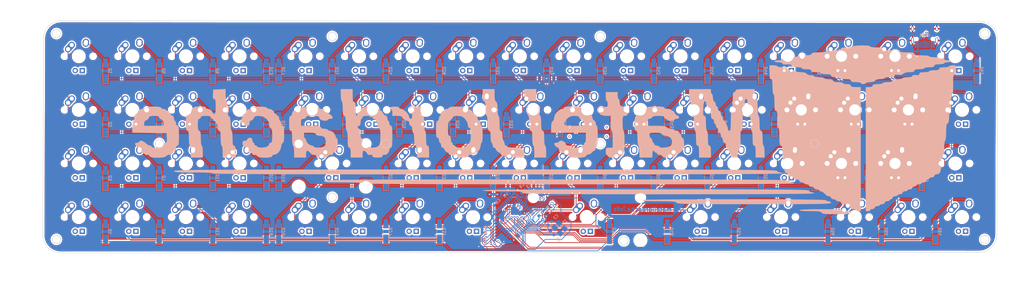
<source format=kicad_pcb>
(kicad_pcb (version 20171130) (host pcbnew 5.0.2+dfsg1-1)
  (layers (0 F.Cu signal) (31 B.Cu signal) (34 B.Paste user) (35 F.Paste user) (36 B.SilkS user) (37 F.SilkS user) (38 B.Mask user) (39 F.Mask user) (44 Edge.Cuts user))
  (net 0 "")
  (net 1 GND)
  (net 2 "Net-(C3-Pad1)")
  (net 3 "Net-(D1-Pad2)")
  (net 4 /R0)
  (net 5 /R1)
  (net 6 "Net-(D2-Pad2)")
  (net 7 "Net-(D3-Pad2)")
  (net 8 /R2)
  (net 9 /R3)
  (net 10 "Net-(D4-Pad2)")
  (net 11 "Net-(D5-Pad2)")
  (net 12 "Net-(D6-Pad2)")
  (net 13 "Net-(D7-Pad2)")
  (net 14 "Net-(D8-Pad2)")
  (net 15 "Net-(D9-Pad2)")
  (net 16 "Net-(D10-Pad2)")
  (net 17 "Net-(D11-Pad2)")
  (net 18 "Net-(D12-Pad2)")
  (net 19 "Net-(D13-Pad2)")
  (net 20 "Net-(D14-Pad2)")
  (net 21 "Net-(D15-Pad2)")
  (net 22 "Net-(D16-Pad2)")
  (net 23 "Net-(D17-Pad2)")
  (net 24 "Net-(D18-Pad2)")
  (net 25 "Net-(D19-Pad2)")
  (net 26 "Net-(D20-Pad2)")
  (net 27 "Net-(D21-Pad2)")
  (net 28 "Net-(D22-Pad2)")
  (net 29 "Net-(D23-Pad2)")
  (net 30 "Net-(D24-Pad2)")
  (net 31 "Net-(D25-Pad2)")
  (net 32 "Net-(D26-Pad2)")
  (net 33 "Net-(D27-Pad2)")
  (net 34 "Net-(D28-Pad2)")
  (net 35 "Net-(D29-Pad2)")
  (net 36 "Net-(D30-Pad2)")
  (net 37 "Net-(D31-Pad2)")
  (net 38 "Net-(D32-Pad2)")
  (net 39 "Net-(D33-Pad2)")
  (net 40 "Net-(D34-Pad2)")
  (net 41 "Net-(D35-Pad2)")
  (net 42 "Net-(D36-Pad2)")
  (net 43 "Net-(D37-Pad2)")
  (net 44 "Net-(D38-Pad2)")
  (net 45 "Net-(D39-Pad2)")
  (net 46 "Net-(D40-Pad2)")
  (net 47 "Net-(D41-Pad2)")
  (net 48 "Net-(D42-Pad2)")
  (net 49 "Net-(D43-Pad2)")
  (net 50 "Net-(D44-Pad2)")
  (net 51 "Net-(D45-Pad2)")
  (net 52 "Net-(D46-Pad2)")
  (net 53 "Net-(D47-Pad2)")
  (net 54 "Net-(D48-Pad2)")
  (net 55 "Net-(D49-Pad2)")
  (net 56 "Net-(D50-Pad2)")
  (net 57 "Net-(D51-Pad2)")
  (net 58 "Net-(D52-Pad2)")
  (net 59 "Net-(D53-Pad2)")
  (net 60 "Net-(D54-Pad2)")
  (net 61 "Net-(D55-Pad2)")
  (net 62 "Net-(D56-Pad2)")
  (net 63 "Net-(D57-Pad2)")
  (net 64 "Net-(D58-Pad2)")
  (net 65 "Net-(D59-Pad2)")
  (net 66 "Net-(D60-Pad2)")
  (net 67 "Net-(D61-Pad2)")
  (net 68 "Net-(D62-Pad2)")
  (net 69 "Net-(D63-Pad2)")
  (net 70 "Net-(D64-Pad2)")
  (net 71 /C0)
  (net 72 /C1)
  (net 73 /C2)
  (net 74 /C3)
  (net 75 /C4)
  (net 76 /C5)
  (net 77 /C6)
  (net 78 /C7)
  (net 79 /C8)
  (net 80 /C9)
  (net 81 /C10)
  (net 82 /C11)
  (net 83 /C12)
  (net 84 /C13)
  (net 85 /C14)
  (net 86 /C15)
  (net 87 /C16)
  (net 88 "Net-(U1-Pad36)")
  (net 89 "Net-(U1-Pad37)")
  (net 90 "Net-(U1-Pad38)")
  (net 91 "Net-(U1-Pad39)")
  (net 92 "Net-(U1-Pad40)")
  (net 93 "Net-(U1-Pad42)")
  (net 94 /Vbus)
  (net 95 /Dn)
  (net 96 /Dp)
  (net 97 /Reset)
  (net 98 /xtal2)
  (net 99 /xtal1)
  (net 100 "Net-(USB1-Pad8)")
  (net 101 "Net-(USB1-Pad5)")
  (net 102 "Net-(USB1-Pad9)")
  (net 103 "Net-(USB1-Pad4)")
  (net 104 "Net-(USB1-Pad10)")
  (net 105 "Net-(USB1-Pad3)")
  (module Diode_SMD:D_MiniMELF_Handsoldering (layer B.Cu) (at 305.308 79.712 90)
    (fp_text reference D61 (at 0 1.75 90) (layer B.SilkS) (effects (justify mirror)))
    (fp_text value D)
    (pad 1 smd rect (at -2.75 0 90) (size 3.3 1.7) (layers B.Cu B.Paste B.Mask) (net 4 /R0))
    (pad 2 smd rect (at 2.75 0 90) (size 3.3 1.7) (layers B.Cu B.Paste B.Mask) (net 67 "Net-(D61-Pad2)"))
  )
  (module Type-C:HRO-TYPE-C-31-M-12-HandSoldering (layer B.Cu) (at 286.766 62.23)
    (fp_text reference USB1 (at 0 4.826) (layer B.SilkS) (effects (justify mirror)))
    (fp_text value HRO-TYPE-C-31-M-12)
    (pad 13 thru_hole oval (at 4.32 2.6) (size 1 1.6) (drill oval 0.6 1.2) (layers *.Cu F.Mask) (net 1 GND))
    (pad 13 thru_hole oval (at -4.32 2.6) (size 1 1.6) (drill oval 0.6 1.2) (layers *.Cu F.Mask) (net 1 GND))
    (pad 13 thru_hole oval (at 4.32 6.78) (size 1 2.1) (drill oval 0.6 1.7) (layers *.Cu F.Mask) (net 1 GND))
    (pad 13 thru_hole oval (at -4.32 6.78) (size 1 2.1) (drill oval 0.6 1.7) (layers *.Cu F.Mask) (net 1 GND))
    (pad "" np_thru_hole circle (at -2.89 6.25) (size 0.65 0.65) (drill 0.65) (layers *.Cu *.Mask))
    (pad "" np_thru_hole circle (at 2.89 6.25) (size 0.65 0.65) (drill 0.65) (layers *.Cu *.Mask))
    (pad 6 smd rect (at -0.25 8.195) (size 0.3 2.45) (layers B.Cu B.Paste B.Mask) (net 96 /Dp))
    (pad 7 smd rect (at 0.25 8.195) (size 0.3 2.45) (layers B.Cu B.Paste B.Mask) (net 95 /Dn))
    (pad 8 smd rect (at 0.75 8.195) (size 0.3 2.45) (layers B.Cu B.Paste B.Mask) (net 100 "Net-(USB1-Pad8)"))
    (pad 5 smd rect (at -0.75 8.195) (size 0.3 2.45) (layers B.Cu B.Paste B.Mask) (net 101 "Net-(USB1-Pad5)"))
    (pad 9 smd rect (at 1.25 8.195) (size 0.3 2.45) (layers B.Cu B.Paste B.Mask) (net 102 "Net-(USB1-Pad9)"))
    (pad 4 smd rect (at -1.25 8.195) (size 0.3 2.45) (layers B.Cu B.Paste B.Mask) (net 103 "Net-(USB1-Pad4)"))
    (pad 10 smd rect (at 1.75 8.195) (size 0.3 2.45) (layers B.Cu B.Paste B.Mask) (net 104 "Net-(USB1-Pad10)"))
    (pad 3 smd rect (at -1.75 8.195) (size 0.3 2.45) (layers B.Cu B.Paste B.Mask) (net 105 "Net-(USB1-Pad3)"))
    (pad 2 smd rect (at -2.45 8.195) (size 0.6 2.45) (layers B.Cu B.Paste B.Mask) (net 94 /Vbus))
    (pad 11 smd rect (at 2.45 8.195) (size 0.6 2.45) (layers B.Cu B.Paste B.Mask) (net 94 /Vbus))
    (pad 1 smd rect (at -3.225 8.195) (size 0.6 2.45) (layers B.Cu B.Paste B.Mask) (net 1 GND))
    (pad 12 smd rect (at 3.225 8.195) (size 0.6 2.45) (layers B.Cu B.Paste B.Mask) (net 1 GND))
  )
  (module MX_Alps_Hybrid:MX-1.25U (layer F.Cu) (at 297.65625 74.6125)
    (fp_text reference SW62)
    (fp_text value ])
    (pad "" np_thru_hole circle (at 5.08 0 48.0996) (size 1.75 1.75) (drill 1.75) (layers *.Cu *.Mask))
    (pad "" np_thru_hole circle (at -5.08 0 48.0996) (size 1.75 1.75) (drill 1.75) (layers *.Cu *.Mask))
    (pad 4 thru_hole rect (at 1.27 5.08) (size 1.905 1.905) (drill 1.04) (layers *.Cu B.Mask))
    (pad 3 thru_hole circle (at -1.27 5.08) (size 1.905 1.905) (drill 1.04) (layers *.Cu B.Mask))
    (pad 1 thru_hole circle (at -2.5 -4) (size 2.25 2.25) (drill 1.47) (layers *.Cu B.Mask) (net 87 /C16))
    (pad "" np_thru_hole circle (at 0 0) (size 3.9878 3.9878) (drill 3.9878) (layers *.Cu *.Mask))
    (pad 1 thru_hole oval (at -3.81 -2.54 48.0996) (size 4.211556 2.25) (drill 1.47 (offset 0.980778 0)) (layers *.Cu B.Mask) (net 87 /C16))
    (pad 2 thru_hole circle (at 2.54 -5.08) (size 2.25 2.25) (drill 1.47) (layers *.Cu B.Mask) (net 67 "Net-(D61-Pad2)"))
    (pad 2 thru_hole oval (at 2.5 -4.5 86.0548) (size 2.831378 2.25) (drill 1.47 (offset 0.290689 0)) (layers *.Cu B.Mask) (net 67 "Net-(D61-Pad2)"))
  )
  (module MX_Alps_Hybrid:MX-1.25U (layer F.Cu) (at 69.05625 93.6625)
    (fp_text reference SW19)
    (fp_text value Tab)
    (pad 2 thru_hole oval (at 2.5 -4.5 86.0548) (size 2.831378 2.25) (drill 1.47 (offset 0.290689 0)) (layers *.Cu B.Mask) (net 24 "Net-(D18-Pad2)"))
    (pad 2 thru_hole circle (at 2.54 -5.08) (size 2.25 2.25) (drill 1.47) (layers *.Cu B.Mask) (net 24 "Net-(D18-Pad2)"))
    (pad 1 thru_hole oval (at -3.81 -2.54 48.0996) (size 4.211556 2.25) (drill 1.47 (offset 0.980778 0)) (layers *.Cu B.Mask) (net 75 /C4))
    (pad "" np_thru_hole circle (at 0 0) (size 3.9878 3.9878) (drill 3.9878) (layers *.Cu *.Mask))
    (pad 1 thru_hole circle (at -2.5 -4) (size 2.25 2.25) (drill 1.47) (layers *.Cu B.Mask) (net 75 /C4))
    (pad 3 thru_hole circle (at -1.27 5.08) (size 1.905 1.905) (drill 1.04) (layers *.Cu B.Mask))
    (pad 4 thru_hole rect (at 1.27 5.08) (size 1.905 1.905) (drill 1.04) (layers *.Cu B.Mask))
    (pad "" np_thru_hole circle (at -5.08 0 48.0996) (size 1.75 1.75) (drill 1.75) (layers *.Cu *.Mask))
    (pad "" np_thru_hole circle (at 5.08 0 48.0996) (size 1.75 1.75) (drill 1.75) (layers *.Cu *.Mask))
  )
  (module MX_Alps_Hybrid:MX-1U (layer F.Cu) (at 43.2435 93.6625)
    (fp_text reference SW15)
    (fp_text value *)
    (pad 2 thru_hole oval (at 2.5 -4.5 86.0548) (size 2.831378 2.25) (drill 1.47 (offset 0.290689 0)) (layers *.Cu B.Mask) (net 20 "Net-(D14-Pad2)"))
    (pad 2 thru_hole circle (at 2.54 -5.08) (size 2.25 2.25) (drill 1.47) (layers *.Cu B.Mask) (net 20 "Net-(D14-Pad2)"))
    (pad 1 thru_hole oval (at -3.81 -2.54 48.0996) (size 4.211556 2.25) (drill 1.47 (offset 0.980778 0)) (layers *.Cu B.Mask) (net 74 /C3))
    (pad "" np_thru_hole circle (at 0 0) (size 3.9878 3.9878) (drill 3.9878) (layers *.Cu *.Mask))
    (pad 1 thru_hole circle (at -2.5 -4) (size 2.25 2.25) (drill 1.47) (layers *.Cu B.Mask) (net 74 /C3))
    (pad 3 thru_hole circle (at -1.27 5.08) (size 1.905 1.905) (drill 1.04) (layers *.Cu B.Mask))
    (pad 4 thru_hole rect (at 1.27 5.08) (size 1.905 1.905) (drill 1.04) (layers *.Cu B.Mask))
    (pad "" np_thru_hole circle (at -5.08 0 48.0996) (size 1.75 1.75) (drill 1.75) (layers *.Cu *.Mask))
    (pad "" np_thru_hole circle (at 5.08 0 48.0996) (size 1.75 1.75) (drill 1.75) (layers *.Cu *.Mask))
  )
  (module MX_Alps_Hybrid:MX-1U (layer F.Cu) (at 66.675 131.7625)
    (fp_text reference SW21)
    (fp_text value Ctrl)
    (pad 2 thru_hole oval (at 2.5 -4.5 86.0548) (size 2.831378 2.25) (drill 1.47 (offset 0.290689 0)) (layers *.Cu B.Mask) (net 26 "Net-(D20-Pad2)"))
    (pad 2 thru_hole circle (at 2.54 -5.08) (size 2.25 2.25) (drill 1.47) (layers *.Cu B.Mask) (net 26 "Net-(D20-Pad2)"))
    (pad 1 thru_hole oval (at -3.81 -2.54 48.0996) (size 4.211556 2.25) (drill 1.47 (offset 0.980778 0)) (layers *.Cu B.Mask) (net 75 /C4))
    (pad "" np_thru_hole circle (at 0 0) (size 3.9878 3.9878) (drill 3.9878) (layers *.Cu *.Mask))
    (pad 1 thru_hole circle (at -2.5 -4) (size 2.25 2.25) (drill 1.47) (layers *.Cu B.Mask) (net 75 /C4))
    (pad 3 thru_hole circle (at -1.27 5.08) (size 1.905 1.905) (drill 1.04) (layers *.Cu B.Mask))
    (pad 4 thru_hole rect (at 1.27 5.08) (size 1.905 1.905) (drill 1.04) (layers *.Cu B.Mask))
    (pad "" np_thru_hole circle (at -5.08 0 48.0996) (size 1.75 1.75) (drill 1.75) (layers *.Cu *.Mask))
    (pad "" np_thru_hole circle (at 5.08 0 48.0996) (size 1.75 1.75) (drill 1.75) (layers *.Cu *.Mask))
  )
  (module MX_Alps_Hybrid:MX-2U (layer F.Cu) (at 76.2 112.7125)
    (fp_text reference SW20)
    (fp_text value Shift)
    (pad 2 thru_hole oval (at 2.5 -4.5 86.0548) (size 2.831378 2.25) (drill 1.47 (offset 0.290689 0)) (layers *.Cu B.Mask) (net 25 "Net-(D19-Pad2)"))
    (pad 2 thru_hole circle (at 2.54 -5.08) (size 2.25 2.25) (drill 1.47) (layers *.Cu B.Mask) (net 25 "Net-(D19-Pad2)"))
    (pad 1 thru_hole oval (at -3.81 -2.54 48.0996) (size 4.211556 2.25) (drill 1.47 (offset 0.980778 0)) (layers *.Cu B.Mask) (net 75 /C4))
    (pad "" np_thru_hole circle (at 0 0) (size 3.9878 3.9878) (drill 3.9878) (layers *.Cu *.Mask))
    (pad 1 thru_hole circle (at -2.5 -4) (size 2.25 2.25) (drill 1.47) (layers *.Cu B.Mask) (net 75 /C4))
    (pad 3 thru_hole circle (at -1.27 5.08) (size 1.905 1.905) (drill 1.04) (layers *.Cu B.Mask))
    (pad 4 thru_hole rect (at 1.27 5.08) (size 1.905 1.905) (drill 1.04) (layers *.Cu B.Mask))
    (pad "" np_thru_hole circle (at -5.08 0 48.0996) (size 1.75 1.75) (drill 1.75) (layers *.Cu *.Mask))
    (pad "" np_thru_hole circle (at 5.08 0 48.0996) (size 1.75 1.75) (drill 1.75) (layers *.Cu *.Mask))
    (pad "" np_thru_hole circle (at -11.938 -6.985) (size 3.048 3.048) (drill 3.048) (layers *.Cu *.Mask))
    (pad "" np_thru_hole circle (at 11.938 -6.985) (size 3.048 3.048) (drill 3.048) (layers *.Cu *.Mask))
    (pad "" np_thru_hole circle (at -11.938 8.255) (size 3.9878 3.9878) (drill 3.9878) (layers *.Cu *.Mask))
    (pad "" np_thru_hole circle (at 11.938 8.255) (size 3.9878 3.9878) (drill 3.9878) (layers *.Cu *.Mask))
  )
  (module MX_Alps_Hybrid:MX-1.25U (layer F.Cu) (at 297.65625 112.7125)
    (fp_text reference SW64)
    (fp_text value Up)
    (pad 2 thru_hole oval (at 2.5 -4.5 86.0548) (size 2.831378 2.25) (drill 1.47 (offset 0.290689 0)) (layers *.Cu B.Mask) (net 69 "Net-(D63-Pad2)"))
    (pad 2 thru_hole circle (at 2.54 -5.08) (size 2.25 2.25) (drill 1.47) (layers *.Cu B.Mask) (net 69 "Net-(D63-Pad2)"))
    (pad 1 thru_hole oval (at -3.81 -2.54 48.0996) (size 4.211556 2.25) (drill 1.47 (offset 0.980778 0)) (layers *.Cu B.Mask) (net 87 /C16))
    (pad "" np_thru_hole circle (at 0 0) (size 3.9878 3.9878) (drill 3.9878) (layers *.Cu *.Mask))
    (pad 1 thru_hole circle (at -2.5 -4) (size 2.25 2.25) (drill 1.47) (layers *.Cu B.Mask) (net 87 /C16))
    (pad 3 thru_hole circle (at -1.27 5.08) (size 1.905 1.905) (drill 1.04) (layers *.Cu B.Mask))
    (pad 4 thru_hole rect (at 1.27 5.08) (size 1.905 1.905) (drill 1.04) (layers *.Cu B.Mask))
    (pad "" np_thru_hole circle (at -5.08 0 48.0996) (size 1.75 1.75) (drill 1.75) (layers *.Cu *.Mask))
    (pad "" np_thru_hole circle (at 5.08 0 48.0996) (size 1.75 1.75) (drill 1.75) (layers *.Cu *.Mask))
  )
  (module MX_Alps_Hybrid:MX-1.25U (layer F.Cu) (at 207.16875 131.7625)
    (fp_text reference SW49)
    (fp_text value Raise)
    (pad 2 thru_hole oval (at 2.5 -4.5 86.0548) (size 2.831378 2.25) (drill 1.47 (offset 0.290689 0)) (layers *.Cu B.Mask) (net 54 "Net-(D48-Pad2)"))
    (pad 2 thru_hole circle (at 2.54 -5.08) (size 2.25 2.25) (drill 1.47) (layers *.Cu B.Mask) (net 54 "Net-(D48-Pad2)"))
    (pad 1 thru_hole oval (at -3.81 -2.54 48.0996) (size 4.211556 2.25) (drill 1.47 (offset 0.980778 0)) (layers *.Cu B.Mask) (net 83 /C12))
    (pad "" np_thru_hole circle (at 0 0) (size 3.9878 3.9878) (drill 3.9878) (layers *.Cu *.Mask))
    (pad 1 thru_hole circle (at -2.5 -4) (size 2.25 2.25) (drill 1.47) (layers *.Cu B.Mask) (net 83 /C12))
    (pad 3 thru_hole circle (at -1.27 5.08) (size 1.905 1.905) (drill 1.04) (layers *.Cu B.Mask))
    (pad 4 thru_hole rect (at 1.27 5.08) (size 1.905 1.905) (drill 1.04) (layers *.Cu B.Mask))
    (pad "" np_thru_hole circle (at -5.08 0 48.0996) (size 1.75 1.75) (drill 1.75) (layers *.Cu *.Mask))
    (pad "" np_thru_hole circle (at 5.08 0 48.0996) (size 1.75 1.75) (drill 1.75) (layers *.Cu *.Mask))
  )
  (module MX_Alps_Hybrid:MX-1.25U (layer F.Cu) (at 126.20625 131.7625)
    (fp_text reference SW32)
    (fp_text value Lower)
    (pad 2 thru_hole oval (at 2.5 -4.5 86.0548) (size 2.831378 2.25) (drill 1.47 (offset 0.290689 0)) (layers *.Cu B.Mask) (net 37 "Net-(D31-Pad2)"))
    (pad 2 thru_hole circle (at 2.54 -5.08) (size 2.25 2.25) (drill 1.47) (layers *.Cu B.Mask) (net 37 "Net-(D31-Pad2)"))
    (pad 1 thru_hole oval (at -3.81 -2.54 48.0996) (size 4.211556 2.25) (drill 1.47 (offset 0.980778 0)) (layers *.Cu B.Mask) (net 78 /C7))
    (pad "" np_thru_hole circle (at 0 0) (size 3.9878 3.9878) (drill 3.9878) (layers *.Cu *.Mask))
    (pad 1 thru_hole circle (at -2.5 -4) (size 2.25 2.25) (drill 1.47) (layers *.Cu B.Mask) (net 78 /C7))
    (pad 3 thru_hole circle (at -1.27 5.08) (size 1.905 1.905) (drill 1.04) (layers *.Cu B.Mask))
    (pad 4 thru_hole rect (at 1.27 5.08) (size 1.905 1.905) (drill 1.04) (layers *.Cu B.Mask))
    (pad "" np_thru_hole circle (at -5.08 0 48.0996) (size 1.75 1.75) (drill 1.75) (layers *.Cu *.Mask))
    (pad "" np_thru_hole circle (at 5.08 0 48.0996) (size 1.75 1.75) (drill 1.75) (layers *.Cu *.Mask))
  )
  (module MX_Alps_Hybrid:MX-1.75U (layer F.Cu) (at 235.74375 131.7625)
    (fp_text reference SW53)
    (fp_text value Backspace)
    (pad 2 thru_hole oval (at 2.5 -4.5 86.0548) (size 2.831378 2.25) (drill 1.47 (offset 0.290689 0)) (layers *.Cu B.Mask) (net 58 "Net-(D52-Pad2)"))
    (pad 2 thru_hole circle (at 2.54 -5.08) (size 2.25 2.25) (drill 1.47) (layers *.Cu B.Mask) (net 58 "Net-(D52-Pad2)"))
    (pad 1 thru_hole oval (at -3.81 -2.54 48.0996) (size 4.211556 2.25) (drill 1.47 (offset 0.980778 0)) (layers *.Cu B.Mask) (net 84 /C13))
    (pad "" np_thru_hole circle (at 0 0) (size 3.9878 3.9878) (drill 3.9878) (layers *.Cu *.Mask))
    (pad 1 thru_hole circle (at -2.5 -4) (size 2.25 2.25) (drill 1.47) (layers *.Cu B.Mask) (net 84 /C13))
    (pad 3 thru_hole circle (at -1.27 5.08) (size 1.905 1.905) (drill 1.04) (layers *.Cu B.Mask))
    (pad 4 thru_hole rect (at 1.27 5.08) (size 1.905 1.905) (drill 1.04) (layers *.Cu B.Mask))
    (pad "" np_thru_hole circle (at -5.08 0 48.0996) (size 1.75 1.75) (drill 1.75) (layers *.Cu *.Mask))
    (pad "" np_thru_hole circle (at 5.08 0 48.0996) (size 1.75 1.75) (drill 1.75) (layers *.Cu *.Mask))
  )
  (module MX_Alps_Hybrid:MX-1U (layer F.Cu) (at 43.2435 74.6125)
    (fp_text reference SW14)
    (fp_text value /)
    (pad "" np_thru_hole circle (at 5.08 0 48.0996) (size 1.75 1.75) (drill 1.75) (layers *.Cu *.Mask))
    (pad "" np_thru_hole circle (at -5.08 0 48.0996) (size 1.75 1.75) (drill 1.75) (layers *.Cu *.Mask))
    (pad 4 thru_hole rect (at 1.27 5.08) (size 1.905 1.905) (drill 1.04) (layers *.Cu B.Mask))
    (pad 3 thru_hole circle (at -1.27 5.08) (size 1.905 1.905) (drill 1.04) (layers *.Cu B.Mask))
    (pad 1 thru_hole circle (at -2.5 -4) (size 2.25 2.25) (drill 1.47) (layers *.Cu B.Mask) (net 74 /C3))
    (pad "" np_thru_hole circle (at 0 0) (size 3.9878 3.9878) (drill 3.9878) (layers *.Cu *.Mask))
    (pad 1 thru_hole oval (at -3.81 -2.54 48.0996) (size 4.211556 2.25) (drill 1.47 (offset 0.980778 0)) (layers *.Cu B.Mask) (net 74 /C3))
    (pad 2 thru_hole circle (at 2.54 -5.08) (size 2.25 2.25) (drill 1.47) (layers *.Cu B.Mask) (net 19 "Net-(D13-Pad2)"))
    (pad 2 thru_hole oval (at 2.5 -4.5 86.0548) (size 2.831378 2.25) (drill 1.47 (offset 0.290689 0)) (layers *.Cu B.Mask) (net 19 "Net-(D13-Pad2)"))
  )
  (module MX_Alps_Hybrid:MX-1U (layer F.Cu) (at 24.1935 131.7625)
    (fp_text reference SW13)
    (fp_text value .)
    (pad 2 thru_hole oval (at 2.5 -4.5 86.0548) (size 2.831378 2.25) (drill 1.47 (offset 0.290689 0)) (layers *.Cu B.Mask) (net 18 "Net-(D12-Pad2)"))
    (pad 2 thru_hole circle (at 2.54 -5.08) (size 2.25 2.25) (drill 1.47) (layers *.Cu B.Mask) (net 18 "Net-(D12-Pad2)"))
    (pad 1 thru_hole oval (at -3.81 -2.54 48.0996) (size 4.211556 2.25) (drill 1.47 (offset 0.980778 0)) (layers *.Cu B.Mask) (net 73 /C2))
    (pad "" np_thru_hole circle (at 0 0) (size 3.9878 3.9878) (drill 3.9878) (layers *.Cu *.Mask))
    (pad 1 thru_hole circle (at -2.5 -4) (size 2.25 2.25) (drill 1.47) (layers *.Cu B.Mask) (net 73 /C2))
    (pad 3 thru_hole circle (at -1.27 5.08) (size 1.905 1.905) (drill 1.04) (layers *.Cu B.Mask))
    (pad 4 thru_hole rect (at 1.27 5.08) (size 1.905 1.905) (drill 1.04) (layers *.Cu B.Mask))
    (pad "" np_thru_hole circle (at -5.08 0 48.0996) (size 1.75 1.75) (drill 1.75) (layers *.Cu *.Mask))
    (pad "" np_thru_hole circle (at 5.08 0 48.0996) (size 1.75 1.75) (drill 1.75) (layers *.Cu *.Mask))
  )
  (module MX_Alps_Hybrid:MX-1U (layer F.Cu) (at 24.1935 112.7125)
    (fp_text reference SW12)
    (fp_text value 3)
    (pad "" np_thru_hole circle (at 5.08 0 48.0996) (size 1.75 1.75) (drill 1.75) (layers *.Cu *.Mask))
    (pad "" np_thru_hole circle (at -5.08 0 48.0996) (size 1.75 1.75) (drill 1.75) (layers *.Cu *.Mask))
    (pad 4 thru_hole rect (at 1.27 5.08) (size 1.905 1.905) (drill 1.04) (layers *.Cu B.Mask))
    (pad 3 thru_hole circle (at -1.27 5.08) (size 1.905 1.905) (drill 1.04) (layers *.Cu B.Mask))
    (pad 1 thru_hole circle (at -2.5 -4) (size 2.25 2.25) (drill 1.47) (layers *.Cu B.Mask) (net 73 /C2))
    (pad "" np_thru_hole circle (at 0 0) (size 3.9878 3.9878) (drill 3.9878) (layers *.Cu *.Mask))
    (pad 1 thru_hole oval (at -3.81 -2.54 48.0996) (size 4.211556 2.25) (drill 1.47 (offset 0.980778 0)) (layers *.Cu B.Mask) (net 73 /C2))
    (pad 2 thru_hole circle (at 2.54 -5.08) (size 2.25 2.25) (drill 1.47) (layers *.Cu B.Mask) (net 17 "Net-(D11-Pad2)"))
    (pad 2 thru_hole oval (at 2.5 -4.5 86.0548) (size 2.831378 2.25) (drill 1.47 (offset 0.290689 0)) (layers *.Cu B.Mask) (net 17 "Net-(D11-Pad2)"))
  )
  (module MX_Alps_Hybrid:MX-1U (layer F.Cu) (at 24.1935 93.6625)
    (fp_text reference SW11)
    (fp_text value 6)
    (pad 2 thru_hole oval (at 2.5 -4.5 86.0548) (size 2.831378 2.25) (drill 1.47 (offset 0.290689 0)) (layers *.Cu B.Mask) (net 16 "Net-(D10-Pad2)"))
    (pad 2 thru_hole circle (at 2.54 -5.08) (size 2.25 2.25) (drill 1.47) (layers *.Cu B.Mask) (net 16 "Net-(D10-Pad2)"))
    (pad 1 thru_hole oval (at -3.81 -2.54 48.0996) (size 4.211556 2.25) (drill 1.47 (offset 0.980778 0)) (layers *.Cu B.Mask) (net 73 /C2))
    (pad "" np_thru_hole circle (at 0 0) (size 3.9878 3.9878) (drill 3.9878) (layers *.Cu *.Mask))
    (pad 1 thru_hole circle (at -2.5 -4) (size 2.25 2.25) (drill 1.47) (layers *.Cu B.Mask) (net 73 /C2))
    (pad 3 thru_hole circle (at -1.27 5.08) (size 1.905 1.905) (drill 1.04) (layers *.Cu B.Mask))
    (pad 4 thru_hole rect (at 1.27 5.08) (size 1.905 1.905) (drill 1.04) (layers *.Cu B.Mask))
    (pad "" np_thru_hole circle (at -5.08 0 48.0996) (size 1.75 1.75) (drill 1.75) (layers *.Cu *.Mask))
    (pad "" np_thru_hole circle (at 5.08 0 48.0996) (size 1.75 1.75) (drill 1.75) (layers *.Cu *.Mask))
  )
  (module MX_Alps_Hybrid:MX-1U (layer F.Cu) (at 24.1935 74.6125)
    (fp_text reference SW10)
    (fp_text value 9)
    (pad "" np_thru_hole circle (at 5.08 0 48.0996) (size 1.75 1.75) (drill 1.75) (layers *.Cu *.Mask))
    (pad "" np_thru_hole circle (at -5.08 0 48.0996) (size 1.75 1.75) (drill 1.75) (layers *.Cu *.Mask))
    (pad 4 thru_hole rect (at 1.27 5.08) (size 1.905 1.905) (drill 1.04) (layers *.Cu B.Mask))
    (pad 3 thru_hole circle (at -1.27 5.08) (size 1.905 1.905) (drill 1.04) (layers *.Cu B.Mask))
    (pad 1 thru_hole circle (at -2.5 -4) (size 2.25 2.25) (drill 1.47) (layers *.Cu B.Mask) (net 73 /C2))
    (pad "" np_thru_hole circle (at 0 0) (size 3.9878 3.9878) (drill 3.9878) (layers *.Cu *.Mask))
    (pad 1 thru_hole oval (at -3.81 -2.54 48.0996) (size 4.211556 2.25) (drill 1.47 (offset 0.980778 0)) (layers *.Cu B.Mask) (net 73 /C2))
    (pad 2 thru_hole circle (at 2.54 -5.08) (size 2.25 2.25) (drill 1.47) (layers *.Cu B.Mask) (net 15 "Net-(D9-Pad2)"))
    (pad 2 thru_hole oval (at 2.5 -4.5 86.0548) (size 2.831378 2.25) (drill 1.47 (offset 0.290689 0)) (layers *.Cu B.Mask) (net 15 "Net-(D9-Pad2)"))
  )
  (module MX_Alps_Hybrid:MX-1U (layer F.Cu) (at 300.0375 131.7625)
    (fp_text reference SW65)
    (fp_text value Right)
    (pad 2 thru_hole oval (at 2.5 -4.5 86.0548) (size 2.831378 2.25) (drill 1.47 (offset 0.290689 0)) (layers *.Cu B.Mask) (net 70 "Net-(D64-Pad2)"))
    (pad 2 thru_hole circle (at 2.54 -5.08) (size 2.25 2.25) (drill 1.47) (layers *.Cu B.Mask) (net 70 "Net-(D64-Pad2)"))
    (pad 1 thru_hole oval (at -3.81 -2.54 48.0996) (size 4.211556 2.25) (drill 1.47 (offset 0.980778 0)) (layers *.Cu B.Mask) (net 87 /C16))
    (pad "" np_thru_hole circle (at 0 0) (size 3.9878 3.9878) (drill 3.9878) (layers *.Cu *.Mask))
    (pad 1 thru_hole circle (at -2.5 -4) (size 2.25 2.25) (drill 1.47) (layers *.Cu B.Mask) (net 87 /C16))
    (pad 3 thru_hole circle (at -1.27 5.08) (size 1.905 1.905) (drill 1.04) (layers *.Cu B.Mask))
    (pad 4 thru_hole rect (at 1.27 5.08) (size 1.905 1.905) (drill 1.04) (layers *.Cu B.Mask))
    (pad "" np_thru_hole circle (at -5.08 0 48.0996) (size 1.75 1.75) (drill 1.75) (layers *.Cu *.Mask))
    (pad "" np_thru_hole circle (at 5.08 0 48.0996) (size 1.75 1.75) (drill 1.75) (layers *.Cu *.Mask))
  )
  (module MX_Alps_Hybrid:MX-1U (layer F.Cu) (at 5.1435 112.7125)
    (fp_text reference SW8)
    (fp_text value 2)
    (pad "" np_thru_hole circle (at 5.08 0 48.0996) (size 1.75 1.75) (drill 1.75) (layers *.Cu *.Mask))
    (pad "" np_thru_hole circle (at -5.08 0 48.0996) (size 1.75 1.75) (drill 1.75) (layers *.Cu *.Mask))
    (pad 4 thru_hole rect (at 1.27 5.08) (size 1.905 1.905) (drill 1.04) (layers *.Cu B.Mask))
    (pad 3 thru_hole circle (at -1.27 5.08) (size 1.905 1.905) (drill 1.04) (layers *.Cu B.Mask))
    (pad 1 thru_hole circle (at -2.5 -4) (size 2.25 2.25) (drill 1.47) (layers *.Cu B.Mask) (net 72 /C1))
    (pad "" np_thru_hole circle (at 0 0) (size 3.9878 3.9878) (drill 3.9878) (layers *.Cu *.Mask))
    (pad 1 thru_hole oval (at -3.81 -2.54 48.0996) (size 4.211556 2.25) (drill 1.47 (offset 0.980778 0)) (layers *.Cu B.Mask) (net 72 /C1))
    (pad 2 thru_hole circle (at 2.54 -5.08) (size 2.25 2.25) (drill 1.47) (layers *.Cu B.Mask) (net 13 "Net-(D7-Pad2)"))
    (pad 2 thru_hole oval (at 2.5 -4.5 86.0548) (size 2.831378 2.25) (drill 1.47 (offset 0.290689 0)) (layers *.Cu B.Mask) (net 13 "Net-(D7-Pad2)"))
  )
  (module MX_Alps_Hybrid:MX-1U (layer F.Cu) (at 5.1435 93.6625)
    (fp_text reference SW7)
    (fp_text value 5)
    (pad 2 thru_hole oval (at 2.5 -4.5 86.0548) (size 2.831378 2.25) (drill 1.47 (offset 0.290689 0)) (layers *.Cu B.Mask) (net 12 "Net-(D6-Pad2)"))
    (pad 2 thru_hole circle (at 2.54 -5.08) (size 2.25 2.25) (drill 1.47) (layers *.Cu B.Mask) (net 12 "Net-(D6-Pad2)"))
    (pad 1 thru_hole oval (at -3.81 -2.54 48.0996) (size 4.211556 2.25) (drill 1.47 (offset 0.980778 0)) (layers *.Cu B.Mask) (net 72 /C1))
    (pad "" np_thru_hole circle (at 0 0) (size 3.9878 3.9878) (drill 3.9878) (layers *.Cu *.Mask))
    (pad 1 thru_hole circle (at -2.5 -4) (size 2.25 2.25) (drill 1.47) (layers *.Cu B.Mask) (net 72 /C1))
    (pad 3 thru_hole circle (at -1.27 5.08) (size 1.905 1.905) (drill 1.04) (layers *.Cu B.Mask))
    (pad 4 thru_hole rect (at 1.27 5.08) (size 1.905 1.905) (drill 1.04) (layers *.Cu B.Mask))
    (pad "" np_thru_hole circle (at -5.08 0 48.0996) (size 1.75 1.75) (drill 1.75) (layers *.Cu *.Mask))
    (pad "" np_thru_hole circle (at 5.08 0 48.0996) (size 1.75 1.75) (drill 1.75) (layers *.Cu *.Mask))
  )
  (module MX_Alps_Hybrid:MX-1U (layer F.Cu) (at 5.1435 74.6125)
    (fp_text reference SW6)
    (fp_text value 8)
    (pad "" np_thru_hole circle (at 5.08 0 48.0996) (size 1.75 1.75) (drill 1.75) (layers *.Cu *.Mask))
    (pad "" np_thru_hole circle (at -5.08 0 48.0996) (size 1.75 1.75) (drill 1.75) (layers *.Cu *.Mask))
    (pad 4 thru_hole rect (at 1.27 5.08) (size 1.905 1.905) (drill 1.04) (layers *.Cu B.Mask))
    (pad 3 thru_hole circle (at -1.27 5.08) (size 1.905 1.905) (drill 1.04) (layers *.Cu B.Mask))
    (pad 1 thru_hole circle (at -2.5 -4) (size 2.25 2.25) (drill 1.47) (layers *.Cu B.Mask) (net 72 /C1))
    (pad "" np_thru_hole circle (at 0 0) (size 3.9878 3.9878) (drill 3.9878) (layers *.Cu *.Mask))
    (pad 1 thru_hole oval (at -3.81 -2.54 48.0996) (size 4.211556 2.25) (drill 1.47 (offset 0.980778 0)) (layers *.Cu B.Mask) (net 72 /C1))
    (pad 2 thru_hole circle (at 2.54 -5.08) (size 2.25 2.25) (drill 1.47) (layers *.Cu B.Mask) (net 11 "Net-(D5-Pad2)"))
    (pad 2 thru_hole oval (at 2.5 -4.5 86.0548) (size 2.831378 2.25) (drill 1.47 (offset 0.290689 0)) (layers *.Cu B.Mask) (net 11 "Net-(D5-Pad2)"))
  )
  (module MX_Alps_Hybrid:MX-1U (layer F.Cu) (at -13.9065 131.7625)
    (fp_text reference SW4)
    (fp_text value Return)
    (pad 2 thru_hole oval (at 2.5 -4.5 86.0548) (size 2.831378 2.25) (drill 1.47 (offset 0.290689 0)) (layers *.Cu B.Mask) (net 10 "Net-(D4-Pad2)"))
    (pad 2 thru_hole circle (at 2.54 -5.08) (size 2.25 2.25) (drill 1.47) (layers *.Cu B.Mask) (net 10 "Net-(D4-Pad2)"))
    (pad 1 thru_hole oval (at -3.81 -2.54 48.0996) (size 4.211556 2.25) (drill 1.47 (offset 0.980778 0)) (layers *.Cu B.Mask) (net 71 /C0))
    (pad "" np_thru_hole circle (at 0 0) (size 3.9878 3.9878) (drill 3.9878) (layers *.Cu *.Mask))
    (pad 1 thru_hole circle (at -2.5 -4) (size 2.25 2.25) (drill 1.47) (layers *.Cu B.Mask) (net 71 /C0))
    (pad 3 thru_hole circle (at -1.27 5.08) (size 1.905 1.905) (drill 1.04) (layers *.Cu B.Mask))
    (pad 4 thru_hole rect (at 1.27 5.08) (size 1.905 1.905) (drill 1.04) (layers *.Cu B.Mask))
    (pad "" np_thru_hole circle (at -5.08 0 48.0996) (size 1.75 1.75) (drill 1.75) (layers *.Cu *.Mask))
    (pad "" np_thru_hole circle (at 5.08 0 48.0996) (size 1.75 1.75) (drill 1.75) (layers *.Cu *.Mask))
  )
  (module MX_Alps_Hybrid:MX-1U (layer F.Cu) (at -13.9065 112.7125)
    (fp_text reference SW3)
    (fp_text value 1)
    (pad "" np_thru_hole circle (at 5.08 0 48.0996) (size 1.75 1.75) (drill 1.75) (layers *.Cu *.Mask))
    (pad "" np_thru_hole circle (at -5.08 0 48.0996) (size 1.75 1.75) (drill 1.75) (layers *.Cu *.Mask))
    (pad 4 thru_hole rect (at 1.27 5.08) (size 1.905 1.905) (drill 1.04) (layers *.Cu B.Mask))
    (pad 3 thru_hole circle (at -1.27 5.08) (size 1.905 1.905) (drill 1.04) (layers *.Cu B.Mask))
    (pad 1 thru_hole circle (at -2.5 -4) (size 2.25 2.25) (drill 1.47) (layers *.Cu B.Mask) (net 71 /C0))
    (pad "" np_thru_hole circle (at 0 0) (size 3.9878 3.9878) (drill 3.9878) (layers *.Cu *.Mask))
    (pad 1 thru_hole oval (at -3.81 -2.54 48.0996) (size 4.211556 2.25) (drill 1.47 (offset 0.980778 0)) (layers *.Cu B.Mask) (net 71 /C0))
    (pad 2 thru_hole circle (at 2.54 -5.08) (size 2.25 2.25) (drill 1.47) (layers *.Cu B.Mask) (net 7 "Net-(D3-Pad2)"))
    (pad 2 thru_hole oval (at 2.5 -4.5 86.0548) (size 2.831378 2.25) (drill 1.47 (offset 0.290689 0)) (layers *.Cu B.Mask) (net 7 "Net-(D3-Pad2)"))
  )
  (module MX_Alps_Hybrid:MX-1U (layer F.Cu) (at -13.9065 93.6625)
    (fp_text reference SW2)
    (fp_text value 4)
    (pad 2 thru_hole oval (at 2.5 -4.5 86.0548) (size 2.831378 2.25) (drill 1.47 (offset 0.290689 0)) (layers *.Cu B.Mask) (net 6 "Net-(D2-Pad2)"))
    (pad 2 thru_hole circle (at 2.54 -5.08) (size 2.25 2.25) (drill 1.47) (layers *.Cu B.Mask) (net 6 "Net-(D2-Pad2)"))
    (pad 1 thru_hole oval (at -3.81 -2.54 48.0996) (size 4.211556 2.25) (drill 1.47 (offset 0.980778 0)) (layers *.Cu B.Mask) (net 71 /C0))
    (pad "" np_thru_hole circle (at 0 0) (size 3.9878 3.9878) (drill 3.9878) (layers *.Cu *.Mask))
    (pad 1 thru_hole circle (at -2.5 -4) (size 2.25 2.25) (drill 1.47) (layers *.Cu B.Mask) (net 71 /C0))
    (pad 3 thru_hole circle (at -1.27 5.08) (size 1.905 1.905) (drill 1.04) (layers *.Cu B.Mask))
    (pad 4 thru_hole rect (at 1.27 5.08) (size 1.905 1.905) (drill 1.04) (layers *.Cu B.Mask))
    (pad "" np_thru_hole circle (at -5.08 0 48.0996) (size 1.75 1.75) (drill 1.75) (layers *.Cu *.Mask))
    (pad "" np_thru_hole circle (at 5.08 0 48.0996) (size 1.75 1.75) (drill 1.75) (layers *.Cu *.Mask))
  )
  (module MX_Alps_Hybrid:MX-1U (layer F.Cu) (at 5.1435 131.7625)
    (fp_text reference SW9)
    (fp_text value 0)
    (pad "" np_thru_hole circle (at 5.08 0 48.0996) (size 1.75 1.75) (drill 1.75) (layers *.Cu *.Mask))
    (pad "" np_thru_hole circle (at -5.08 0 48.0996) (size 1.75 1.75) (drill 1.75) (layers *.Cu *.Mask))
    (pad 4 thru_hole rect (at 1.27 5.08) (size 1.905 1.905) (drill 1.04) (layers *.Cu B.Mask))
    (pad 3 thru_hole circle (at -1.27 5.08) (size 1.905 1.905) (drill 1.04) (layers *.Cu B.Mask))
    (pad 1 thru_hole circle (at -2.5 -4) (size 2.25 2.25) (drill 1.47) (layers *.Cu B.Mask) (net 72 /C1))
    (pad "" np_thru_hole circle (at 0 0) (size 3.9878 3.9878) (drill 3.9878) (layers *.Cu *.Mask))
    (pad 1 thru_hole oval (at -3.81 -2.54 48.0996) (size 4.211556 2.25) (drill 1.47 (offset 0.980778 0)) (layers *.Cu B.Mask) (net 72 /C1))
    (pad 2 thru_hole circle (at 2.54 -5.08) (size 2.25 2.25) (drill 1.47) (layers *.Cu B.Mask) (net 14 "Net-(D8-Pad2)"))
    (pad 2 thru_hole oval (at 2.5 -4.5 86.0548) (size 2.831378 2.25) (drill 1.47 (offset 0.290689 0)) (layers *.Cu B.Mask) (net 14 "Net-(D8-Pad2)"))
  )
  (module MX_Alps_Hybrid:MX-1U (layer F.Cu) (at 43.2435 112.7125)
    (fp_text reference SW16)
    (fp_text value -)
    (pad 2 thru_hole oval (at 2.5 -4.5 86.0548) (size 2.831378 2.25) (drill 1.47 (offset 0.290689 0)) (layers *.Cu B.Mask) (net 21 "Net-(D15-Pad2)"))
    (pad 2 thru_hole circle (at 2.54 -5.08) (size 2.25 2.25) (drill 1.47) (layers *.Cu B.Mask) (net 21 "Net-(D15-Pad2)"))
    (pad 1 thru_hole oval (at -3.81 -2.54 48.0996) (size 4.211556 2.25) (drill 1.47 (offset 0.980778 0)) (layers *.Cu B.Mask) (net 74 /C3))
    (pad "" np_thru_hole circle (at 0 0) (size 3.9878 3.9878) (drill 3.9878) (layers *.Cu *.Mask))
    (pad 1 thru_hole circle (at -2.5 -4) (size 2.25 2.25) (drill 1.47) (layers *.Cu B.Mask) (net 74 /C3))
    (pad 3 thru_hole circle (at -1.27 5.08) (size 1.905 1.905) (drill 1.04) (layers *.Cu B.Mask))
    (pad 4 thru_hole rect (at 1.27 5.08) (size 1.905 1.905) (drill 1.04) (layers *.Cu B.Mask))
    (pad "" np_thru_hole circle (at -5.08 0 48.0996) (size 1.75 1.75) (drill 1.75) (layers *.Cu *.Mask))
    (pad "" np_thru_hole circle (at 5.08 0 48.0996) (size 1.75 1.75) (drill 1.75) (layers *.Cu *.Mask))
  )
  (module MX_Alps_Hybrid:MX-1U (layer F.Cu) (at 66.675 74.6125)
    (fp_text reference SW18)
    (fp_text value Esc)
    (pad "" np_thru_hole circle (at 5.08 0 48.0996) (size 1.75 1.75) (drill 1.75) (layers *.Cu *.Mask))
    (pad "" np_thru_hole circle (at -5.08 0 48.0996) (size 1.75 1.75) (drill 1.75) (layers *.Cu *.Mask))
    (pad 4 thru_hole rect (at 1.27 5.08) (size 1.905 1.905) (drill 1.04) (layers *.Cu B.Mask))
    (pad 3 thru_hole circle (at -1.27 5.08) (size 1.905 1.905) (drill 1.04) (layers *.Cu B.Mask))
    (pad 1 thru_hole circle (at -2.5 -4) (size 2.25 2.25) (drill 1.47) (layers *.Cu B.Mask) (net 75 /C4))
    (pad "" np_thru_hole circle (at 0 0) (size 3.9878 3.9878) (drill 3.9878) (layers *.Cu *.Mask))
    (pad 1 thru_hole oval (at -3.81 -2.54 48.0996) (size 4.211556 2.25) (drill 1.47 (offset 0.980778 0)) (layers *.Cu B.Mask) (net 75 /C4))
    (pad 2 thru_hole circle (at 2.54 -5.08) (size 2.25 2.25) (drill 1.47) (layers *.Cu B.Mask) (net 23 "Net-(D17-Pad2)"))
    (pad 2 thru_hole oval (at 2.5 -4.5 86.0548) (size 2.831378 2.25) (drill 1.47 (offset 0.290689 0)) (layers *.Cu B.Mask) (net 23 "Net-(D17-Pad2)"))
  )
  (module MX_Alps_Hybrid:MX-1U (layer F.Cu) (at 85.725 74.6125)
    (fp_text reference SW22)
    (fp_text value Q)
    (pad "" np_thru_hole circle (at 5.08 0 48.0996) (size 1.75 1.75) (drill 1.75) (layers *.Cu *.Mask))
    (pad "" np_thru_hole circle (at -5.08 0 48.0996) (size 1.75 1.75) (drill 1.75) (layers *.Cu *.Mask))
    (pad 4 thru_hole rect (at 1.27 5.08) (size 1.905 1.905) (drill 1.04) (layers *.Cu B.Mask))
    (pad 3 thru_hole circle (at -1.27 5.08) (size 1.905 1.905) (drill 1.04) (layers *.Cu B.Mask))
    (pad 1 thru_hole circle (at -2.5 -4) (size 2.25 2.25) (drill 1.47) (layers *.Cu B.Mask) (net 76 /C5))
    (pad "" np_thru_hole circle (at 0 0) (size 3.9878 3.9878) (drill 3.9878) (layers *.Cu *.Mask))
    (pad 1 thru_hole oval (at -3.81 -2.54 48.0996) (size 4.211556 2.25) (drill 1.47 (offset 0.980778 0)) (layers *.Cu B.Mask) (net 76 /C5))
    (pad 2 thru_hole circle (at 2.54 -5.08) (size 2.25 2.25) (drill 1.47) (layers *.Cu B.Mask) (net 27 "Net-(D21-Pad2)"))
    (pad 2 thru_hole oval (at 2.5 -4.5 86.0548) (size 2.831378 2.25) (drill 1.47 (offset 0.290689 0)) (layers *.Cu B.Mask) (net 27 "Net-(D21-Pad2)"))
  )
  (module MX_Alps_Hybrid:MX-1U (layer F.Cu) (at 90.4875 93.6625)
    (fp_text reference SW23)
    (fp_text value A)
    (pad 2 thru_hole oval (at 2.5 -4.5 86.0548) (size 2.831378 2.25) (drill 1.47 (offset 0.290689 0)) (layers *.Cu B.Mask) (net 28 "Net-(D22-Pad2)"))
    (pad 2 thru_hole circle (at 2.54 -5.08) (size 2.25 2.25) (drill 1.47) (layers *.Cu B.Mask) (net 28 "Net-(D22-Pad2)"))
    (pad 1 thru_hole oval (at -3.81 -2.54 48.0996) (size 4.211556 2.25) (drill 1.47 (offset 0.980778 0)) (layers *.Cu B.Mask) (net 76 /C5))
    (pad "" np_thru_hole circle (at 0 0) (size 3.9878 3.9878) (drill 3.9878) (layers *.Cu *.Mask))
    (pad 1 thru_hole circle (at -2.5 -4) (size 2.25 2.25) (drill 1.47) (layers *.Cu B.Mask) (net 76 /C5))
    (pad 3 thru_hole circle (at -1.27 5.08) (size 1.905 1.905) (drill 1.04) (layers *.Cu B.Mask))
    (pad 4 thru_hole rect (at 1.27 5.08) (size 1.905 1.905) (drill 1.04) (layers *.Cu B.Mask))
    (pad "" np_thru_hole circle (at -5.08 0 48.0996) (size 1.75 1.75) (drill 1.75) (layers *.Cu *.Mask))
    (pad "" np_thru_hole circle (at 5.08 0 48.0996) (size 1.75 1.75) (drill 1.75) (layers *.Cu *.Mask))
  )
  (module MX_Alps_Hybrid:MX-1U (layer F.Cu) (at 85.725 131.7625)
    (fp_text reference SW24)
    (fp_text value Super)
    (pad "" np_thru_hole circle (at 5.08 0 48.0996) (size 1.75 1.75) (drill 1.75) (layers *.Cu *.Mask))
    (pad "" np_thru_hole circle (at -5.08 0 48.0996) (size 1.75 1.75) (drill 1.75) (layers *.Cu *.Mask))
    (pad 4 thru_hole rect (at 1.27 5.08) (size 1.905 1.905) (drill 1.04) (layers *.Cu B.Mask))
    (pad 3 thru_hole circle (at -1.27 5.08) (size 1.905 1.905) (drill 1.04) (layers *.Cu B.Mask))
    (pad 1 thru_hole circle (at -2.5 -4) (size 2.25 2.25) (drill 1.47) (layers *.Cu B.Mask) (net 76 /C5))
    (pad "" np_thru_hole circle (at 0 0) (size 3.9878 3.9878) (drill 3.9878) (layers *.Cu *.Mask))
    (pad 1 thru_hole oval (at -3.81 -2.54 48.0996) (size 4.211556 2.25) (drill 1.47 (offset 0.980778 0)) (layers *.Cu B.Mask) (net 76 /C5))
    (pad 2 thru_hole circle (at 2.54 -5.08) (size 2.25 2.25) (drill 1.47) (layers *.Cu B.Mask) (net 29 "Net-(D23-Pad2)"))
    (pad 2 thru_hole oval (at 2.5 -4.5 86.0548) (size 2.831378 2.25) (drill 1.47 (offset 0.290689 0)) (layers *.Cu B.Mask) (net 29 "Net-(D23-Pad2)"))
  )
  (module MX_Alps_Hybrid:MX-1U (layer F.Cu) (at 104.775 74.6125)
    (fp_text reference SW25)
    (fp_text value W)
    (pad 2 thru_hole oval (at 2.5 -4.5 86.0548) (size 2.831378 2.25) (drill 1.47 (offset 0.290689 0)) (layers *.Cu B.Mask) (net 30 "Net-(D24-Pad2)"))
    (pad 2 thru_hole circle (at 2.54 -5.08) (size 2.25 2.25) (drill 1.47) (layers *.Cu B.Mask) (net 30 "Net-(D24-Pad2)"))
    (pad 1 thru_hole oval (at -3.81 -2.54 48.0996) (size 4.211556 2.25) (drill 1.47 (offset 0.980778 0)) (layers *.Cu B.Mask) (net 77 /C6))
    (pad "" np_thru_hole circle (at 0 0) (size 3.9878 3.9878) (drill 3.9878) (layers *.Cu *.Mask))
    (pad 1 thru_hole circle (at -2.5 -4) (size 2.25 2.25) (drill 1.47) (layers *.Cu B.Mask) (net 77 /C6))
    (pad 3 thru_hole circle (at -1.27 5.08) (size 1.905 1.905) (drill 1.04) (layers *.Cu B.Mask))
    (pad 4 thru_hole rect (at 1.27 5.08) (size 1.905 1.905) (drill 1.04) (layers *.Cu B.Mask))
    (pad "" np_thru_hole circle (at -5.08 0 48.0996) (size 1.75 1.75) (drill 1.75) (layers *.Cu *.Mask))
    (pad "" np_thru_hole circle (at 5.08 0 48.0996) (size 1.75 1.75) (drill 1.75) (layers *.Cu *.Mask))
  )
  (module MX_Alps_Hybrid:MX-1U (layer F.Cu) (at 109.5375 93.6625)
    (fp_text reference SW26)
    (fp_text value S)
    (pad "" np_thru_hole circle (at 5.08 0 48.0996) (size 1.75 1.75) (drill 1.75) (layers *.Cu *.Mask))
    (pad "" np_thru_hole circle (at -5.08 0 48.0996) (size 1.75 1.75) (drill 1.75) (layers *.Cu *.Mask))
    (pad 4 thru_hole rect (at 1.27 5.08) (size 1.905 1.905) (drill 1.04) (layers *.Cu B.Mask))
    (pad 3 thru_hole circle (at -1.27 5.08) (size 1.905 1.905) (drill 1.04) (layers *.Cu B.Mask))
    (pad 1 thru_hole circle (at -2.5 -4) (size 2.25 2.25) (drill 1.47) (layers *.Cu B.Mask) (net 77 /C6))
    (pad "" np_thru_hole circle (at 0 0) (size 3.9878 3.9878) (drill 3.9878) (layers *.Cu *.Mask))
    (pad 1 thru_hole oval (at -3.81 -2.54 48.0996) (size 4.211556 2.25) (drill 1.47 (offset 0.980778 0)) (layers *.Cu B.Mask) (net 77 /C6))
    (pad 2 thru_hole circle (at 2.54 -5.08) (size 2.25 2.25) (drill 1.47) (layers *.Cu B.Mask) (net 31 "Net-(D25-Pad2)"))
    (pad 2 thru_hole oval (at 2.5 -4.5 86.0548) (size 2.831378 2.25) (drill 1.47 (offset 0.290689 0)) (layers *.Cu B.Mask) (net 31 "Net-(D25-Pad2)"))
  )
  (module MX_Alps_Hybrid:MX-1U (layer F.Cu) (at 104.775 112.7125)
    (fp_text reference SW27)
    (fp_text value Z)
    (pad 2 thru_hole oval (at 2.5 -4.5 86.0548) (size 2.831378 2.25) (drill 1.47 (offset 0.290689 0)) (layers *.Cu B.Mask) (net 32 "Net-(D26-Pad2)"))
    (pad 2 thru_hole circle (at 2.54 -5.08) (size 2.25 2.25) (drill 1.47) (layers *.Cu B.Mask) (net 32 "Net-(D26-Pad2)"))
    (pad 1 thru_hole oval (at -3.81 -2.54 48.0996) (size 4.211556 2.25) (drill 1.47 (offset 0.980778 0)) (layers *.Cu B.Mask) (net 77 /C6))
    (pad "" np_thru_hole circle (at 0 0) (size 3.9878 3.9878) (drill 3.9878) (layers *.Cu *.Mask))
    (pad 1 thru_hole circle (at -2.5 -4) (size 2.25 2.25) (drill 1.47) (layers *.Cu B.Mask) (net 77 /C6))
    (pad 3 thru_hole circle (at -1.27 5.08) (size 1.905 1.905) (drill 1.04) (layers *.Cu B.Mask))
    (pad 4 thru_hole rect (at 1.27 5.08) (size 1.905 1.905) (drill 1.04) (layers *.Cu B.Mask))
    (pad "" np_thru_hole circle (at -5.08 0 48.0996) (size 1.75 1.75) (drill 1.75) (layers *.Cu *.Mask))
    (pad "" np_thru_hole circle (at 5.08 0 48.0996) (size 1.75 1.75) (drill 1.75) (layers *.Cu *.Mask))
  )
  (module MX_Alps_Hybrid:MX-1U (layer F.Cu) (at 104.775 131.7625)
    (fp_text reference SW28)
    (fp_text value Alt)
    (pad "" np_thru_hole circle (at 5.08 0 48.0996) (size 1.75 1.75) (drill 1.75) (layers *.Cu *.Mask))
    (pad "" np_thru_hole circle (at -5.08 0 48.0996) (size 1.75 1.75) (drill 1.75) (layers *.Cu *.Mask))
    (pad 4 thru_hole rect (at 1.27 5.08) (size 1.905 1.905) (drill 1.04) (layers *.Cu B.Mask))
    (pad 3 thru_hole circle (at -1.27 5.08) (size 1.905 1.905) (drill 1.04) (layers *.Cu B.Mask))
    (pad 1 thru_hole circle (at -2.5 -4) (size 2.25 2.25) (drill 1.47) (layers *.Cu B.Mask) (net 77 /C6))
    (pad "" np_thru_hole circle (at 0 0) (size 3.9878 3.9878) (drill 3.9878) (layers *.Cu *.Mask))
    (pad 1 thru_hole oval (at -3.81 -2.54 48.0996) (size 4.211556 2.25) (drill 1.47 (offset 0.980778 0)) (layers *.Cu B.Mask) (net 77 /C6))
    (pad 2 thru_hole circle (at 2.54 -5.08) (size 2.25 2.25) (drill 1.47) (layers *.Cu B.Mask) (net 33 "Net-(D27-Pad2)"))
    (pad 2 thru_hole oval (at 2.5 -4.5 86.0548) (size 2.831378 2.25) (drill 1.47 (offset 0.290689 0)) (layers *.Cu B.Mask) (net 33 "Net-(D27-Pad2)"))
  )
  (module MX_Alps_Hybrid:MX-1U (layer F.Cu) (at 123.825 74.6125)
    (fp_text reference SW29)
    (fp_text value E)
    (pad 2 thru_hole oval (at 2.5 -4.5 86.0548) (size 2.831378 2.25) (drill 1.47 (offset 0.290689 0)) (layers *.Cu B.Mask) (net 34 "Net-(D28-Pad2)"))
    (pad 2 thru_hole circle (at 2.54 -5.08) (size 2.25 2.25) (drill 1.47) (layers *.Cu B.Mask) (net 34 "Net-(D28-Pad2)"))
    (pad 1 thru_hole oval (at -3.81 -2.54 48.0996) (size 4.211556 2.25) (drill 1.47 (offset 0.980778 0)) (layers *.Cu B.Mask) (net 78 /C7))
    (pad "" np_thru_hole circle (at 0 0) (size 3.9878 3.9878) (drill 3.9878) (layers *.Cu *.Mask))
    (pad 1 thru_hole circle (at -2.5 -4) (size 2.25 2.25) (drill 1.47) (layers *.Cu B.Mask) (net 78 /C7))
    (pad 3 thru_hole circle (at -1.27 5.08) (size 1.905 1.905) (drill 1.04) (layers *.Cu B.Mask))
    (pad 4 thru_hole rect (at 1.27 5.08) (size 1.905 1.905) (drill 1.04) (layers *.Cu B.Mask))
    (pad "" np_thru_hole circle (at -5.08 0 48.0996) (size 1.75 1.75) (drill 1.75) (layers *.Cu *.Mask))
    (pad "" np_thru_hole circle (at 5.08 0 48.0996) (size 1.75 1.75) (drill 1.75) (layers *.Cu *.Mask))
  )
  (module MX_Alps_Hybrid:MX-1U (layer F.Cu) (at 128.5875 93.6625)
    (fp_text reference SW30)
    (fp_text value D)
    (pad "" np_thru_hole circle (at 5.08 0 48.0996) (size 1.75 1.75) (drill 1.75) (layers *.Cu *.Mask))
    (pad "" np_thru_hole circle (at -5.08 0 48.0996) (size 1.75 1.75) (drill 1.75) (layers *.Cu *.Mask))
    (pad 4 thru_hole rect (at 1.27 5.08) (size 1.905 1.905) (drill 1.04) (layers *.Cu B.Mask))
    (pad 3 thru_hole circle (at -1.27 5.08) (size 1.905 1.905) (drill 1.04) (layers *.Cu B.Mask))
    (pad 1 thru_hole circle (at -2.5 -4) (size 2.25 2.25) (drill 1.47) (layers *.Cu B.Mask) (net 78 /C7))
    (pad "" np_thru_hole circle (at 0 0) (size 3.9878 3.9878) (drill 3.9878) (layers *.Cu *.Mask))
    (pad 1 thru_hole oval (at -3.81 -2.54 48.0996) (size 4.211556 2.25) (drill 1.47 (offset 0.980778 0)) (layers *.Cu B.Mask) (net 78 /C7))
    (pad 2 thru_hole circle (at 2.54 -5.08) (size 2.25 2.25) (drill 1.47) (layers *.Cu B.Mask) (net 35 "Net-(D29-Pad2)"))
    (pad 2 thru_hole oval (at 2.5 -4.5 86.0548) (size 2.831378 2.25) (drill 1.47 (offset 0.290689 0)) (layers *.Cu B.Mask) (net 35 "Net-(D29-Pad2)"))
  )
  (module MX_Alps_Hybrid:MX-1U (layer F.Cu) (at 123.825 112.7125)
    (fp_text reference SW31)
    (fp_text value X)
    (pad 2 thru_hole oval (at 2.5 -4.5 86.0548) (size 2.831378 2.25) (drill 1.47 (offset 0.290689 0)) (layers *.Cu B.Mask) (net 36 "Net-(D30-Pad2)"))
    (pad 2 thru_hole circle (at 2.54 -5.08) (size 2.25 2.25) (drill 1.47) (layers *.Cu B.Mask) (net 36 "Net-(D30-Pad2)"))
    (pad 1 thru_hole oval (at -3.81 -2.54 48.0996) (size 4.211556 2.25) (drill 1.47 (offset 0.980778 0)) (layers *.Cu B.Mask) (net 78 /C7))
    (pad "" np_thru_hole circle (at 0 0) (size 3.9878 3.9878) (drill 3.9878) (layers *.Cu *.Mask))
    (pad 1 thru_hole circle (at -2.5 -4) (size 2.25 2.25) (drill 1.47) (layers *.Cu B.Mask) (net 78 /C7))
    (pad 3 thru_hole circle (at -1.27 5.08) (size 1.905 1.905) (drill 1.04) (layers *.Cu B.Mask))
    (pad 4 thru_hole rect (at 1.27 5.08) (size 1.905 1.905) (drill 1.04) (layers *.Cu B.Mask))
    (pad "" np_thru_hole circle (at -5.08 0 48.0996) (size 1.75 1.75) (drill 1.75) (layers *.Cu *.Mask))
    (pad "" np_thru_hole circle (at 5.08 0 48.0996) (size 1.75 1.75) (drill 1.75) (layers *.Cu *.Mask))
  )
  (module MX_Alps_Hybrid:MX-1U (layer F.Cu) (at -13.9065 74.6125)
    (fp_text reference SW1)
    (fp_text value 7)
    (pad "" np_thru_hole circle (at 5.08 0 48.0996) (size 1.75 1.75) (drill 1.75) (layers *.Cu *.Mask))
    (pad "" np_thru_hole circle (at -5.08 0 48.0996) (size 1.75 1.75) (drill 1.75) (layers *.Cu *.Mask))
    (pad 4 thru_hole rect (at 1.27 5.08) (size 1.905 1.905) (drill 1.04) (layers *.Cu B.Mask))
    (pad 3 thru_hole circle (at -1.27 5.08) (size 1.905 1.905) (drill 1.04) (layers *.Cu B.Mask))
    (pad 1 thru_hole circle (at -2.5 -4) (size 2.25 2.25) (drill 1.47) (layers *.Cu B.Mask) (net 71 /C0))
    (pad "" np_thru_hole circle (at 0 0) (size 3.9878 3.9878) (drill 3.9878) (layers *.Cu *.Mask))
    (pad 1 thru_hole oval (at -3.81 -2.54 48.0996) (size 4.211556 2.25) (drill 1.47 (offset 0.980778 0)) (layers *.Cu B.Mask) (net 71 /C0))
    (pad 2 thru_hole circle (at 2.54 -5.08) (size 2.25 2.25) (drill 1.47) (layers *.Cu B.Mask) (net 3 "Net-(D1-Pad2)"))
    (pad 2 thru_hole oval (at 2.5 -4.5 86.0548) (size 2.831378 2.25) (drill 1.47 (offset 0.290689 0)) (layers *.Cu B.Mask) (net 3 "Net-(D1-Pad2)"))
  )
  (module MX_Alps_Hybrid:MX-1U (layer F.Cu) (at 43.2435 131.7625)
    (fp_text reference SW17)
    (fp_text value +)
    (pad 2 thru_hole oval (at 2.5 -4.5 86.0548) (size 2.831378 2.25) (drill 1.47 (offset 0.290689 0)) (layers *.Cu B.Mask) (net 22 "Net-(D16-Pad2)"))
    (pad 2 thru_hole circle (at 2.54 -5.08) (size 2.25 2.25) (drill 1.47) (layers *.Cu B.Mask) (net 22 "Net-(D16-Pad2)"))
    (pad 1 thru_hole oval (at -3.81 -2.54 48.0996) (size 4.211556 2.25) (drill 1.47 (offset 0.980778 0)) (layers *.Cu B.Mask) (net 74 /C3))
    (pad "" np_thru_hole circle (at 0 0) (size 3.9878 3.9878) (drill 3.9878) (layers *.Cu *.Mask))
    (pad 1 thru_hole circle (at -2.5 -4) (size 2.25 2.25) (drill 1.47) (layers *.Cu B.Mask) (net 74 /C3))
    (pad 3 thru_hole circle (at -1.27 5.08) (size 1.905 1.905) (drill 1.04) (layers *.Cu B.Mask))
    (pad 4 thru_hole rect (at 1.27 5.08) (size 1.905 1.905) (drill 1.04) (layers *.Cu B.Mask))
    (pad "" np_thru_hole circle (at -5.08 0 48.0996) (size 1.75 1.75) (drill 1.75) (layers *.Cu *.Mask))
    (pad "" np_thru_hole circle (at 5.08 0 48.0996) (size 1.75 1.75) (drill 1.75) (layers *.Cu *.Mask))
  )
  (module MX_Alps_Hybrid:MX-1U (layer F.Cu) (at 142.875 74.6125)
    (fp_text reference SW33)
    (fp_text value R)
    (pad "" np_thru_hole circle (at 5.08 0 48.0996) (size 1.75 1.75) (drill 1.75) (layers *.Cu *.Mask))
    (pad "" np_thru_hole circle (at -5.08 0 48.0996) (size 1.75 1.75) (drill 1.75) (layers *.Cu *.Mask))
    (pad 4 thru_hole rect (at 1.27 5.08) (size 1.905 1.905) (drill 1.04) (layers *.Cu B.Mask))
    (pad 3 thru_hole circle (at -1.27 5.08) (size 1.905 1.905) (drill 1.04) (layers *.Cu B.Mask))
    (pad 1 thru_hole circle (at -2.5 -4) (size 2.25 2.25) (drill 1.47) (layers *.Cu B.Mask) (net 79 /C8))
    (pad "" np_thru_hole circle (at 0 0) (size 3.9878 3.9878) (drill 3.9878) (layers *.Cu *.Mask))
    (pad 1 thru_hole oval (at -3.81 -2.54 48.0996) (size 4.211556 2.25) (drill 1.47 (offset 0.980778 0)) (layers *.Cu B.Mask) (net 79 /C8))
    (pad 2 thru_hole circle (at 2.54 -5.08) (size 2.25 2.25) (drill 1.47) (layers *.Cu B.Mask) (net 38 "Net-(D32-Pad2)"))
    (pad 2 thru_hole oval (at 2.5 -4.5 86.0548) (size 2.831378 2.25) (drill 1.47 (offset 0.290689 0)) (layers *.Cu B.Mask) (net 38 "Net-(D32-Pad2)"))
  )
  (module MX_Alps_Hybrid:MX-1U (layer F.Cu) (at 147.6375 93.6625)
    (fp_text reference SW34)
    (fp_text value F)
    (pad 2 thru_hole oval (at 2.5 -4.5 86.0548) (size 2.831378 2.25) (drill 1.47 (offset 0.290689 0)) (layers *.Cu B.Mask) (net 39 "Net-(D33-Pad2)"))
    (pad 2 thru_hole circle (at 2.54 -5.08) (size 2.25 2.25) (drill 1.47) (layers *.Cu B.Mask) (net 39 "Net-(D33-Pad2)"))
    (pad 1 thru_hole oval (at -3.81 -2.54 48.0996) (size 4.211556 2.25) (drill 1.47 (offset 0.980778 0)) (layers *.Cu B.Mask) (net 79 /C8))
    (pad "" np_thru_hole circle (at 0 0) (size 3.9878 3.9878) (drill 3.9878) (layers *.Cu *.Mask))
    (pad 1 thru_hole circle (at -2.5 -4) (size 2.25 2.25) (drill 1.47) (layers *.Cu B.Mask) (net 79 /C8))
    (pad 3 thru_hole circle (at -1.27 5.08) (size 1.905 1.905) (drill 1.04) (layers *.Cu B.Mask))
    (pad 4 thru_hole rect (at 1.27 5.08) (size 1.905 1.905) (drill 1.04) (layers *.Cu B.Mask))
    (pad "" np_thru_hole circle (at -5.08 0 48.0996) (size 1.75 1.75) (drill 1.75) (layers *.Cu *.Mask))
    (pad "" np_thru_hole circle (at 5.08 0 48.0996) (size 1.75 1.75) (drill 1.75) (layers *.Cu *.Mask))
  )
  (module MX_Alps_Hybrid:MX-1U (layer F.Cu) (at 142.875 112.7125)
    (fp_text reference SW35)
    (fp_text value C)
    (pad "" np_thru_hole circle (at 5.08 0 48.0996) (size 1.75 1.75) (drill 1.75) (layers *.Cu *.Mask))
    (pad "" np_thru_hole circle (at -5.08 0 48.0996) (size 1.75 1.75) (drill 1.75) (layers *.Cu *.Mask))
    (pad 4 thru_hole rect (at 1.27 5.08) (size 1.905 1.905) (drill 1.04) (layers *.Cu B.Mask))
    (pad 3 thru_hole circle (at -1.27 5.08) (size 1.905 1.905) (drill 1.04) (layers *.Cu B.Mask))
    (pad 1 thru_hole circle (at -2.5 -4) (size 2.25 2.25) (drill 1.47) (layers *.Cu B.Mask) (net 79 /C8))
    (pad "" np_thru_hole circle (at 0 0) (size 3.9878 3.9878) (drill 3.9878) (layers *.Cu *.Mask))
    (pad 1 thru_hole oval (at -3.81 -2.54 48.0996) (size 4.211556 2.25) (drill 1.47 (offset 0.980778 0)) (layers *.Cu B.Mask) (net 79 /C8))
    (pad 2 thru_hole circle (at 2.54 -5.08) (size 2.25 2.25) (drill 1.47) (layers *.Cu B.Mask) (net 40 "Net-(D34-Pad2)"))
    (pad 2 thru_hole oval (at 2.5 -4.5 86.0548) (size 2.831378 2.25) (drill 1.47 (offset 0.290689 0)) (layers *.Cu B.Mask) (net 40 "Net-(D34-Pad2)"))
  )
  (module MX_Alps_Hybrid:MX-1U (layer F.Cu) (at 161.925 74.6125)
    (fp_text reference SW36)
    (fp_text value T)
    (pad 2 thru_hole oval (at 2.5 -4.5 86.0548) (size 2.831378 2.25) (drill 1.47 (offset 0.290689 0)) (layers *.Cu B.Mask) (net 41 "Net-(D35-Pad2)"))
    (pad 2 thru_hole circle (at 2.54 -5.08) (size 2.25 2.25) (drill 1.47) (layers *.Cu B.Mask) (net 41 "Net-(D35-Pad2)"))
    (pad 1 thru_hole oval (at -3.81 -2.54 48.0996) (size 4.211556 2.25) (drill 1.47 (offset 0.980778 0)) (layers *.Cu B.Mask) (net 80 /C9))
    (pad "" np_thru_hole circle (at 0 0) (size 3.9878 3.9878) (drill 3.9878) (layers *.Cu *.Mask))
    (pad 1 thru_hole circle (at -2.5 -4) (size 2.25 2.25) (drill 1.47) (layers *.Cu B.Mask) (net 80 /C9))
    (pad 3 thru_hole circle (at -1.27 5.08) (size 1.905 1.905) (drill 1.04) (layers *.Cu B.Mask))
    (pad 4 thru_hole rect (at 1.27 5.08) (size 1.905 1.905) (drill 1.04) (layers *.Cu B.Mask))
    (pad "" np_thru_hole circle (at -5.08 0 48.0996) (size 1.75 1.75) (drill 1.75) (layers *.Cu *.Mask))
    (pad "" np_thru_hole circle (at 5.08 0 48.0996) (size 1.75 1.75) (drill 1.75) (layers *.Cu *.Mask))
  )
  (module MX_Alps_Hybrid:MX-1U (layer F.Cu) (at 166.6875 93.6625)
    (fp_text reference SW37)
    (fp_text value G)
    (pad "" np_thru_hole circle (at 5.08 0 48.0996) (size 1.75 1.75) (drill 1.75) (layers *.Cu *.Mask))
    (pad "" np_thru_hole circle (at -5.08 0 48.0996) (size 1.75 1.75) (drill 1.75) (layers *.Cu *.Mask))
    (pad 4 thru_hole rect (at 1.27 5.08) (size 1.905 1.905) (drill 1.04) (layers *.Cu B.Mask))
    (pad 3 thru_hole circle (at -1.27 5.08) (size 1.905 1.905) (drill 1.04) (layers *.Cu B.Mask))
    (pad 1 thru_hole circle (at -2.5 -4) (size 2.25 2.25) (drill 1.47) (layers *.Cu B.Mask) (net 80 /C9))
    (pad "" np_thru_hole circle (at 0 0) (size 3.9878 3.9878) (drill 3.9878) (layers *.Cu *.Mask))
    (pad 1 thru_hole oval (at -3.81 -2.54 48.0996) (size 4.211556 2.25) (drill 1.47 (offset 0.980778 0)) (layers *.Cu B.Mask) (net 80 /C9))
    (pad 2 thru_hole circle (at 2.54 -5.08) (size 2.25 2.25) (drill 1.47) (layers *.Cu B.Mask) (net 42 "Net-(D36-Pad2)"))
    (pad 2 thru_hole oval (at 2.5 -4.5 86.0548) (size 2.831378 2.25) (drill 1.47 (offset 0.290689 0)) (layers *.Cu B.Mask) (net 42 "Net-(D36-Pad2)"))
  )
  (module MX_Alps_Hybrid:MX-1U (layer F.Cu) (at 161.925 112.7125)
    (fp_text reference SW38)
    (fp_text value V)
    (pad 2 thru_hole oval (at 2.5 -4.5 86.0548) (size 2.831378 2.25) (drill 1.47 (offset 0.290689 0)) (layers *.Cu B.Mask) (net 43 "Net-(D37-Pad2)"))
    (pad 2 thru_hole circle (at 2.54 -5.08) (size 2.25 2.25) (drill 1.47) (layers *.Cu B.Mask) (net 43 "Net-(D37-Pad2)"))
    (pad 1 thru_hole oval (at -3.81 -2.54 48.0996) (size 4.211556 2.25) (drill 1.47 (offset 0.980778 0)) (layers *.Cu B.Mask) (net 80 /C9))
    (pad "" np_thru_hole circle (at 0 0) (size 3.9878 3.9878) (drill 3.9878) (layers *.Cu *.Mask))
    (pad 1 thru_hole circle (at -2.5 -4) (size 2.25 2.25) (drill 1.47) (layers *.Cu B.Mask) (net 80 /C9))
    (pad 3 thru_hole circle (at -1.27 5.08) (size 1.905 1.905) (drill 1.04) (layers *.Cu B.Mask))
    (pad 4 thru_hole rect (at 1.27 5.08) (size 1.905 1.905) (drill 1.04) (layers *.Cu B.Mask))
    (pad "" np_thru_hole circle (at -5.08 0 48.0996) (size 1.75 1.75) (drill 1.75) (layers *.Cu *.Mask))
    (pad "" np_thru_hole circle (at 5.08 0 48.0996) (size 1.75 1.75) (drill 1.75) (layers *.Cu *.Mask))
  )
  (module MX_Alps_Hybrid:MX-1U (layer F.Cu) (at 180.975 74.6125)
    (fp_text reference SW40)
    (fp_text value Y)
    (pad "" np_thru_hole circle (at 5.08 0 48.0996) (size 1.75 1.75) (drill 1.75) (layers *.Cu *.Mask))
    (pad "" np_thru_hole circle (at -5.08 0 48.0996) (size 1.75 1.75) (drill 1.75) (layers *.Cu *.Mask))
    (pad 4 thru_hole rect (at 1.27 5.08) (size 1.905 1.905) (drill 1.04) (layers *.Cu B.Mask))
    (pad 3 thru_hole circle (at -1.27 5.08) (size 1.905 1.905) (drill 1.04) (layers *.Cu B.Mask))
    (pad 1 thru_hole circle (at -2.5 -4) (size 2.25 2.25) (drill 1.47) (layers *.Cu B.Mask) (net 81 /C10))
    (pad "" np_thru_hole circle (at 0 0) (size 3.9878 3.9878) (drill 3.9878) (layers *.Cu *.Mask))
    (pad 1 thru_hole oval (at -3.81 -2.54 48.0996) (size 4.211556 2.25) (drill 1.47 (offset 0.980778 0)) (layers *.Cu B.Mask) (net 81 /C10))
    (pad 2 thru_hole circle (at 2.54 -5.08) (size 2.25 2.25) (drill 1.47) (layers *.Cu B.Mask) (net 45 "Net-(D39-Pad2)"))
    (pad 2 thru_hole oval (at 2.5 -4.5 86.0548) (size 2.831378 2.25) (drill 1.47 (offset 0.290689 0)) (layers *.Cu B.Mask) (net 45 "Net-(D39-Pad2)"))
  )
  (module MX_Alps_Hybrid:MX-1U (layer F.Cu) (at 185.7375 93.6625)
    (fp_text reference SW41)
    (fp_text value H)
    (pad 2 thru_hole oval (at 2.5 -4.5 86.0548) (size 2.831378 2.25) (drill 1.47 (offset 0.290689 0)) (layers *.Cu B.Mask) (net 46 "Net-(D40-Pad2)"))
    (pad 2 thru_hole circle (at 2.54 -5.08) (size 2.25 2.25) (drill 1.47) (layers *.Cu B.Mask) (net 46 "Net-(D40-Pad2)"))
    (pad 1 thru_hole oval (at -3.81 -2.54 48.0996) (size 4.211556 2.25) (drill 1.47 (offset 0.980778 0)) (layers *.Cu B.Mask) (net 81 /C10))
    (pad "" np_thru_hole circle (at 0 0) (size 3.9878 3.9878) (drill 3.9878) (layers *.Cu *.Mask))
    (pad 1 thru_hole circle (at -2.5 -4) (size 2.25 2.25) (drill 1.47) (layers *.Cu B.Mask) (net 81 /C10))
    (pad 3 thru_hole circle (at -1.27 5.08) (size 1.905 1.905) (drill 1.04) (layers *.Cu B.Mask))
    (pad 4 thru_hole rect (at 1.27 5.08) (size 1.905 1.905) (drill 1.04) (layers *.Cu B.Mask))
    (pad "" np_thru_hole circle (at -5.08 0 48.0996) (size 1.75 1.75) (drill 1.75) (layers *.Cu *.Mask))
    (pad "" np_thru_hole circle (at 5.08 0 48.0996) (size 1.75 1.75) (drill 1.75) (layers *.Cu *.Mask))
  )
  (module MX_Alps_Hybrid:MX-1U (layer F.Cu) (at 180.975 112.7125)
    (fp_text reference SW42)
    (fp_text value B)
    (pad "" np_thru_hole circle (at 5.08 0 48.0996) (size 1.75 1.75) (drill 1.75) (layers *.Cu *.Mask))
    (pad "" np_thru_hole circle (at -5.08 0 48.0996) (size 1.75 1.75) (drill 1.75) (layers *.Cu *.Mask))
    (pad 4 thru_hole rect (at 1.27 5.08) (size 1.905 1.905) (drill 1.04) (layers *.Cu B.Mask))
    (pad 3 thru_hole circle (at -1.27 5.08) (size 1.905 1.905) (drill 1.04) (layers *.Cu B.Mask))
    (pad 1 thru_hole circle (at -2.5 -4) (size 2.25 2.25) (drill 1.47) (layers *.Cu B.Mask) (net 81 /C10))
    (pad "" np_thru_hole circle (at 0 0) (size 3.9878 3.9878) (drill 3.9878) (layers *.Cu *.Mask))
    (pad 1 thru_hole oval (at -3.81 -2.54 48.0996) (size 4.211556 2.25) (drill 1.47 (offset 0.980778 0)) (layers *.Cu B.Mask) (net 81 /C10))
    (pad 2 thru_hole circle (at 2.54 -5.08) (size 2.25 2.25) (drill 1.47) (layers *.Cu B.Mask) (net 47 "Net-(D41-Pad2)"))
    (pad 2 thru_hole oval (at 2.5 -4.5 86.0548) (size 2.831378 2.25) (drill 1.47 (offset 0.290689 0)) (layers *.Cu B.Mask) (net 47 "Net-(D41-Pad2)"))
  )
  (module MX_Alps_Hybrid:MX-1U (layer F.Cu) (at 200.025 74.6125)
    (fp_text reference SW43)
    (fp_text value U)
    (pad 2 thru_hole oval (at 2.5 -4.5 86.0548) (size 2.831378 2.25) (drill 1.47 (offset 0.290689 0)) (layers *.Cu B.Mask) (net 48 "Net-(D42-Pad2)"))
    (pad 2 thru_hole circle (at 2.54 -5.08) (size 2.25 2.25) (drill 1.47) (layers *.Cu B.Mask) (net 48 "Net-(D42-Pad2)"))
    (pad 1 thru_hole oval (at -3.81 -2.54 48.0996) (size 4.211556 2.25) (drill 1.47 (offset 0.980778 0)) (layers *.Cu B.Mask) (net 82 /C11))
    (pad "" np_thru_hole circle (at 0 0) (size 3.9878 3.9878) (drill 3.9878) (layers *.Cu *.Mask))
    (pad 1 thru_hole circle (at -2.5 -4) (size 2.25 2.25) (drill 1.47) (layers *.Cu B.Mask) (net 82 /C11))
    (pad 3 thru_hole circle (at -1.27 5.08) (size 1.905 1.905) (drill 1.04) (layers *.Cu B.Mask))
    (pad 4 thru_hole rect (at 1.27 5.08) (size 1.905 1.905) (drill 1.04) (layers *.Cu B.Mask))
    (pad "" np_thru_hole circle (at -5.08 0 48.0996) (size 1.75 1.75) (drill 1.75) (layers *.Cu *.Mask))
    (pad "" np_thru_hole circle (at 5.08 0 48.0996) (size 1.75 1.75) (drill 1.75) (layers *.Cu *.Mask))
  )
  (module MX_Alps_Hybrid:MX-1U (layer F.Cu) (at 204.7875 93.6625)
    (fp_text reference SW44)
    (fp_text value J)
    (pad "" np_thru_hole circle (at 5.08 0 48.0996) (size 1.75 1.75) (drill 1.75) (layers *.Cu *.Mask))
    (pad "" np_thru_hole circle (at -5.08 0 48.0996) (size 1.75 1.75) (drill 1.75) (layers *.Cu *.Mask))
    (pad 4 thru_hole rect (at 1.27 5.08) (size 1.905 1.905) (drill 1.04) (layers *.Cu B.Mask))
    (pad 3 thru_hole circle (at -1.27 5.08) (size 1.905 1.905) (drill 1.04) (layers *.Cu B.Mask))
    (pad 1 thru_hole circle (at -2.5 -4) (size 2.25 2.25) (drill 1.47) (layers *.Cu B.Mask) (net 82 /C11))
    (pad "" np_thru_hole circle (at 0 0) (size 3.9878 3.9878) (drill 3.9878) (layers *.Cu *.Mask))
    (pad 1 thru_hole oval (at -3.81 -2.54 48.0996) (size 4.211556 2.25) (drill 1.47 (offset 0.980778 0)) (layers *.Cu B.Mask) (net 82 /C11))
    (pad 2 thru_hole circle (at 2.54 -5.08) (size 2.25 2.25) (drill 1.47) (layers *.Cu B.Mask) (net 49 "Net-(D43-Pad2)"))
    (pad 2 thru_hole oval (at 2.5 -4.5 86.0548) (size 2.831378 2.25) (drill 1.47 (offset 0.290689 0)) (layers *.Cu B.Mask) (net 49 "Net-(D43-Pad2)"))
  )
  (module MX_Alps_Hybrid:MX-1U (layer F.Cu) (at 200.025 112.7125)
    (fp_text reference SW45)
    (fp_text value N)
    (pad 2 thru_hole oval (at 2.5 -4.5 86.0548) (size 2.831378 2.25) (drill 1.47 (offset 0.290689 0)) (layers *.Cu B.Mask) (net 50 "Net-(D44-Pad2)"))
    (pad 2 thru_hole circle (at 2.54 -5.08) (size 2.25 2.25) (drill 1.47) (layers *.Cu B.Mask) (net 50 "Net-(D44-Pad2)"))
    (pad 1 thru_hole oval (at -3.81 -2.54 48.0996) (size 4.211556 2.25) (drill 1.47 (offset 0.980778 0)) (layers *.Cu B.Mask) (net 82 /C11))
    (pad "" np_thru_hole circle (at 0 0) (size 3.9878 3.9878) (drill 3.9878) (layers *.Cu *.Mask))
    (pad 1 thru_hole circle (at -2.5 -4) (size 2.25 2.25) (drill 1.47) (layers *.Cu B.Mask) (net 82 /C11))
    (pad 3 thru_hole circle (at -1.27 5.08) (size 1.905 1.905) (drill 1.04) (layers *.Cu B.Mask))
    (pad 4 thru_hole rect (at 1.27 5.08) (size 1.905 1.905) (drill 1.04) (layers *.Cu B.Mask))
    (pad "" np_thru_hole circle (at -5.08 0 48.0996) (size 1.75 1.75) (drill 1.75) (layers *.Cu *.Mask))
    (pad "" np_thru_hole circle (at 5.08 0 48.0996) (size 1.75 1.75) (drill 1.75) (layers *.Cu *.Mask))
  )
  (module MX_Alps_Hybrid:MX-1U (layer F.Cu) (at 219.075 74.6125)
    (fp_text reference SW46)
    (fp_text value I)
    (pad "" np_thru_hole circle (at 5.08 0 48.0996) (size 1.75 1.75) (drill 1.75) (layers *.Cu *.Mask))
    (pad "" np_thru_hole circle (at -5.08 0 48.0996) (size 1.75 1.75) (drill 1.75) (layers *.Cu *.Mask))
    (pad 4 thru_hole rect (at 1.27 5.08) (size 1.905 1.905) (drill 1.04) (layers *.Cu B.Mask))
    (pad 3 thru_hole circle (at -1.27 5.08) (size 1.905 1.905) (drill 1.04) (layers *.Cu B.Mask))
    (pad 1 thru_hole circle (at -2.5 -4) (size 2.25 2.25) (drill 1.47) (layers *.Cu B.Mask) (net 83 /C12))
    (pad "" np_thru_hole circle (at 0 0) (size 3.9878 3.9878) (drill 3.9878) (layers *.Cu *.Mask))
    (pad 1 thru_hole oval (at -3.81 -2.54 48.0996) (size 4.211556 2.25) (drill 1.47 (offset 0.980778 0)) (layers *.Cu B.Mask) (net 83 /C12))
    (pad 2 thru_hole circle (at 2.54 -5.08) (size 2.25 2.25) (drill 1.47) (layers *.Cu B.Mask) (net 51 "Net-(D45-Pad2)"))
    (pad 2 thru_hole oval (at 2.5 -4.5 86.0548) (size 2.831378 2.25) (drill 1.47 (offset 0.290689 0)) (layers *.Cu B.Mask) (net 51 "Net-(D45-Pad2)"))
  )
  (module MX_Alps_Hybrid:MX-1U (layer F.Cu) (at 219.075 112.7125)
    (fp_text reference SW48)
    (fp_text value M)
    (pad "" np_thru_hole circle (at 5.08 0 48.0996) (size 1.75 1.75) (drill 1.75) (layers *.Cu *.Mask))
    (pad "" np_thru_hole circle (at -5.08 0 48.0996) (size 1.75 1.75) (drill 1.75) (layers *.Cu *.Mask))
    (pad 4 thru_hole rect (at 1.27 5.08) (size 1.905 1.905) (drill 1.04) (layers *.Cu B.Mask))
    (pad 3 thru_hole circle (at -1.27 5.08) (size 1.905 1.905) (drill 1.04) (layers *.Cu B.Mask))
    (pad 1 thru_hole circle (at -2.5 -4) (size 2.25 2.25) (drill 1.47) (layers *.Cu B.Mask) (net 83 /C12))
    (pad "" np_thru_hole circle (at 0 0) (size 3.9878 3.9878) (drill 3.9878) (layers *.Cu *.Mask))
    (pad 1 thru_hole oval (at -3.81 -2.54 48.0996) (size 4.211556 2.25) (drill 1.47 (offset 0.980778 0)) (layers *.Cu B.Mask) (net 83 /C12))
    (pad 2 thru_hole circle (at 2.54 -5.08) (size 2.25 2.25) (drill 1.47) (layers *.Cu B.Mask) (net 53 "Net-(D47-Pad2)"))
    (pad 2 thru_hole oval (at 2.5 -4.5 86.0548) (size 2.831378 2.25) (drill 1.47 (offset 0.290689 0)) (layers *.Cu B.Mask) (net 53 "Net-(D47-Pad2)"))
  )
  (module MX_Alps_Hybrid:MX-1U (layer F.Cu) (at 300.0375 93.6625)
    (fp_text reference SW63)
    (fp_text value Return)
    (pad 2 thru_hole oval (at 2.5 -4.5 86.0548) (size 2.831378 2.25) (drill 1.47 (offset 0.290689 0)) (layers *.Cu B.Mask) (net 68 "Net-(D62-Pad2)"))
    (pad 2 thru_hole circle (at 2.54 -5.08) (size 2.25 2.25) (drill 1.47) (layers *.Cu B.Mask) (net 68 "Net-(D62-Pad2)"))
    (pad 1 thru_hole oval (at -3.81 -2.54 48.0996) (size 4.211556 2.25) (drill 1.47 (offset 0.980778 0)) (layers *.Cu B.Mask) (net 87 /C16))
    (pad "" np_thru_hole circle (at 0 0) (size 3.9878 3.9878) (drill 3.9878) (layers *.Cu *.Mask))
    (pad 1 thru_hole circle (at -2.5 -4) (size 2.25 2.25) (drill 1.47) (layers *.Cu B.Mask) (net 87 /C16))
    (pad 3 thru_hole circle (at -1.27 5.08) (size 1.905 1.905) (drill 1.04) (layers *.Cu B.Mask))
    (pad 4 thru_hole rect (at 1.27 5.08) (size 1.905 1.905) (drill 1.04) (layers *.Cu B.Mask))
    (pad "" np_thru_hole circle (at -5.08 0 48.0996) (size 1.75 1.75) (drill 1.75) (layers *.Cu *.Mask))
    (pad "" np_thru_hole circle (at 5.08 0 48.0996) (size 1.75 1.75) (drill 1.75) (layers *.Cu *.Mask))
  )
  (module MX_Alps_Hybrid:MX-1U (layer F.Cu) (at 280.9875 131.7625)
    (fp_text reference SW61)
    (fp_text value Down)
    (pad "" np_thru_hole circle (at 5.08 0 48.0996) (size 1.75 1.75) (drill 1.75) (layers *.Cu *.Mask))
    (pad "" np_thru_hole circle (at -5.08 0 48.0996) (size 1.75 1.75) (drill 1.75) (layers *.Cu *.Mask))
    (pad 4 thru_hole rect (at 1.27 5.08) (size 1.905 1.905) (drill 1.04) (layers *.Cu B.Mask))
    (pad 3 thru_hole circle (at -1.27 5.08) (size 1.905 1.905) (drill 1.04) (layers *.Cu B.Mask))
    (pad 1 thru_hole circle (at -2.5 -4) (size 2.25 2.25) (drill 1.47) (layers *.Cu B.Mask) (net 86 /C15))
    (pad "" np_thru_hole circle (at 0 0) (size 3.9878 3.9878) (drill 3.9878) (layers *.Cu *.Mask))
    (pad 1 thru_hole oval (at -3.81 -2.54 48.0996) (size 4.211556 2.25) (drill 1.47 (offset 0.980778 0)) (layers *.Cu B.Mask) (net 86 /C15))
    (pad 2 thru_hole circle (at 2.54 -5.08) (size 2.25 2.25) (drill 1.47) (layers *.Cu B.Mask) (net 66 "Net-(D60-Pad2)"))
    (pad 2 thru_hole oval (at 2.5 -4.5 86.0548) (size 2.831378 2.25) (drill 1.47 (offset 0.290689 0)) (layers *.Cu B.Mask) (net 66 "Net-(D60-Pad2)"))
  )
  (module MX_Alps_Hybrid:MX-1U (layer F.Cu) (at 276.225 112.7125)
    (fp_text reference SW60)
    (fp_text value /)
    (pad 2 thru_hole oval (at 2.5 -4.5 86.0548) (size 2.831378 2.25) (drill 1.47 (offset 0.290689 0)) (layers *.Cu B.Mask) (net 65 "Net-(D59-Pad2)"))
    (pad 2 thru_hole circle (at 2.54 -5.08) (size 2.25 2.25) (drill 1.47) (layers *.Cu B.Mask) (net 65 "Net-(D59-Pad2)"))
    (pad 1 thru_hole oval (at -3.81 -2.54 48.0996) (size 4.211556 2.25) (drill 1.47 (offset 0.980778 0)) (layers *.Cu B.Mask) (net 86 /C15))
    (pad "" np_thru_hole circle (at 0 0) (size 3.9878 3.9878) (drill 3.9878) (layers *.Cu *.Mask))
    (pad 1 thru_hole circle (at -2.5 -4) (size 2.25 2.25) (drill 1.47) (layers *.Cu B.Mask) (net 86 /C15))
    (pad 3 thru_hole circle (at -1.27 5.08) (size 1.905 1.905) (drill 1.04) (layers *.Cu B.Mask))
    (pad 4 thru_hole rect (at 1.27 5.08) (size 1.905 1.905) (drill 1.04) (layers *.Cu B.Mask))
    (pad "" np_thru_hole circle (at -5.08 0 48.0996) (size 1.75 1.75) (drill 1.75) (layers *.Cu *.Mask))
    (pad "" np_thru_hole circle (at 5.08 0 48.0996) (size 1.75 1.75) (drill 1.75) (layers *.Cu *.Mask))
  )
  (module MX_Alps_Hybrid:MX-1U (layer F.Cu) (at 280.9875 93.6625)
    (fp_text reference SW59)
    (fp_text value ')
    (pad "" np_thru_hole circle (at 5.08 0 48.0996) (size 1.75 1.75) (drill 1.75) (layers *.Cu *.Mask))
    (pad "" np_thru_hole circle (at -5.08 0 48.0996) (size 1.75 1.75) (drill 1.75) (layers *.Cu *.Mask))
    (pad 4 thru_hole rect (at 1.27 5.08) (size 1.905 1.905) (drill 1.04) (layers *.Cu B.Mask))
    (pad 3 thru_hole circle (at -1.27 5.08) (size 1.905 1.905) (drill 1.04) (layers *.Cu B.Mask))
    (pad 1 thru_hole circle (at -2.5 -4) (size 2.25 2.25) (drill 1.47) (layers *.Cu B.Mask) (net 86 /C15))
    (pad "" np_thru_hole circle (at 0 0) (size 3.9878 3.9878) (drill 3.9878) (layers *.Cu *.Mask))
    (pad 1 thru_hole oval (at -3.81 -2.54 48.0996) (size 4.211556 2.25) (drill 1.47 (offset 0.980778 0)) (layers *.Cu B.Mask) (net 86 /C15))
    (pad 2 thru_hole circle (at 2.54 -5.08) (size 2.25 2.25) (drill 1.47) (layers *.Cu B.Mask) (net 64 "Net-(D58-Pad2)"))
    (pad 2 thru_hole oval (at 2.5 -4.5 86.0548) (size 2.831378 2.25) (drill 1.47 (offset 0.290689 0)) (layers *.Cu B.Mask) (net 64 "Net-(D58-Pad2)"))
  )
  (module MX_Alps_Hybrid:MX-1U (layer F.Cu) (at 276.225 74.6125)
    (fp_text reference SW58)
    (fp_text value [)
    (pad 2 thru_hole oval (at 2.5 -4.5 86.0548) (size 2.831378 2.25) (drill 1.47 (offset 0.290689 0)) (layers *.Cu B.Mask) (net 63 "Net-(D57-Pad2)"))
    (pad 2 thru_hole circle (at 2.54 -5.08) (size 2.25 2.25) (drill 1.47) (layers *.Cu B.Mask) (net 63 "Net-(D57-Pad2)"))
    (pad 1 thru_hole oval (at -3.81 -2.54 48.0996) (size 4.211556 2.25) (drill 1.47 (offset 0.980778 0)) (layers *.Cu B.Mask) (net 86 /C15))
    (pad "" np_thru_hole circle (at 0 0) (size 3.9878 3.9878) (drill 3.9878) (layers *.Cu *.Mask))
    (pad 1 thru_hole circle (at -2.5 -4) (size 2.25 2.25) (drill 1.47) (layers *.Cu B.Mask) (net 86 /C15))
    (pad 3 thru_hole circle (at -1.27 5.08) (size 1.905 1.905) (drill 1.04) (layers *.Cu B.Mask))
    (pad 4 thru_hole rect (at 1.27 5.08) (size 1.905 1.905) (drill 1.04) (layers *.Cu B.Mask))
    (pad "" np_thru_hole circle (at -5.08 0 48.0996) (size 1.75 1.75) (drill 1.75) (layers *.Cu *.Mask))
    (pad "" np_thru_hole circle (at 5.08 0 48.0996) (size 1.75 1.75) (drill 1.75) (layers *.Cu *.Mask))
  )
  (module MX_Alps_Hybrid:MX-1U (layer F.Cu) (at 261.9375 131.7625)
    (fp_text reference SW57)
    (fp_text value Left)
    (pad "" np_thru_hole circle (at 5.08 0 48.0996) (size 1.75 1.75) (drill 1.75) (layers *.Cu *.Mask))
    (pad "" np_thru_hole circle (at -5.08 0 48.0996) (size 1.75 1.75) (drill 1.75) (layers *.Cu *.Mask))
    (pad 4 thru_hole rect (at 1.27 5.08) (size 1.905 1.905) (drill 1.04) (layers *.Cu B.Mask))
    (pad 3 thru_hole circle (at -1.27 5.08) (size 1.905 1.905) (drill 1.04) (layers *.Cu B.Mask))
    (pad 1 thru_hole circle (at -2.5 -4) (size 2.25 2.25) (drill 1.47) (layers *.Cu B.Mask) (net 85 /C14))
    (pad "" np_thru_hole circle (at 0 0) (size 3.9878 3.9878) (drill 3.9878) (layers *.Cu *.Mask))
    (pad 1 thru_hole oval (at -3.81 -2.54 48.0996) (size 4.211556 2.25) (drill 1.47 (offset 0.980778 0)) (layers *.Cu B.Mask) (net 85 /C14))
    (pad 2 thru_hole circle (at 2.54 -5.08) (size 2.25 2.25) (drill 1.47) (layers *.Cu B.Mask) (net 62 "Net-(D56-Pad2)"))
    (pad 2 thru_hole oval (at 2.5 -4.5 86.0548) (size 2.831378 2.25) (drill 1.47 (offset 0.290689 0)) (layers *.Cu B.Mask) (net 62 "Net-(D56-Pad2)"))
  )
  (module MX_Alps_Hybrid:MX-1U (layer F.Cu) (at 257.175 112.7125)
    (fp_text reference SW56)
    (fp_text value .)
    (pad 2 thru_hole oval (at 2.5 -4.5 86.0548) (size 2.831378 2.25) (drill 1.47 (offset 0.290689 0)) (layers *.Cu B.Mask) (net 61 "Net-(D55-Pad2)"))
    (pad 2 thru_hole circle (at 2.54 -5.08) (size 2.25 2.25) (drill 1.47) (layers *.Cu B.Mask) (net 61 "Net-(D55-Pad2)"))
    (pad 1 thru_hole oval (at -3.81 -2.54 48.0996) (size 4.211556 2.25) (drill 1.47 (offset 0.980778 0)) (layers *.Cu B.Mask) (net 85 /C14))
    (pad "" np_thru_hole circle (at 0 0) (size 3.9878 3.9878) (drill 3.9878) (layers *.Cu *.Mask))
    (pad 1 thru_hole circle (at -2.5 -4) (size 2.25 2.25) (drill 1.47) (layers *.Cu B.Mask) (net 85 /C14))
    (pad 3 thru_hole circle (at -1.27 5.08) (size 1.905 1.905) (drill 1.04) (layers *.Cu B.Mask))
    (pad 4 thru_hole rect (at 1.27 5.08) (size 1.905 1.905) (drill 1.04) (layers *.Cu B.Mask))
    (pad "" np_thru_hole circle (at -5.08 0 48.0996) (size 1.75 1.75) (drill 1.75) (layers *.Cu *.Mask))
    (pad "" np_thru_hole circle (at 5.08 0 48.0996) (size 1.75 1.75) (drill 1.75) (layers *.Cu *.Mask))
  )
  (module MX_Alps_Hybrid:MX-1U (layer F.Cu) (at 261.9375 93.6625)
    (fp_text reference SW55)
    (fp_text value ;)
    (pad "" np_thru_hole circle (at 5.08 0 48.0996) (size 1.75 1.75) (drill 1.75) (layers *.Cu *.Mask))
    (pad "" np_thru_hole circle (at -5.08 0 48.0996) (size 1.75 1.75) (drill 1.75) (layers *.Cu *.Mask))
    (pad 4 thru_hole rect (at 1.27 5.08) (size 1.905 1.905) (drill 1.04) (layers *.Cu B.Mask))
    (pad 3 thru_hole circle (at -1.27 5.08) (size 1.905 1.905) (drill 1.04) (layers *.Cu B.Mask))
    (pad 1 thru_hole circle (at -2.5 -4) (size 2.25 2.25) (drill 1.47) (layers *.Cu B.Mask) (net 85 /C14))
    (pad "" np_thru_hole circle (at 0 0) (size 3.9878 3.9878) (drill 3.9878) (layers *.Cu *.Mask))
    (pad 1 thru_hole oval (at -3.81 -2.54 48.0996) (size 4.211556 2.25) (drill 1.47 (offset 0.980778 0)) (layers *.Cu B.Mask) (net 85 /C14))
    (pad 2 thru_hole circle (at 2.54 -5.08) (size 2.25 2.25) (drill 1.47) (layers *.Cu B.Mask) (net 60 "Net-(D54-Pad2)"))
    (pad 2 thru_hole oval (at 2.5 -4.5 86.0548) (size 2.831378 2.25) (drill 1.47 (offset 0.290689 0)) (layers *.Cu B.Mask) (net 60 "Net-(D54-Pad2)"))
  )
  (module MX_Alps_Hybrid:MX-1U (layer F.Cu) (at 257.175 74.6125)
    (fp_text reference SW54)
    (fp_text value P)
    (pad 2 thru_hole oval (at 2.5 -4.5 86.0548) (size 2.831378 2.25) (drill 1.47 (offset 0.290689 0)) (layers *.Cu B.Mask) (net 59 "Net-(D53-Pad2)"))
    (pad 2 thru_hole circle (at 2.54 -5.08) (size 2.25 2.25) (drill 1.47) (layers *.Cu B.Mask) (net 59 "Net-(D53-Pad2)"))
    (pad 1 thru_hole oval (at -3.81 -2.54 48.0996) (size 4.211556 2.25) (drill 1.47 (offset 0.980778 0)) (layers *.Cu B.Mask) (net 85 /C14))
    (pad "" np_thru_hole circle (at 0 0) (size 3.9878 3.9878) (drill 3.9878) (layers *.Cu *.Mask))
    (pad 1 thru_hole circle (at -2.5 -4) (size 2.25 2.25) (drill 1.47) (layers *.Cu B.Mask) (net 85 /C14))
    (pad 3 thru_hole circle (at -1.27 5.08) (size 1.905 1.905) (drill 1.04) (layers *.Cu B.Mask))
    (pad 4 thru_hole rect (at 1.27 5.08) (size 1.905 1.905) (drill 1.04) (layers *.Cu B.Mask))
    (pad "" np_thru_hole circle (at -5.08 0 48.0996) (size 1.75 1.75) (drill 1.75) (layers *.Cu *.Mask))
    (pad "" np_thru_hole circle (at 5.08 0 48.0996) (size 1.75 1.75) (drill 1.75) (layers *.Cu *.Mask))
  )
  (module MX_Alps_Hybrid:MX-1U (layer F.Cu) (at 238.125 112.7125)
    (fp_text reference SW52)
    (fp_text value ,)
    (pad "" np_thru_hole circle (at 5.08 0 48.0996) (size 1.75 1.75) (drill 1.75) (layers *.Cu *.Mask))
    (pad "" np_thru_hole circle (at -5.08 0 48.0996) (size 1.75 1.75) (drill 1.75) (layers *.Cu *.Mask))
    (pad 4 thru_hole rect (at 1.27 5.08) (size 1.905 1.905) (drill 1.04) (layers *.Cu B.Mask))
    (pad 3 thru_hole circle (at -1.27 5.08) (size 1.905 1.905) (drill 1.04) (layers *.Cu B.Mask))
    (pad 1 thru_hole circle (at -2.5 -4) (size 2.25 2.25) (drill 1.47) (layers *.Cu B.Mask) (net 84 /C13))
    (pad "" np_thru_hole circle (at 0 0) (size 3.9878 3.9878) (drill 3.9878) (layers *.Cu *.Mask))
    (pad 1 thru_hole oval (at -3.81 -2.54 48.0996) (size 4.211556 2.25) (drill 1.47 (offset 0.980778 0)) (layers *.Cu B.Mask) (net 84 /C13))
    (pad 2 thru_hole circle (at 2.54 -5.08) (size 2.25 2.25) (drill 1.47) (layers *.Cu B.Mask) (net 57 "Net-(D51-Pad2)"))
    (pad 2 thru_hole oval (at 2.5 -4.5 86.0548) (size 2.831378 2.25) (drill 1.47 (offset 0.290689 0)) (layers *.Cu B.Mask) (net 57 "Net-(D51-Pad2)"))
  )
  (module MX_Alps_Hybrid:MX-1U (layer F.Cu) (at 242.8875 93.6625)
    (fp_text reference SW51)
    (fp_text value L)
    (pad 2 thru_hole oval (at 2.5 -4.5 86.0548) (size 2.831378 2.25) (drill 1.47 (offset 0.290689 0)) (layers *.Cu B.Mask) (net 56 "Net-(D50-Pad2)"))
    (pad 2 thru_hole circle (at 2.54 -5.08) (size 2.25 2.25) (drill 1.47) (layers *.Cu B.Mask) (net 56 "Net-(D50-Pad2)"))
    (pad 1 thru_hole oval (at -3.81 -2.54 48.0996) (size 4.211556 2.25) (drill 1.47 (offset 0.980778 0)) (layers *.Cu B.Mask) (net 84 /C13))
    (pad "" np_thru_hole circle (at 0 0) (size 3.9878 3.9878) (drill 3.9878) (layers *.Cu *.Mask))
    (pad 1 thru_hole circle (at -2.5 -4) (size 2.25 2.25) (drill 1.47) (layers *.Cu B.Mask) (net 84 /C13))
    (pad 3 thru_hole circle (at -1.27 5.08) (size 1.905 1.905) (drill 1.04) (layers *.Cu B.Mask))
    (pad 4 thru_hole rect (at 1.27 5.08) (size 1.905 1.905) (drill 1.04) (layers *.Cu B.Mask))
    (pad "" np_thru_hole circle (at -5.08 0 48.0996) (size 1.75 1.75) (drill 1.75) (layers *.Cu *.Mask))
    (pad "" np_thru_hole circle (at 5.08 0 48.0996) (size 1.75 1.75) (drill 1.75) (layers *.Cu *.Mask))
  )
  (module MX_Alps_Hybrid:MX-1U (layer F.Cu) (at 223.8375 93.6625)
    (fp_text reference SW47)
    (fp_text value K)
    (pad "" np_thru_hole circle (at 5.08 0 48.0996) (size 1.75 1.75) (drill 1.75) (layers *.Cu *.Mask))
    (pad "" np_thru_hole circle (at -5.08 0 48.0996) (size 1.75 1.75) (drill 1.75) (layers *.Cu *.Mask))
    (pad 4 thru_hole rect (at 1.27 5.08) (size 1.905 1.905) (drill 1.04) (layers *.Cu B.Mask))
    (pad 3 thru_hole circle (at -1.27 5.08) (size 1.905 1.905) (drill 1.04) (layers *.Cu B.Mask))
    (pad 1 thru_hole circle (at -2.5 -4) (size 2.25 2.25) (drill 1.47) (layers *.Cu B.Mask) (net 83 /C12))
    (pad "" np_thru_hole circle (at 0 0) (size 3.9878 3.9878) (drill 3.9878) (layers *.Cu *.Mask))
    (pad 1 thru_hole oval (at -3.81 -2.54 48.0996) (size 4.211556 2.25) (drill 1.47 (offset 0.980778 0)) (layers *.Cu B.Mask) (net 83 /C12))
    (pad 2 thru_hole circle (at 2.54 -5.08) (size 2.25 2.25) (drill 1.47) (layers *.Cu B.Mask) (net 52 "Net-(D46-Pad2)"))
    (pad 2 thru_hole oval (at 2.5 -4.5 86.0548) (size 2.831378 2.25) (drill 1.47 (offset 0.290689 0)) (layers *.Cu B.Mask) (net 52 "Net-(D46-Pad2)"))
  )
  (module MX_Alps_Hybrid:MX-1U (layer F.Cu) (at 238.125 74.6125)
    (fp_text reference SW50)
    (fp_text value O)
    (pad 2 thru_hole oval (at 2.5 -4.5 86.0548) (size 2.831378 2.25) (drill 1.47 (offset 0.290689 0)) (layers *.Cu B.Mask) (net 55 "Net-(D49-Pad2)"))
    (pad 2 thru_hole circle (at 2.54 -5.08) (size 2.25 2.25) (drill 1.47) (layers *.Cu B.Mask) (net 55 "Net-(D49-Pad2)"))
    (pad 1 thru_hole oval (at -3.81 -2.54 48.0996) (size 4.211556 2.25) (drill 1.47 (offset 0.980778 0)) (layers *.Cu B.Mask) (net 84 /C13))
    (pad "" np_thru_hole circle (at 0 0) (size 3.9878 3.9878) (drill 3.9878) (layers *.Cu *.Mask))
    (pad 1 thru_hole circle (at -2.5 -4) (size 2.25 2.25) (drill 1.47) (layers *.Cu B.Mask) (net 84 /C13))
    (pad 3 thru_hole circle (at -1.27 5.08) (size 1.905 1.905) (drill 1.04) (layers *.Cu B.Mask))
    (pad 4 thru_hole rect (at 1.27 5.08) (size 1.905 1.905) (drill 1.04) (layers *.Cu B.Mask))
    (pad "" np_thru_hole circle (at -5.08 0 48.0996) (size 1.75 1.75) (drill 1.75) (layers *.Cu *.Mask))
    (pad "" np_thru_hole circle (at 5.08 0 48.0996) (size 1.75 1.75) (drill 1.75) (layers *.Cu *.Mask))
  )
  (module MX_Alps_Hybrid:MX-3U (layer F.Cu) (at 166.6875 131.7625)
    (fp_text reference SW39)
    (fp_text value Space)
    (pad 2 thru_hole oval (at 2.5 -4.5 86.0548) (size 2.831378 2.25) (drill 1.47 (offset 0.290689 0)) (layers *.Cu B.Mask) (net 44 "Net-(D38-Pad2)"))
    (pad 2 thru_hole circle (at 2.54 -5.08) (size 2.25 2.25) (drill 1.47) (layers *.Cu B.Mask) (net 44 "Net-(D38-Pad2)"))
    (pad 1 thru_hole oval (at -3.81 -2.54 48.0996) (size 4.211556 2.25) (drill 1.47 (offset 0.980778 0)) (layers *.Cu B.Mask) (net 80 /C9))
    (pad "" np_thru_hole circle (at 0 0) (size 3.9878 3.9878) (drill 3.9878) (layers *.Cu *.Mask))
    (pad 1 thru_hole circle (at -2.5 -4) (size 2.25 2.25) (drill 1.47) (layers *.Cu B.Mask) (net 80 /C9))
    (pad 3 thru_hole circle (at -1.27 5.08) (size 1.905 1.905) (drill 1.04) (layers *.Cu B.Mask))
    (pad 4 thru_hole rect (at 1.27 5.08) (size 1.905 1.905) (drill 1.04) (layers *.Cu B.Mask))
    (pad "" np_thru_hole circle (at -5.08 0 48.0996) (size 1.75 1.75) (drill 1.75) (layers *.Cu *.Mask))
    (pad "" np_thru_hole circle (at 5.08 0 48.0996) (size 1.75 1.75) (drill 1.75) (layers *.Cu *.Mask))
    (pad "" np_thru_hole circle (at -19.05 -6.985) (size 3.048 3.048) (drill 3.048) (layers *.Cu *.Mask))
    (pad "" np_thru_hole circle (at 19.05 -6.985) (size 3.048 3.048) (drill 3.048) (layers *.Cu *.Mask))
    (pad "" np_thru_hole circle (at -19.05 8.255) (size 3.9878 3.9878) (drill 3.9878) (layers *.Cu *.Mask))
    (pad "" np_thru_hole circle (at 19.05 8.255) (size 3.9878 3.9878) (drill 3.9878) (layers *.Cu *.Mask))
  )
  (module Capacitor_SMD:C_0603_1608Metric_Pad1.05x0.95mm_HandSolder (layer B.Cu) (at 141.478 122.682 45)
    (fp_text reference C6 (at 2.873682 0 45) (layer B.SilkS) (effects (justify mirror)))
    (fp_text value 0.1uF)
    (pad 1 smd roundrect (at -0.874999 0 45) (size 1.05 0.95) (layers B.Cu B.Paste B.Mask) (net 94 /Vbus))
    (pad 2 smd roundrect (at 0.874999 0 45) (size 1.05 0.95) (layers B.Cu B.Paste B.Mask) (net 1 GND))
  )
  (module Capacitor_SMD:C_0603_1608Metric_Pad1.05x0.95mm_HandSolder (layer B.Cu) (at 144.018 122.538718 225)
    (fp_text reference C3 (at -2.772366 -0.101316 225) (layer B.SilkS) (effects (justify mirror)))
    (fp_text value 1uF)
    (pad 2 smd roundrect (at 0.874999 0 225) (size 1.05 0.95) (layers B.Cu B.Paste B.Mask) (net 1 GND))
    (pad 1 smd roundrect (at -0.874999 0 225) (size 1.05 0.95) (layers B.Cu B.Paste B.Mask) (net 2 "Net-(C3-Pad1)"))
  )
  (module Capacitor_SMD:C_0603_1608Metric_Pad1.05x0.95mm_HandSolder (layer B.Cu) (at 151.638 132.08 45)
    (fp_text reference C4 (at 3.175 0 45) (layer B.SilkS) (effects (justify mirror)))
    (fp_text value 0.1uF)
    (pad 1 smd roundrect (at -0.874999 0 45) (size 1.05 0.95) (layers B.Cu B.Paste B.Mask) (net 94 /Vbus))
    (pad 2 smd roundrect (at 0.874999 0 45) (size 1.05 0.95) (layers B.Cu B.Paste B.Mask) (net 1 GND))
  )
  (module Capacitor_SMD:C_0603_1608Metric_Pad1.05x0.95mm_HandSolder (layer B.Cu) (at 283.972 73.773 270)
    (fp_text reference C7 (at 2.935 0 270) (layer B.SilkS) (effects (justify mirror)))
    (fp_text value 4.7uF)
    (pad 2 smd roundrect (at 0.875 0 270) (size 1.05 0.95) (layers B.Cu B.Paste B.Mask) (net 1 GND))
    (pad 1 smd roundrect (at -0.875 0 270) (size 1.05 0.95) (layers B.Cu B.Paste B.Mask) (net 94 /Vbus))
  )
  (module Capacitor_SMD:C_0603_1608Metric_Pad1.05x0.95mm_HandSolder (layer B.Cu) (at 154.289532 137.430282 135)
    (fp_text reference C1 (at -3.120063 0 135) (layer B.SilkS) (effects (justify mirror)))
    (fp_text value 18pF)
    (pad 1 smd roundrect (at -0.874999 0 135) (size 1.05 0.95) (layers B.Cu B.Paste B.Mask) (net 99 /xtal1))
    (pad 2 smd roundrect (at 0.874999 0 135) (size 1.05 0.95) (layers B.Cu B.Paste B.Mask) (net 1 GND))
  )
  (module Capacitor_SMD:C_0603_1608Metric_Pad1.05x0.95mm_HandSolder (layer B.Cu) (at 133.096 128.27 45)
    (fp_text reference C5 (at 2.873682 0 45) (layer B.SilkS) (effects (justify mirror)))
    (fp_text value 0.1uF)
    (pad 2 smd roundrect (at 0.874999 0 45) (size 1.05 0.95) (layers B.Cu B.Paste B.Mask) (net 1 GND))
    (pad 1 smd roundrect (at -0.874999 0 45) (size 1.05 0.95) (layers B.Cu B.Paste B.Mask) (net 94 /Vbus))
  )
  (module Capacitor_SMD:C_0603_1608Metric_Pad1.05x0.95mm_HandSolder (layer B.Cu) (at 153.495782 133.905218 225)
    (fp_text reference C2 (at -3.093751 0 225) (layer B.SilkS) (effects (justify mirror)))
    (fp_text value 18pF)
    (pad 1 smd roundrect (at -0.874999 0 225) (size 1.05 0.95) (layers B.Cu B.Paste B.Mask) (net 98 /xtal2))
    (pad 2 smd roundrect (at 0.874999 0 225) (size 1.05 0.95) (layers B.Cu B.Paste B.Mask) (net 1 GND))
  )
  (module Resistor_SMD:R_0603_1608Metric_Pad1.05x0.95mm_HandSolder (layer B.Cu) (at 150.257282 130.666718 225)
    (fp_text reference R1 (at -3.053287 -0.179605 225) (layer B.SilkS) (effects (justify mirror)))
    (fp_text value 10k)
    (pad 2 smd roundrect (at 0.874999 0 225) (size 1.05 0.95) (layers B.Cu B.Paste B.Mask) (net 97 /Reset))
    (pad 1 smd roundrect (at -0.874999 0 225) (size 1.05 0.95) (layers B.Cu B.Paste B.Mask) (net 94 /Vbus))
  )
  (module Connector_PinHeader_1.27mm:PinHeader_1x02_P1.27mm_Vertical (layer F.Cu) (at 155.194 127.762 225)
    (fp_text reference J1 (at 0 -1.695 225) (layer F.SilkS))
    (fp_text value Conn_01x02_Female)
    (pad 1 thru_hole rect (at 0 0 225) (size 1 1) (drill 0.65) (layers *.Cu *.Mask) (net 1 GND))
    (pad 2 thru_hole oval (at 0 1.270001 225) (size 1 1) (drill 0.65) (layers *.Cu *.Mask) (net 97 /Reset))
  )
  (module Diode_SMD:D_MiniMELF_Handsoldering (layer B.Cu) (at 247.65 117.84375 90)
    (fp_text reference D55 (at 0 1.75 90) (layer B.SilkS) (effects (justify mirror)))
    (fp_text value D)
    (pad 2 smd rect (at 2.75 0 90) (size 3.3 1.7) (layers B.Cu B.Paste B.Mask) (net 61 "Net-(D55-Pad2)"))
    (pad 1 smd rect (at -2.75 0 90) (size 3.3 1.7) (layers B.Cu B.Paste B.Mask) (net 8 /R2))
  )
  (module Diode_SMD:D_MiniMELF_Handsoldering (layer B.Cu) (at 285.75 117.84375 90)
    (fp_text reference D63 (at 0 1.75 90) (layer B.SilkS) (effects (justify mirror)))
    (fp_text value D)
    (pad 1 smd rect (at -2.75 0 90) (size 3.3 1.7) (layers B.Cu B.Paste B.Mask) (net 8 /R2))
    (pad 2 smd rect (at 2.75 0 90) (size 3.3 1.7) (layers B.Cu B.Paste B.Mask) (net 69 "Net-(D63-Pad2)"))
  )
  (module Diode_SMD:D_MiniMELF_Handsoldering (layer B.Cu) (at 290.5125 98.79375 90)
    (fp_text reference D62 (at 0 1.75 90) (layer B.SilkS) (effects (justify mirror)))
    (fp_text value D)
    (pad 2 smd rect (at 2.75 0 90) (size 3.3 1.7) (layers B.Cu B.Paste B.Mask) (net 68 "Net-(D62-Pad2)"))
    (pad 1 smd rect (at -2.75 0 90) (size 3.3 1.7) (layers B.Cu B.Paste B.Mask) (net 5 /R1))
  )
  (module Diode_SMD:D_MiniMELF_Handsoldering (layer B.Cu) (at 271.4625 136.89375 90)
    (fp_text reference D60 (at 0 1.75 90) (layer B.SilkS) (effects (justify mirror)))
    (fp_text value D)
    (pad 2 smd rect (at 2.75 0 90) (size 3.3 1.7) (layers B.Cu B.Paste B.Mask) (net 66 "Net-(D60-Pad2)"))
    (pad 1 smd rect (at -2.75 0 90) (size 3.3 1.7) (layers B.Cu B.Paste B.Mask) (net 9 /R3))
  )
  (module Diode_SMD:D_MiniMELF_Handsoldering (layer B.Cu) (at 266.7 117.84375 90)
    (fp_text reference D59 (at 0 1.75 90) (layer B.SilkS) (effects (justify mirror)))
    (fp_text value D)
    (pad 1 smd rect (at -2.75 0 90) (size 3.3 1.7) (layers B.Cu B.Paste B.Mask) (net 8 /R2))
    (pad 2 smd rect (at 2.75 0 90) (size 3.3 1.7) (layers B.Cu B.Paste B.Mask) (net 65 "Net-(D59-Pad2)"))
  )
  (module Diode_SMD:D_MiniMELF_Handsoldering (layer B.Cu) (at 271.4625 98.79375 90)
    (fp_text reference D58 (at 0 1.75 90) (layer B.SilkS) (effects (justify mirror)))
    (fp_text value D)
    (pad 2 smd rect (at 2.75 0 90) (size 3.3 1.7) (layers B.Cu B.Paste B.Mask) (net 64 "Net-(D58-Pad2)"))
    (pad 1 smd rect (at -2.75 0 90) (size 3.3 1.7) (layers B.Cu B.Paste B.Mask) (net 5 /R1))
  )
  (module Diode_SMD:D_MiniMELF_Handsoldering (layer B.Cu) (at 290.5125 136.89375 90)
    (fp_text reference D64 (at 0 1.75 90) (layer B.SilkS) (effects (justify mirror)))
    (fp_text value D)
    (pad 1 smd rect (at -2.75 0 90) (size 3.3 1.7) (layers B.Cu B.Paste B.Mask) (net 9 /R3))
    (pad 2 smd rect (at 2.75 0 90) (size 3.3 1.7) (layers B.Cu B.Paste B.Mask) (net 70 "Net-(D64-Pad2)"))
  )
  (module Diode_SMD:D_MiniMELF_Handsoldering (layer B.Cu) (at 252.4125 136.89375 90)
    (fp_text reference D56 (at 0 1.75 90) (layer B.SilkS) (effects (justify mirror)))
    (fp_text value D)
    (pad 2 smd rect (at 2.75 0 90) (size 3.3 1.7) (layers B.Cu B.Paste B.Mask) (net 62 "Net-(D56-Pad2)"))
    (pad 1 smd rect (at -2.75 0 90) (size 3.3 1.7) (layers B.Cu B.Paste B.Mask) (net 9 /R3))
  )
  (module Diode_SMD:D_MiniMELF_Handsoldering (layer B.Cu) (at 209.55 117.84375 90)
    (fp_text reference D47 (at 0 1.75 90) (layer B.SilkS) (effects (justify mirror)))
    (fp_text value D)
    (pad 1 smd rect (at -2.75 0 90) (size 3.3 1.7) (layers B.Cu B.Paste B.Mask) (net 8 /R2))
    (pad 2 smd rect (at 2.75 0 90) (size 3.3 1.7) (layers B.Cu B.Paste B.Mask) (net 53 "Net-(D47-Pad2)"))
  )
  (module Diode_SMD:D_MiniMELF_Handsoldering (layer B.Cu) (at 252.4125 98.79375 90)
    (fp_text reference D54 (at 0 1.75 90) (layer B.SilkS) (effects (justify mirror)))
    (fp_text value D)
    (pad 2 smd rect (at 2.75 0 90) (size 3.3 1.7) (layers B.Cu B.Paste B.Mask) (net 60 "Net-(D54-Pad2)"))
    (pad 1 smd rect (at -2.75 0 90) (size 3.3 1.7) (layers B.Cu B.Paste B.Mask) (net 5 /R1))
  )
  (module Diode_SMD:D_MiniMELF_Handsoldering (layer B.Cu) (at 247.65 79.74375 90)
    (fp_text reference D53 (at 0 1.75 90) (layer B.SilkS) (effects (justify mirror)))
    (fp_text value D)
    (pad 1 smd rect (at -2.75 0 90) (size 3.3 1.7) (layers B.Cu B.Paste B.Mask) (net 4 /R0))
    (pad 2 smd rect (at 2.75 0 90) (size 3.3 1.7) (layers B.Cu B.Paste B.Mask) (net 59 "Net-(D53-Pad2)"))
  )
  (module Diode_SMD:D_MiniMELF_Handsoldering (layer B.Cu) (at 219.075 136.89375 90)
    (fp_text reference D52 (at 0 1.75 90) (layer B.SilkS) (effects (justify mirror)))
    (fp_text value D)
    (pad 2 smd rect (at 2.75 0 90) (size 3.3 1.7) (layers B.Cu B.Paste B.Mask) (net 58 "Net-(D52-Pad2)"))
    (pad 1 smd rect (at -2.75 0 90) (size 3.3 1.7) (layers B.Cu B.Paste B.Mask) (net 9 /R3))
  )
  (module Diode_SMD:D_MiniMELF_Handsoldering (layer B.Cu) (at 228.6 117.84375 90)
    (fp_text reference D51 (at 0 1.75 90) (layer B.SilkS) (effects (justify mirror)))
    (fp_text value D)
    (pad 1 smd rect (at -2.75 0 90) (size 3.3 1.7) (layers B.Cu B.Paste B.Mask) (net 8 /R2))
    (pad 2 smd rect (at 2.75 0 90) (size 3.3 1.7) (layers B.Cu B.Paste B.Mask) (net 57 "Net-(D51-Pad2)"))
  )
  (module Diode_SMD:D_MiniMELF_Handsoldering (layer B.Cu) (at 233.3625 98.79375 90)
    (fp_text reference D50 (at 0 1.75 90) (layer B.SilkS) (effects (justify mirror)))
    (fp_text value D)
    (pad 2 smd rect (at 2.75 0 90) (size 3.3 1.7) (layers B.Cu B.Paste B.Mask) (net 56 "Net-(D50-Pad2)"))
    (pad 1 smd rect (at -2.75 0 90) (size 3.3 1.7) (layers B.Cu B.Paste B.Mask) (net 5 /R1))
  )
  (module Diode_SMD:D_MiniMELF_Handsoldering (layer B.Cu) (at 266.7 79.74375 90)
    (fp_text reference D57 (at 0 1.75 90) (layer B.SilkS) (effects (justify mirror)))
    (fp_text value D)
    (pad 1 smd rect (at -2.75 0 90) (size 3.3 1.7) (layers B.Cu B.Paste B.Mask) (net 4 /R0))
    (pad 2 smd rect (at 2.75 0 90) (size 3.3 1.7) (layers B.Cu B.Paste B.Mask) (net 63 "Net-(D57-Pad2)"))
  )
  (module Diode_SMD:D_MiniMELF_Handsoldering (layer B.Cu) (at 138.1125 98.79375 90)
    (fp_text reference D33 (at 0 1.75 90) (layer B.SilkS) (effects (justify mirror)))
    (fp_text value D)
    (pad 2 smd rect (at 2.75 0 90) (size 3.3 1.7) (layers B.Cu B.Paste B.Mask) (net 39 "Net-(D33-Pad2)"))
    (pad 1 smd rect (at -2.75 0 90) (size 3.3 1.7) (layers B.Cu B.Paste B.Mask) (net 5 /R1))
  )
  (module Diode_SMD:D_MiniMELF_Handsoldering (layer B.Cu) (at 133.35 117.84375 90)
    (fp_text reference D34 (at 0 1.75 90) (layer B.SilkS) (effects (justify mirror)))
    (fp_text value D)
    (pad 1 smd rect (at -2.75 0 90) (size 3.3 1.7) (layers B.Cu B.Paste B.Mask) (net 8 /R2))
    (pad 2 smd rect (at 2.75 0 90) (size 3.3 1.7) (layers B.Cu B.Paste B.Mask) (net 40 "Net-(D34-Pad2)"))
  )
  (module Diode_SMD:D_MiniMELF_Handsoldering (layer B.Cu) (at 152.4 79.74375 90)
    (fp_text reference D35 (at 0 1.75 90) (layer B.SilkS) (effects (justify mirror)))
    (fp_text value D)
    (pad 2 smd rect (at 2.75 0 90) (size 3.3 1.7) (layers B.Cu B.Paste B.Mask) (net 41 "Net-(D35-Pad2)"))
    (pad 1 smd rect (at -2.75 0 90) (size 3.3 1.7) (layers B.Cu B.Paste B.Mask) (net 4 /R0))
  )
  (module Diode_SMD:D_MiniMELF_Handsoldering (layer B.Cu) (at 157.1625 98.79375 90)
    (fp_text reference D36 (at 0 1.75 90) (layer B.SilkS) (effects (justify mirror)))
    (fp_text value D)
    (pad 1 smd rect (at -2.75 0 90) (size 3.3 1.7) (layers B.Cu B.Paste B.Mask) (net 5 /R1))
    (pad 2 smd rect (at 2.75 0 90) (size 3.3 1.7) (layers B.Cu B.Paste B.Mask) (net 42 "Net-(D36-Pad2)"))
  )
  (module Diode_SMD:D_MiniMELF_Handsoldering (layer B.Cu) (at 152.4 117.84375 90)
    (fp_text reference D37 (at 0 1.75 90) (layer B.SilkS) (effects (justify mirror)))
    (fp_text value D)
    (pad 2 smd rect (at 2.75 0 90) (size 3.3 1.7) (layers B.Cu B.Paste B.Mask) (net 43 "Net-(D37-Pad2)"))
    (pad 1 smd rect (at -2.75 0 90) (size 3.3 1.7) (layers B.Cu B.Paste B.Mask) (net 8 /R2))
  )
  (module Diode_SMD:D_MiniMELF_Handsoldering (layer B.Cu) (at 174.752 136.89375 90)
    (fp_text reference D38 (at 0 1.75 90) (layer B.SilkS) (effects (justify mirror)))
    (fp_text value D)
    (pad 1 smd rect (at -2.75 0 90) (size 3.3 1.7) (layers B.Cu B.Paste B.Mask) (net 9 /R3))
    (pad 2 smd rect (at 2.75 0 90) (size 3.3 1.7) (layers B.Cu B.Paste B.Mask) (net 44 "Net-(D38-Pad2)"))
  )
  (module Diode_SMD:D_MiniMELF_Handsoldering (layer B.Cu) (at 171.45 79.74375 90)
    (fp_text reference D39 (at 0 1.75 90) (layer B.SilkS) (effects (justify mirror)))
    (fp_text value D)
    (pad 2 smd rect (at 2.75 0 90) (size 3.3 1.7) (layers B.Cu B.Paste B.Mask) (net 45 "Net-(D39-Pad2)"))
    (pad 1 smd rect (at -2.75 0 90) (size 3.3 1.7) (layers B.Cu B.Paste B.Mask) (net 4 /R0))
  )
  (module Diode_SMD:D_MiniMELF_Handsoldering (layer B.Cu) (at 176.2125 98.79375 90)
    (fp_text reference D40 (at 0 1.75 90) (layer B.SilkS) (effects (justify mirror)))
    (fp_text value D)
    (pad 1 smd rect (at -2.75 0 90) (size 3.3 1.7) (layers B.Cu B.Paste B.Mask) (net 5 /R1))
    (pad 2 smd rect (at 2.75 0 90) (size 3.3 1.7) (layers B.Cu B.Paste B.Mask) (net 46 "Net-(D40-Pad2)"))
  )
  (module Diode_SMD:D_MiniMELF_Handsoldering (layer B.Cu) (at 171.45 117.84375 90)
    (fp_text reference D41 (at 0 1.75 90) (layer B.SilkS) (effects (justify mirror)))
    (fp_text value D)
    (pad 2 smd rect (at 2.75 0 90) (size 3.3 1.7) (layers B.Cu B.Paste B.Mask) (net 47 "Net-(D41-Pad2)"))
    (pad 1 smd rect (at -2.75 0 90) (size 3.3 1.7) (layers B.Cu B.Paste B.Mask) (net 8 /R2))
  )
  (module Diode_SMD:D_MiniMELF_Handsoldering (layer B.Cu) (at 190.5 79.74375 90)
    (fp_text reference D42 (at 0 1.75 90) (layer B.SilkS) (effects (justify mirror)))
    (fp_text value D)
    (pad 1 smd rect (at -2.75 0 90) (size 3.3 1.7) (layers B.Cu B.Paste B.Mask) (net 4 /R0))
    (pad 2 smd rect (at 2.75 0 90) (size 3.3 1.7) (layers B.Cu B.Paste B.Mask) (net 48 "Net-(D42-Pad2)"))
  )
  (module Diode_SMD:D_MiniMELF_Handsoldering (layer B.Cu) (at 195.2625 98.79375 90)
    (fp_text reference D43 (at 0 1.75 90) (layer B.SilkS) (effects (justify mirror)))
    (fp_text value D)
    (pad 2 smd rect (at 2.75 0 90) (size 3.3 1.7) (layers B.Cu B.Paste B.Mask) (net 49 "Net-(D43-Pad2)"))
    (pad 1 smd rect (at -2.75 0 90) (size 3.3 1.7) (layers B.Cu B.Paste B.Mask) (net 5 /R1))
  )
  (module Diode_SMD:D_MiniMELF_Handsoldering (layer B.Cu) (at 190.5 117.84375 90)
    (fp_text reference D44 (at 0 1.75 90) (layer B.SilkS) (effects (justify mirror)))
    (fp_text value D)
    (pad 1 smd rect (at -2.75 0 90) (size 3.3 1.7) (layers B.Cu B.Paste B.Mask) (net 8 /R2))
    (pad 2 smd rect (at 2.75 0 90) (size 3.3 1.7) (layers B.Cu B.Paste B.Mask) (net 50 "Net-(D44-Pad2)"))
  )
  (module Diode_SMD:D_MiniMELF_Handsoldering (layer B.Cu) (at 209.55 79.74375 90)
    (fp_text reference D45 (at 0 1.75 90) (layer B.SilkS) (effects (justify mirror)))
    (fp_text value D)
    (pad 2 smd rect (at 2.75 0 90) (size 3.3 1.7) (layers B.Cu B.Paste B.Mask) (net 51 "Net-(D45-Pad2)"))
    (pad 1 smd rect (at -2.75 0 90) (size 3.3 1.7) (layers B.Cu B.Paste B.Mask) (net 4 /R0))
  )
  (module Diode_SMD:D_MiniMELF_Handsoldering (layer B.Cu) (at 114.3 136.89375 90)
    (fp_text reference D31 (at 0 1.75 90) (layer B.SilkS) (effects (justify mirror)))
    (fp_text value D)
    (pad 1 smd rect (at -2.75 0 90) (size 3.3 1.7) (layers B.Cu B.Paste B.Mask) (net 9 /R3))
    (pad 2 smd rect (at 2.75 0 90) (size 3.3 1.7) (layers B.Cu B.Paste B.Mask) (net 37 "Net-(D31-Pad2)"))
  )
  (module Diode_SMD:D_MiniMELF_Handsoldering (layer B.Cu) (at 214.3125 98.79375 90)
    (fp_text reference D46 (at 0 1.75 90) (layer B.SilkS) (effects (justify mirror)))
    (fp_text value D)
    (pad 2 smd rect (at 2.75 0 90) (size 3.3 1.7) (layers B.Cu B.Paste B.Mask) (net 52 "Net-(D46-Pad2)"))
    (pad 1 smd rect (at -2.75 0 90) (size 3.3 1.7) (layers B.Cu B.Paste B.Mask) (net 5 /R1))
  )
  (module Diode_SMD:D_MiniMELF_Handsoldering (layer B.Cu) (at 133.35 79.74375 90)
    (fp_text reference D32 (at 0 1.75 90) (layer B.SilkS) (effects (justify mirror)))
    (fp_text value D)
    (pad 1 smd rect (at -2.75 0 90) (size 3.3 1.7) (layers B.Cu B.Paste B.Mask) (net 4 /R0))
    (pad 2 smd rect (at 2.75 0 90) (size 3.3 1.7) (layers B.Cu B.Paste B.Mask) (net 38 "Net-(D32-Pad2)"))
  )
  (module Diode_SMD:D_MiniMELF_Handsoldering (layer B.Cu) (at 52.832 117.812 90)
    (fp_text reference D15 (at 0 1.75 90) (layer B.SilkS) (effects (justify mirror)))
    (fp_text value D)
    (pad 2 smd rect (at 2.75 0 90) (size 3.3 1.7) (layers B.Cu B.Paste B.Mask) (net 21 "Net-(D15-Pad2)"))
    (pad 1 smd rect (at -2.75 0 90) (size 3.3 1.7) (layers B.Cu B.Paste B.Mask) (net 8 /R2))
  )
  (module Diode_SMD:D_MiniMELF_Handsoldering (layer B.Cu) (at 57.15 79.8 90)
    (fp_text reference D17 (at 0 1.75 90) (layer B.SilkS) (effects (justify mirror)))
    (fp_text value D)
    (pad 1 smd rect (at -2.75 0 90) (size 3.3 1.7) (layers B.Cu B.Paste B.Mask) (net 4 /R0))
    (pad 2 smd rect (at 2.75 0 90) (size 3.3 1.7) (layers B.Cu B.Paste B.Mask) (net 23 "Net-(D17-Pad2)"))
  )
  (module Diode_SMD:D_MiniMELF_Handsoldering (layer B.Cu) (at 57.15 98.85 90)
    (fp_text reference D18 (at 0 1.75 90) (layer B.SilkS) (effects (justify mirror)))
    (fp_text value D)
    (pad 2 smd rect (at 2.75 0 90) (size 3.3 1.7) (layers B.Cu B.Paste B.Mask) (net 24 "Net-(D18-Pad2)"))
    (pad 1 smd rect (at -2.75 0 90) (size 3.3 1.7) (layers B.Cu B.Paste B.Mask) (net 5 /R1))
  )
  (module Diode_SMD:D_MiniMELF_Handsoldering (layer B.Cu) (at 57.15 117.812 90)
    (fp_text reference D19 (at 0 1.75 90) (layer B.SilkS) (effects (justify mirror)))
    (fp_text value D)
    (pad 1 smd rect (at -2.75 0 90) (size 3.3 1.7) (layers B.Cu B.Paste B.Mask) (net 8 /R2))
    (pad 2 smd rect (at 2.75 0 90) (size 3.3 1.7) (layers B.Cu B.Paste B.Mask) (net 25 "Net-(D19-Pad2)"))
  )
  (module Diode_SMD:D_MiniMELF_Handsoldering (layer B.Cu) (at 57.15 136.89375 90)
    (fp_text reference D20 (at 0 1.75 90) (layer B.SilkS) (effects (justify mirror)))
    (fp_text value D)
    (pad 2 smd rect (at 2.75 0 90) (size 3.3 1.7) (layers B.Cu B.Paste B.Mask) (net 26 "Net-(D20-Pad2)"))
    (pad 1 smd rect (at -2.75 0 90) (size 3.3 1.7) (layers B.Cu B.Paste B.Mask) (net 9 /R3))
  )
  (module Diode_SMD:D_MiniMELF_Handsoldering (layer B.Cu) (at 76.2 79.8 90)
    (fp_text reference D21 (at 0 1.75 90) (layer B.SilkS) (effects (justify mirror)))
    (fp_text value D)
    (pad 1 smd rect (at -2.75 0 90) (size 3.3 1.7) (layers B.Cu B.Paste B.Mask) (net 4 /R0))
    (pad 2 smd rect (at 2.75 0 90) (size 3.3 1.7) (layers B.Cu B.Paste B.Mask) (net 27 "Net-(D21-Pad2)"))
  )
  (module Diode_SMD:D_MiniMELF_Handsoldering (layer B.Cu) (at 80.9625 98.79375 90)
    (fp_text reference D22 (at 0 1.75 90) (layer B.SilkS) (effects (justify mirror)))
    (fp_text value D)
    (pad 2 smd rect (at 2.75 0 90) (size 3.3 1.7) (layers B.Cu B.Paste B.Mask) (net 28 "Net-(D22-Pad2)"))
    (pad 1 smd rect (at -2.75 0 90) (size 3.3 1.7) (layers B.Cu B.Paste B.Mask) (net 5 /R1))
  )
  (module Diode_SMD:D_MiniMELF_Handsoldering (layer B.Cu) (at 76.2 136.89375 90)
    (fp_text reference D23 (at 0 1.75 90) (layer B.SilkS) (effects (justify mirror)))
    (fp_text value D)
    (pad 1 smd rect (at -2.75 0 90) (size 3.3 1.7) (layers B.Cu B.Paste B.Mask) (net 9 /R3))
    (pad 2 smd rect (at 2.75 0 90) (size 3.3 1.7) (layers B.Cu B.Paste B.Mask) (net 29 "Net-(D23-Pad2)"))
  )
  (module Diode_SMD:D_MiniMELF_Handsoldering (layer B.Cu) (at 95.25 79.74375 90)
    (fp_text reference D24 (at 0 1.75 90) (layer B.SilkS) (effects (justify mirror)))
    (fp_text value D)
    (pad 2 smd rect (at 2.75 0 90) (size 3.3 1.7) (layers B.Cu B.Paste B.Mask) (net 30 "Net-(D24-Pad2)"))
    (pad 1 smd rect (at -2.75 0 90) (size 3.3 1.7) (layers B.Cu B.Paste B.Mask) (net 4 /R0))
  )
  (module Diode_SMD:D_MiniMELF_Handsoldering (layer B.Cu) (at 100.0125 98.79375 90)
    (fp_text reference D25 (at 0 1.75 90) (layer B.SilkS) (effects (justify mirror)))
    (fp_text value D)
    (pad 1 smd rect (at -2.75 0 90) (size 3.3 1.7) (layers B.Cu B.Paste B.Mask) (net 5 /R1))
    (pad 2 smd rect (at 2.75 0 90) (size 3.3 1.7) (layers B.Cu B.Paste B.Mask) (net 31 "Net-(D25-Pad2)"))
  )
  (module Diode_SMD:D_MiniMELF_Handsoldering (layer B.Cu) (at 95.25 117.84375 90)
    (fp_text reference D26 (at 0 1.75 90) (layer B.SilkS) (effects (justify mirror)))
    (fp_text value D)
    (pad 2 smd rect (at 2.75 0 90) (size 3.3 1.7) (layers B.Cu B.Paste B.Mask) (net 32 "Net-(D26-Pad2)"))
    (pad 1 smd rect (at -2.75 0 90) (size 3.3 1.7) (layers B.Cu B.Paste B.Mask) (net 8 /R2))
  )
  (module Diode_SMD:D_MiniMELF_Handsoldering (layer B.Cu) (at 95.25 136.89375 90)
    (fp_text reference D27 (at 0 1.75 90) (layer B.SilkS) (effects (justify mirror)))
    (fp_text value D)
    (pad 1 smd rect (at -2.75 0 90) (size 3.3 1.7) (layers B.Cu B.Paste B.Mask) (net 9 /R3))
    (pad 2 smd rect (at 2.75 0 90) (size 3.3 1.7) (layers B.Cu B.Paste B.Mask) (net 33 "Net-(D27-Pad2)"))
  )
  (module Diode_SMD:D_MiniMELF_Handsoldering (layer B.Cu) (at 114.3 79.74375 90)
    (fp_text reference D28 (at 0 1.75 90) (layer B.SilkS) (effects (justify mirror)))
    (fp_text value D)
    (pad 2 smd rect (at 2.75 0 90) (size 3.3 1.7) (layers B.Cu B.Paste B.Mask) (net 34 "Net-(D28-Pad2)"))
    (pad 1 smd rect (at -2.75 0 90) (size 3.3 1.7) (layers B.Cu B.Paste B.Mask) (net 4 /R0))
  )
  (module Diode_SMD:D_MiniMELF_Handsoldering (layer B.Cu) (at 52.7685 136.89375 90)
    (fp_text reference D16 (at 0 1.75 90) (layer B.SilkS) (effects (justify mirror)))
    (fp_text value D)
    (pad 1 smd rect (at -2.75 0 90) (size 3.3 1.7) (layers B.Cu B.Paste B.Mask) (net 9 /R3))
    (pad 2 smd rect (at 2.75 0 90) (size 3.3 1.7) (layers B.Cu B.Paste B.Mask) (net 22 "Net-(D16-Pad2)"))
  )
  (module Diode_SMD:D_MiniMELF_Handsoldering (layer B.Cu) (at 52.7685 98.85 90)
    (fp_text reference D14 (at 0 1.75 90) (layer B.SilkS) (effects (justify mirror)))
    (fp_text value D)
    (pad 2 smd rect (at 2.75 0 90) (size 3.3 1.7) (layers B.Cu B.Paste B.Mask) (net 20 "Net-(D14-Pad2)"))
    (pad 1 smd rect (at -2.75 0 90) (size 3.3 1.7) (layers B.Cu B.Paste B.Mask) (net 5 /R1))
  )
  (module Diode_SMD:D_MiniMELF_Handsoldering (layer B.Cu) (at 52.7685 79.8 90)
    (fp_text reference D13 (at 0 1.75 90) (layer B.SilkS) (effects (justify mirror)))
    (fp_text value D)
    (pad 1 smd rect (at -2.75 0 90) (size 3.3 1.7) (layers B.Cu B.Paste B.Mask) (net 4 /R0))
    (pad 2 smd rect (at 2.75 0 90) (size 3.3 1.7) (layers B.Cu B.Paste B.Mask) (net 19 "Net-(D13-Pad2)"))
  )
  (module Diode_SMD:D_MiniMELF_Handsoldering (layer B.Cu) (at 195.2625 136.89375 90)
    (fp_text reference D48 (at 0 1.75 90) (layer B.SilkS) (effects (justify mirror)))
    (fp_text value D)
    (pad 2 smd rect (at 2.75 0 90) (size 3.3 1.7) (layers B.Cu B.Paste B.Mask) (net 54 "Net-(D48-Pad2)"))
    (pad 1 smd rect (at -2.75 0 90) (size 3.3 1.7) (layers B.Cu B.Paste B.Mask) (net 9 /R3))
  )
  (module Diode_SMD:D_MiniMELF_Handsoldering (layer B.Cu) (at 119.0625 98.79375 90)
    (fp_text reference D29 (at 0 1.75 90) (layer B.SilkS) (effects (justify mirror)))
    (fp_text value D)
    (pad 1 smd rect (at -2.75 0 90) (size 3.3 1.7) (layers B.Cu B.Paste B.Mask) (net 5 /R1))
    (pad 2 smd rect (at 2.75 0 90) (size 3.3 1.7) (layers B.Cu B.Paste B.Mask) (net 35 "Net-(D29-Pad2)"))
  )
  (module Diode_SMD:D_MiniMELF_Handsoldering (layer B.Cu) (at 114.3 117.84375 90)
    (fp_text reference D30 (at 0 1.75 90) (layer B.SilkS) (effects (justify mirror)))
    (fp_text value D)
    (pad 2 smd rect (at 2.75 0 90) (size 3.3 1.7) (layers B.Cu B.Paste B.Mask) (net 36 "Net-(D30-Pad2)"))
    (pad 1 smd rect (at -2.75 0 90) (size 3.3 1.7) (layers B.Cu B.Paste B.Mask) (net 8 /R2))
  )
  (module Diode_SMD:D_MiniMELF_Handsoldering (layer B.Cu) (at -4.3815 79.8 90)
    (fp_text reference D1 (at 0 1.75 90) (layer B.SilkS) (effects (justify mirror)))
    (fp_text value D)
    (pad 1 smd rect (at -2.75 0 90) (size 3.3 1.7) (layers B.Cu B.Paste B.Mask) (net 4 /R0))
    (pad 2 smd rect (at 2.75 0 90) (size 3.3 1.7) (layers B.Cu B.Paste B.Mask) (net 3 "Net-(D1-Pad2)"))
  )
  (module Diode_SMD:D_MiniMELF_Handsoldering (layer B.Cu) (at -4.3815 98.85 90)
    (fp_text reference D2 (at 0 1.75 90) (layer B.SilkS) (effects (justify mirror)))
    (fp_text value D)
    (pad 2 smd rect (at 2.75 0 90) (size 3.3 1.7) (layers B.Cu B.Paste B.Mask) (net 6 "Net-(D2-Pad2)"))
    (pad 1 smd rect (at -2.75 0 90) (size 3.3 1.7) (layers B.Cu B.Paste B.Mask) (net 5 /R1))
  )
  (module Diode_SMD:D_MiniMELF_Handsoldering (layer B.Cu) (at -4.3815 117.9 90)
    (fp_text reference D3 (at 0 1.75 90) (layer B.SilkS) (effects (justify mirror)))
    (fp_text value D)
    (pad 1 smd rect (at -2.75 0 90) (size 3.3 1.7) (layers B.Cu B.Paste B.Mask) (net 8 /R2))
    (pad 2 smd rect (at 2.75 0 90) (size 3.3 1.7) (layers B.Cu B.Paste B.Mask) (net 7 "Net-(D3-Pad2)"))
  )
  (module Diode_SMD:D_MiniMELF_Handsoldering (layer B.Cu) (at -4.3815 136.89375 90)
    (fp_text reference D4 (at 0 1.75 90) (layer B.SilkS) (effects (justify mirror)))
    (fp_text value D)
    (pad 2 smd rect (at 2.75 0 90) (size 3.3 1.7) (layers B.Cu B.Paste B.Mask) (net 10 "Net-(D4-Pad2)"))
    (pad 1 smd rect (at -2.75 0 90) (size 3.3 1.7) (layers B.Cu B.Paste B.Mask) (net 9 /R3))
  )
  (module Diode_SMD:D_MiniMELF_Handsoldering (layer B.Cu) (at 14.6685 79.8 90)
    (fp_text reference D5 (at 0 1.75 90) (layer B.SilkS) (effects (justify mirror)))
    (fp_text value D)
    (pad 1 smd rect (at -2.75 0 90) (size 3.3 1.7) (layers B.Cu B.Paste B.Mask) (net 4 /R0))
    (pad 2 smd rect (at 2.75 0 90) (size 3.3 1.7) (layers B.Cu B.Paste B.Mask) (net 11 "Net-(D5-Pad2)"))
  )
  (module Diode_SMD:D_MiniMELF_Handsoldering (layer B.Cu) (at 14.6685 98.85 90)
    (fp_text reference D6 (at 0 1.75 90) (layer B.SilkS) (effects (justify mirror)))
    (fp_text value D)
    (pad 2 smd rect (at 2.75 0 90) (size 3.3 1.7) (layers B.Cu B.Paste B.Mask) (net 12 "Net-(D6-Pad2)"))
    (pad 1 smd rect (at -2.75 0 90) (size 3.3 1.7) (layers B.Cu B.Paste B.Mask) (net 5 /R1))
  )
  (module Diode_SMD:D_MiniMELF_Handsoldering (layer B.Cu) (at 14.6685 117.9 90)
    (fp_text reference D7 (at 0 1.75 90) (layer B.SilkS) (effects (justify mirror)))
    (fp_text value D)
    (pad 1 smd rect (at -2.75 0 90) (size 3.3 1.7) (layers B.Cu B.Paste B.Mask) (net 8 /R2))
    (pad 2 smd rect (at 2.75 0 90) (size 3.3 1.7) (layers B.Cu B.Paste B.Mask) (net 13 "Net-(D7-Pad2)"))
  )
  (module Diode_SMD:D_MiniMELF_Handsoldering (layer B.Cu) (at 14.6685 136.89375 90)
    (fp_text reference D8 (at 0 1.75 90) (layer B.SilkS) (effects (justify mirror)))
    (fp_text value D)
    (pad 2 smd rect (at 2.75 0 90) (size 3.3 1.7) (layers B.Cu B.Paste B.Mask) (net 14 "Net-(D8-Pad2)"))
    (pad 1 smd rect (at -2.75 0 90) (size 3.3 1.7) (layers B.Cu B.Paste B.Mask) (net 9 /R3))
  )
  (module Diode_SMD:D_MiniMELF_Handsoldering (layer B.Cu) (at 33.7185 79.8 90)
    (fp_text reference D9 (at 0 1.75 90) (layer B.SilkS) (effects (justify mirror)))
    (fp_text value D)
    (pad 1 smd rect (at -2.75 0 90) (size 3.3 1.7) (layers B.Cu B.Paste B.Mask) (net 4 /R0))
    (pad 2 smd rect (at 2.75 0 90) (size 3.3 1.7) (layers B.Cu B.Paste B.Mask) (net 15 "Net-(D9-Pad2)"))
  )
  (module Diode_SMD:D_MiniMELF_Handsoldering (layer B.Cu) (at 33.7185 98.79375 90)
    (fp_text reference D10 (at 0 1.75 90) (layer B.SilkS) (effects (justify mirror)))
    (fp_text value D)
    (pad 2 smd rect (at 2.75 0 90) (size 3.3 1.7) (layers B.Cu B.Paste B.Mask) (net 16 "Net-(D10-Pad2)"))
    (pad 1 smd rect (at -2.75 0 90) (size 3.3 1.7) (layers B.Cu B.Paste B.Mask) (net 5 /R1))
  )
  (module Diode_SMD:D_MiniMELF_Handsoldering (layer B.Cu) (at 33.7185 117.9 90)
    (fp_text reference D11 (at 0 1.75 90) (layer B.SilkS) (effects (justify mirror)))
    (fp_text value D)
    (pad 1 smd rect (at -2.75 0 90) (size 3.3 1.7) (layers B.Cu B.Paste B.Mask) (net 8 /R2))
    (pad 2 smd rect (at 2.75 0 90) (size 3.3 1.7) (layers B.Cu B.Paste B.Mask) (net 17 "Net-(D11-Pad2)"))
  )
  (module Diode_SMD:D_MiniMELF_Handsoldering (layer B.Cu) (at 228.6 79.74375 90)
    (fp_text reference D49 (at 0 1.75 90) (layer B.SilkS) (effects (justify mirror)))
    (fp_text value D)
    (pad 2 smd rect (at 2.75 0 90) (size 3.3 1.7) (layers B.Cu B.Paste B.Mask) (net 55 "Net-(D49-Pad2)"))
    (pad 1 smd rect (at -2.75 0 90) (size 3.3 1.7) (layers B.Cu B.Paste B.Mask) (net 4 /R0))
  )
  (module Diode_SMD:D_MiniMELF_Handsoldering (layer B.Cu) (at 33.7185 136.89375 90)
    (fp_text reference D12 (at 0 1.75 90) (layer B.SilkS) (effects (justify mirror)))
    (fp_text value D)
    (pad 1 smd rect (at -2.75 0 90) (size 3.3 1.7) (layers B.Cu B.Paste B.Mask) (net 9 /R3))
    (pad 2 smd rect (at 2.75 0 90) (size 3.3 1.7) (layers B.Cu B.Paste B.Mask) (net 18 "Net-(D12-Pad2)"))
  )
  (module Package_QFP:TQFP-44_10x10mm_P0.8mm (layer B.Cu) (at 140.716 131.826 225)
    (fp_text reference U1 (at -3.412497 7.72302 225) (layer B.SilkS) (effects (justify mirror)))
    (fp_text value ATmega32U4-AU)
    (pad 1 smd rect (at -5.7 4 225) (size 1.5 0.55) (layers B.Cu B.Paste B.Mask) (net 86 /C15))
    (pad 2 smd rect (at -5.7 3.2 225) (size 1.5 0.55) (layers B.Cu B.Paste B.Mask) (net 94 /Vbus))
    (pad 3 smd rect (at -5.7 2.4 225) (size 1.5 0.55) (layers B.Cu B.Paste B.Mask) (net 95 /Dn))
    (pad 4 smd rect (at -5.7 1.6 225) (size 1.5 0.55) (layers B.Cu B.Paste B.Mask) (net 96 /Dp))
    (pad 5 smd rect (at -5.7 0.8 225) (size 1.5 0.55) (layers B.Cu B.Paste B.Mask) (net 1 GND))
    (pad 6 smd rect (at -5.7 0 225) (size 1.5 0.55) (layers B.Cu B.Paste B.Mask) (net 2 "Net-(C3-Pad1)"))
    (pad 7 smd rect (at -5.7 -0.8 225) (size 1.5 0.55) (layers B.Cu B.Paste B.Mask) (net 94 /Vbus))
    (pad 8 smd rect (at -5.7 -1.6 225) (size 1.5 0.55) (layers B.Cu B.Paste B.Mask) (net 4 /R0))
    (pad 9 smd rect (at -5.7 -2.4 225) (size 1.5 0.55) (layers B.Cu B.Paste B.Mask) (net 5 /R1))
    (pad 10 smd rect (at -5.7 -3.2 225) (size 1.5 0.55) (layers B.Cu B.Paste B.Mask) (net 8 /R2))
    (pad 11 smd rect (at -5.7 -4 225) (size 1.5 0.55) (layers B.Cu B.Paste B.Mask) (net 9 /R3))
    (pad 12 smd rect (at -4 -5.7 135) (size 1.5 0.55) (layers B.Cu B.Paste B.Mask) (net 74 /C3))
    (pad 13 smd rect (at -3.2 -5.7 135) (size 1.5 0.55) (layers B.Cu B.Paste B.Mask) (net 97 /Reset))
    (pad 14 smd rect (at -2.4 -5.7 135) (size 1.5 0.55) (layers B.Cu B.Paste B.Mask) (net 94 /Vbus))
    (pad 15 smd rect (at -1.6 -5.7 135) (size 1.5 0.55) (layers B.Cu B.Paste B.Mask) (net 1 GND))
    (pad 16 smd rect (at -0.8 -5.7 135) (size 1.5 0.55) (layers B.Cu B.Paste B.Mask) (net 98 /xtal2))
    (pad 17 smd rect (at 0 -5.7 135) (size 1.5 0.55) (layers B.Cu B.Paste B.Mask) (net 99 /xtal1))
    (pad 18 smd rect (at 0.8 -5.7 135) (size 1.5 0.55) (layers B.Cu B.Paste B.Mask) (net 77 /C6))
    (pad 19 smd rect (at 1.6 -5.7 135) (size 1.5 0.55) (layers B.Cu B.Paste B.Mask) (net 78 /C7))
    (pad 20 smd rect (at 2.4 -5.7 135) (size 1.5 0.55) (layers B.Cu B.Paste B.Mask) (net 79 /C8))
    (pad 21 smd rect (at 3.2 -5.7 135) (size 1.5 0.55) (layers B.Cu B.Paste B.Mask) (net 80 /C9))
    (pad 22 smd rect (at 4 -5.7 135) (size 1.5 0.55) (layers B.Cu B.Paste B.Mask) (net 82 /C11))
    (pad 23 smd rect (at 5.7 -4 225) (size 1.5 0.55) (layers B.Cu B.Paste B.Mask) (net 1 GND))
    (pad 24 smd rect (at 5.7 -3.2 225) (size 1.5 0.55) (layers B.Cu B.Paste B.Mask) (net 94 /Vbus))
    (pad 25 smd rect (at 5.7 -2.4 225) (size 1.5 0.55) (layers B.Cu B.Paste B.Mask) (net 81 /C10))
    (pad 26 smd rect (at 5.7 -1.6 225) (size 1.5 0.55) (layers B.Cu B.Paste B.Mask) (net 83 /C12))
    (pad 27 smd rect (at 5.7 -0.8 225) (size 1.5 0.55) (layers B.Cu B.Paste B.Mask) (net 84 /C13))
    (pad 28 smd rect (at 5.7 0 225) (size 1.5 0.55) (layers B.Cu B.Paste B.Mask) (net 71 /C0))
    (pad 29 smd rect (at 5.7 0.8 225) (size 1.5 0.55) (layers B.Cu B.Paste B.Mask) (net 72 /C1))
    (pad 30 smd rect (at 5.7 1.6 225) (size 1.5 0.55) (layers B.Cu B.Paste B.Mask) (net 73 /C2))
    (pad 31 smd rect (at 5.7 2.4 225) (size 1.5 0.55) (layers B.Cu B.Paste B.Mask) (net 75 /C4))
    (pad 32 smd rect (at 5.7 3.2 225) (size 1.5 0.55) (layers B.Cu B.Paste B.Mask) (net 76 /C5))
    (pad 33 smd rect (at 5.7 4 225) (size 1.5 0.55) (layers B.Cu B.Paste B.Mask) (net 85 /C14))
    (pad 34 smd rect (at 4 5.7 135) (size 1.5 0.55) (layers B.Cu B.Paste B.Mask) (net 94 /Vbus))
    (pad 35 smd rect (at 3.2 5.7 135) (size 1.5 0.55) (layers B.Cu B.Paste B.Mask) (net 1 GND))
    (pad 36 smd rect (at 2.4 5.7 135) (size 1.5 0.55) (layers B.Cu B.Paste B.Mask) (net 88 "Net-(U1-Pad36)"))
    (pad 37 smd rect (at 1.6 5.7 135) (size 1.5 0.55) (layers B.Cu B.Paste B.Mask) (net 89 "Net-(U1-Pad37)"))
    (pad 38 smd rect (at 0.8 5.7 135) (size 1.5 0.55) (layers B.Cu B.Paste B.Mask) (net 90 "Net-(U1-Pad38)"))
    (pad 39 smd rect (at 0 5.7 135) (size 1.5 0.55) (layers B.Cu B.Paste B.Mask) (net 91 "Net-(U1-Pad39)"))
    (pad 40 smd rect (at -0.8 5.7 135) (size 1.5 0.55) (layers B.Cu B.Paste B.Mask) (net 92 "Net-(U1-Pad40)"))
    (pad 41 smd rect (at -1.6 5.7 135) (size 1.5 0.55) (layers B.Cu B.Paste B.Mask) (net 87 /C16))
    (pad 42 smd rect (at -2.4 5.7 135) (size 1.5 0.55) (layers B.Cu B.Paste B.Mask) (net 93 "Net-(U1-Pad42)"))
    (pad 43 smd rect (at -3.2 5.7 135) (size 1.5 0.55) (layers B.Cu B.Paste B.Mask) (net 1 GND))
    (pad 44 smd rect (at -4 5.7 135) (size 1.5 0.55) (layers B.Cu B.Paste B.Mask) (net 94 /Vbus))
  )
  (module Oscillator:Oscillator_SMD_Abracon_ASE-4Pin_3.2x2.5mm_HandSoldering (layer B.Cu) (at 156.98325 135.66775 135)
    (fp_text reference Y1 (at 0.344715 3.022881 135) (layer B.SilkS) (effects (justify mirror)))
    (fp_text value Crystal_GND2)
    (pad 1 smd rect (at -1.375 -1.1 135) (size 1.95 1.65) (layers B.Cu B.Paste B.Mask) (net 99 /xtal1))
    (pad 2 smd rect (at 1.375 -1.1 135) (size 1.95 1.65) (layers B.Cu B.Paste B.Mask) (net 1 GND))
    (pad 3 smd rect (at 1.375 1.1 135) (size 1.95 1.65) (layers B.Cu B.Paste B.Mask) (net 98 /xtal2))
    (pad 4 smd rect (at -1.375 1.1 135) (size 1.95 1.65) (layers B.Cu B.Paste B.Mask))
  )
  (module keyboard:business (layer B.Cu) (at 150.114 101.092 180)
    (fp_text reference G*** hide)
    (fp_text value LOGO hide)
  )
  (gr_text mateijordache.info (at 186.436 129.032) (layer B.Cu) (effects (font (size 1.5 1.5) (thickness 0.3)) (justify mirror)))
  (gr_circle (center 76.2 124.714) (end 77.7 124.714) (layer Edge.Cuts) (width 0.2))
  (gr_circle (center 171.45 105.664) (end 172.95 105.664) (layer Edge.Cuts) (width 0.2))
  (gr_circle (center 171.45 67.564) (end 172.95 67.564) (layer Edge.Cuts) (width 0.2))
  (gr_circle (center 14.732 105.64) (end 16.232 105.64) (layer Edge.Cuts) (width 0.2))
  (gr_circle (center 95.25 105.664) (end 96.75 105.664) (layer Edge.Cuts) (width 0.2))
  (gr_circle (center 247.65 105.664) (end 249.15 105.664) (layer Edge.Cuts) (width 0.2))
  (gr_circle (center 76.2 67.564) (end 77.7 67.564) (layer Edge.Cuts) (width 0.2))
  (gr_circle (center 179.832 140.208) (end 181.332 140.208) (layer Edge.Cuts) (width 0.2))
  (gr_circle (center -21.844 139.7) (end -20.344 139.7) (layer Edge.Cuts) (width 0.2))
  (gr_circle (center 308.102 139.7) (end 309.602 139.7) (layer Edge.Cuts) (width 0.2))
  (gr_circle (center -21.844 66.548) (end -20.344 66.548) (layer Edge.Cuts) (width 0.2))
  (gr_circle (center 308.126 66.548) (end 309.626 66.548) (layer Edge.Cuts) (width 0.2))
  (gr_arc (start -20.32 138.176) (end -26.67 138.176) (angle -90) (layer Edge.Cuts) (width 0.15))
  (gr_arc (start -20.066 68.326) (end -20.066 61.976) (angle -90) (layer Edge.Cuts) (width 0.15))
  (gr_arc (start 306.324 68.58) (end 312.674 68.58) (angle -90) (layer Edge.Cuts) (width 0.15))
  (gr_arc (start 306.07 137.922) (end 306.07 144.272) (angle -90) (layer Edge.Cuts) (width 0.15))
  (gr_line (start -20.32 144.526) (end 306.07 144.272) (layer Edge.Cuts) (width 0.15))
  (gr_line (start -26.416 68.326) (end -26.67 138.176) (layer Edge.Cuts) (width 0.15))
  (gr_line (start 306.324 62.23) (end -20.066 61.976) (layer Edge.Cuts) (width 0.15))
  (gr_line (start 312.42 137.922) (end 312.674 68.58) (layer Edge.Cuts) (width 0.15))
  (via (at 173.736 103.124) (size 0.8) (drill 0.4) (layers F.Cu B.Cu) (net 0))
  (via (at 173.736 99.822) (size 0.8) (drill 0.4) (layers F.Cu B.Cu) (net 0))
  (via (at 160.528 103.124) (size 0.8) (drill 0.4) (layers F.Cu B.Cu) (net 0))
  (via (at 160.528 100.076) (size 0.8) (drill 0.4) (layers F.Cu B.Cu) (net 0))
  (via (at 161.544 123.19) (size 0.8) (drill 0.4) (layers F.Cu B.Cu) (net 1))
  (via (at 164.084002 123.19) (size 0.8) (drill 0.4) (layers F.Cu B.Cu) (net 1))
  (segment (start 161.544 123.19) (end 164.084002 123.19) (width 1) (layer B.Cu) (net 1))
  (via (at 132.08 123.698) (size 0.8) (drill 0.4) (layers F.Cu B.Cu) (net 1))
  (via (at 134.874002 123.698) (size 0.8) (drill 0.4) (layers F.Cu B.Cu) (net 1))
  (segment (start 132.08 123.698) (end 134.874002 123.698) (width 1) (layer B.Cu) (net 1))
  (via (at 283.972 74.648) (size 0.8) (drill 0.4) (layers F.Cu B.Cu) (net 1))
  (segment (start 283.541 70.105) (end 282.446 69.01) (width 0.25) (layer B.Cu) (net 1))
  (segment (start 283.541 70.425) (end 283.541 70.105) (width 0.25) (layer B.Cu) (net 1))
  (via (at 142.096718 122.063282) (size 0.8) (drill 0.4) (layers F.Cu B.Cu) (net 1))
  (via (at 137.414 123.952) (size 0.8) (drill 0.4) (layers F.Cu B.Cu) (net 1))
  (segment (start 138.948233 125.53275) (end 138.948233 125.486233) (width 0.25) (layer B.Cu) (net 1))
  (segment (start 138.948233 125.486233) (end 137.414 123.952) (width 0.25) (layer B.Cu) (net 1))
  (segment (start 133.714718 129.350201) (end 134.42275 130.058233) (width 0.25) (layer B.Cu) (net 1))
  (segment (start 133.714718 127.651282) (end 133.714718 129.350201) (width 0.25) (layer B.Cu) (net 1))
  (segment (start 155.194 128.524) (end 155.194 127.762) (width 0.25) (layer B.Cu) (net 1))
  (segment (start 152.256718 131.461282) (end 155.194 128.524) (width 0.25) (layer B.Cu) (net 1))
  (segment (start 153.894893 136.811564) (end 155.233161 135.473296) (width 0.25) (layer B.Cu) (net 1))
  (segment (start 153.670814 136.811564) (end 153.894893 136.811564) (width 0.25) (layer B.Cu) (net 1))
  (segment (start 289.991 70.105) (end 291.086 69.01) (width 0.25) (layer B.Cu) (net 1))
  (segment (start 289.991 70.425) (end 289.991 70.105) (width 0.25) (layer B.Cu) (net 1))
  (segment (start 152.256718 132.166531) (end 152.256718 131.461282) (width 0.25) (layer B.Cu) (net 1))
  (segment (start 152.256718 132.59267) (end 152.256718 132.166531) (width 0.25) (layer B.Cu) (net 1))
  (segment (start 146.47892 135.326178) (end 149.52321 135.326178) (width 0.25) (layer B.Cu) (net 1))
  (segment (start 149.52321 135.326178) (end 152.256718 132.59267) (width 0.25) (layer B.Cu) (net 1))
  (segment (start 145.87788 134.725138) (end 146.47892 135.326178) (width 0.25) (layer B.Cu) (net 1))
  (segment (start 143.805868 123.564022) (end 143.399282 123.157436) (width 0.25) (layer B.Cu) (net 1))
  (segment (start 144.781863 124.540017) (end 143.805868 123.564022) (width 0.25) (layer B.Cu) (net 1))
  (segment (start 144.781863 126.628766) (end 144.781863 124.540017) (width 0.25) (layer B.Cu) (net 1))
  (segment (start 144.180823 127.229806) (end 144.781863 126.628766) (width 0.25) (layer B.Cu) (net 1))
  (segment (start 143.190872 123.157436) (end 142.096718 122.063282) (width 0.25) (layer B.Cu) (net 1))
  (segment (start 143.399282 123.157436) (end 143.190872 123.157436) (width 0.25) (layer B.Cu) (net 1))
  (segment (start 133.714718 127.651282) (end 137.414 123.952) (width 0.25) (layer B.Cu) (net 1))
  (via (at 152.256718 131.461282) (size 0.8) (drill 0.4) (layers F.Cu B.Cu) (net 1))
  (via (at 152.654008 136.397992) (size 0.8) (drill 0.4) (layers F.Cu B.Cu) (net 1))
  (segment (start 152.877064 134.523936) (end 152.877064 136.017814) (width 0.25) (layer B.Cu) (net 1))
  (segment (start 153.670814 136.811564) (end 153.228873 136.369623) (width 0.25) (layer B.Cu) (net 1))
  (segment (start 152.682377 136.369623) (end 152.654008 136.397992) (width 0.25) (layer B.Cu) (net 1))
  (segment (start 153.228873 136.369623) (end 152.682377 136.369623) (width 0.25) (layer B.Cu) (net 1))
  (segment (start 152.877064 136.017814) (end 152.654008 136.24087) (width 0.25) (layer B.Cu) (net 1))
  (segment (start 152.654008 136.24087) (end 152.654008 136.397992) (width 0.25) (layer B.Cu) (net 1))
  (via (at 140.716 139.954) (size 0.8) (drill 0.4) (layers F.Cu B.Cu) (net 1))
  (segment (start 140.716 139.887018) (end 140.716 139.954) (width 0.25) (layer B.Cu) (net 1))
  (segment (start 139.513918 138.684936) (end 140.716 139.887018) (width 0.25) (layer B.Cu) (net 1))
  (via (at 144.521347 130.306653) (size 0.8) (drill 0.4) (layers F.Cu B.Cu) (net 1))
  (segment (start 145.27684 134.124098) (end 145.27684 133.169475) (width 0.25) (layer B.Cu) (net 1))
  (segment (start 145.27684 133.169475) (end 145.87788 132.568435) (width 0.25) (layer B.Cu) (net 1))
  (segment (start 145.87788 134.725138) (end 145.27684 134.124098) (width 0.25) (layer B.Cu) (net 1))
  (segment (start 145.87788 132.568435) (end 145.87788 131.663186) (width 0.25) (layer B.Cu) (net 1))
  (segment (start 145.87788 131.663186) (end 144.521347 130.306653) (width 0.25) (layer B.Cu) (net 1))
  (segment (start 145.043304 122.326586) (end 144.636718 121.92) (width 0.25) (layer B.Cu) (net 2))
  (segment (start 145.231873 122.515155) (end 145.043304 122.326586) (width 0.25) (layer B.Cu) (net 2))
  (segment (start 145.231873 127.310127) (end 145.231873 122.515155) (width 0.25) (layer B.Cu) (net 2))
  (segment (start 144.746509 127.795491) (end 145.231873 127.310127) (width 0.25) (layer B.Cu) (net 2))
  (segment (start -4.3815 76.25) (end -4.3815 77.05) (width 0.25) (layer B.Cu) (net 3))
  (segment (start -10.519 70.1125) (end -4.3815 76.25) (width 0.25) (layer B.Cu) (net 3))
  (segment (start -11.4065 70.1125) (end -10.519 70.1125) (width 0.25) (layer B.Cu) (net 3))
  (segment (start 12.253502 82.55) (end 14.6685 82.55) (width 0.25) (layer B.Cu) (net 4))
  (segment (start -4.3815 82.55) (end 12.253502 82.55) (width 0.25) (layer B.Cu) (net 4))
  (segment (start 14.6685 82.55) (end 33.7185 82.55) (width 0.25) (layer B.Cu) (net 4))
  (segment (start 33.7185 82.55) (end 52.7685 82.55) (width 0.25) (layer B.Cu) (net 4))
  (segment (start 57.15 82.55) (end 76.2 82.55) (width 0.25) (layer B.Cu) (net 4))
  (segment (start 95.19375 82.55) (end 95.25 82.49375) (width 0.25) (layer B.Cu) (net 4))
  (segment (start 76.2 82.55) (end 95.19375 82.55) (width 0.25) (layer B.Cu) (net 4))
  (segment (start 95.25 82.49375) (end 114.3 82.49375) (width 0.25) (layer B.Cu) (net 4))
  (segment (start 114.3 82.49375) (end 133.35 82.49375) (width 0.25) (layer B.Cu) (net 4))
  (segment (start 133.35 82.49375) (end 152.4 82.49375) (width 0.25) (layer B.Cu) (net 4))
  (segment (start 153.5 82.49375) (end 171.45 82.49375) (width 0.25) (layer B.Cu) (net 4))
  (segment (start 152.4 82.49375) (end 153.5 82.49375) (width 0.25) (layer B.Cu) (net 4))
  (segment (start 171.45 82.49375) (end 190.5 82.49375) (width 0.25) (layer B.Cu) (net 4))
  (segment (start 190.5 82.49375) (end 209.55 82.49375) (width 0.25) (layer B.Cu) (net 4))
  (segment (start 209.55 82.49375) (end 228.6 82.49375) (width 0.25) (layer B.Cu) (net 4))
  (segment (start 228.6 82.49375) (end 247.65 82.49375) (width 0.25) (layer B.Cu) (net 4))
  (segment (start 247.65 82.49375) (end 266.7 82.49375) (width 0.25) (layer B.Cu) (net 4))
  (via (at 150.114 125.222) (size 0.8) (drill 0.4) (layers F.Cu B.Cu) (net 4))
  (via (at 152.4 82.49375) (size 0.8) (drill 0.4) (layers F.Cu B.Cu) (net 4))
  (segment (start 150.114 126.238) (end 150.114 125.222) (width 0.25) (layer B.Cu) (net 4))
  (segment (start 145.87788 128.926862) (end 146.730751 128.073991) (width 0.25) (layer B.Cu) (net 4))
  (segment (start 148.278009 128.073991) (end 150.114 126.238) (width 0.25) (layer B.Cu) (net 4))
  (segment (start 146.730751 128.073991) (end 148.278009 128.073991) (width 0.25) (layer B.Cu) (net 4))
  (segment (start 152.4 90.932) (end 152.4 82.49375) (width 0.25) (layer F.Cu) (net 4))
  (segment (start 150.114 93.218) (end 152.4 90.932) (width 0.25) (layer F.Cu) (net 4))
  (segment (start 150.120001 97.464999) (end 150.114 97.464999) (width 0.25) (layer F.Cu) (net 4))
  (segment (start 150.114 125.222) (end 150.114 100.020001) (width 0.25) (layer F.Cu) (net 4))
  (segment (start 150.114 97.464999) (end 150.114 93.218) (width 0.25) (layer F.Cu) (net 4))
  (segment (start 150.114 100.020001) (end 150.120001 100.020001) (width 0.25) (layer F.Cu) (net 4))
  (segment (start 150.120001 100.020001) (end 150.185001 99.955001) (width 0.25) (layer F.Cu) (net 4))
  (segment (start 150.185001 99.955001) (end 150.185001 97.529999) (width 0.25) (layer F.Cu) (net 4))
  (segment (start 150.185001 97.529999) (end 150.120001 97.464999) (width 0.25) (layer F.Cu) (net 4))
  (segment (start 305.27625 82.49375) (end 305.308 82.462) (width 0.25) (layer B.Cu) (net 4))
  (segment (start 266.7 82.49375) (end 305.27625 82.49375) (width 0.25) (layer B.Cu) (net 4))
  (segment (start 53.8685 82.55) (end 57.15 82.55) (width 0.25) (layer B.Cu) (net 4))
  (segment (start 52.7685 82.55) (end 53.8685 82.55) (width 0.25) (layer B.Cu) (net 4))
  (segment (start -4.3815 101.6) (end 14.6685 101.6) (width 0.25) (layer B.Cu) (net 5))
  (segment (start 33.66225 101.6) (end 33.7185 101.54375) (width 0.25) (layer B.Cu) (net 5))
  (segment (start 14.6685 101.6) (end 33.66225 101.6) (width 0.25) (layer B.Cu) (net 5))
  (segment (start 80.9625 101.54375) (end 100.0125 101.54375) (width 0.25) (layer B.Cu) (net 5))
  (segment (start 100.0125 101.54375) (end 119.0625 101.54375) (width 0.25) (layer B.Cu) (net 5))
  (segment (start 119.0625 101.54375) (end 138.1125 101.54375) (width 0.25) (layer B.Cu) (net 5))
  (segment (start 138.1125 101.54375) (end 157.1625 101.54375) (width 0.25) (layer B.Cu) (net 5))
  (segment (start 157.1625 101.54375) (end 176.2125 101.54375) (width 0.25) (layer B.Cu) (net 5))
  (segment (start 176.2125 101.54375) (end 195.2625 101.54375) (width 0.25) (layer B.Cu) (net 5))
  (segment (start 195.2625 101.54375) (end 214.3125 101.54375) (width 0.25) (layer B.Cu) (net 5))
  (segment (start 214.3125 101.54375) (end 233.3625 101.54375) (width 0.25) (layer B.Cu) (net 5))
  (segment (start 233.3625 101.54375) (end 252.4125 101.54375) (width 0.25) (layer B.Cu) (net 5))
  (segment (start 252.4125 101.54375) (end 271.4625 101.54375) (width 0.25) (layer B.Cu) (net 5))
  (segment (start 271.4625 101.54375) (end 290.5125 101.54375) (width 0.25) (layer B.Cu) (net 5))
  (segment (start 52.71225 101.54375) (end 52.7685 101.6) (width 0.25) (layer B.Cu) (net 5))
  (segment (start 33.7185 101.54375) (end 52.71225 101.54375) (width 0.25) (layer B.Cu) (net 5))
  (via (at 151.384 125.222) (size 0.8) (drill 0.4) (layers F.Cu B.Cu) (net 5))
  (via (at 157.1625 101.54375) (size 0.8) (drill 0.4) (layers F.Cu B.Cu) (net 5))
  (segment (start 151.384 125.73) (end 151.384 125.222) (width 0.25) (layer B.Cu) (net 5))
  (segment (start 148.59 128.524) (end 151.384 125.73) (width 0.25) (layer B.Cu) (net 5))
  (segment (start 146.443565 129.492548) (end 147.412113 128.524) (width 0.25) (layer B.Cu) (net 5))
  (segment (start 147.412113 128.524) (end 148.59 128.524) (width 0.25) (layer B.Cu) (net 5))
  (segment (start 150.622 108.08425) (end 157.1625 101.54375) (width 0.25) (layer F.Cu) (net 5))
  (segment (start 151.384 125.222) (end 150.622 124.46) (width 0.25) (layer F.Cu) (net 5))
  (segment (start 150.622 124.46) (end 150.622 108.08425) (width 0.25) (layer F.Cu) (net 5))
  (segment (start 80.90625 101.6) (end 80.9625 101.54375) (width 0.25) (layer B.Cu) (net 5))
  (segment (start 57.15 101.6) (end 80.90625 101.6) (width 0.25) (layer B.Cu) (net 5))
  (segment (start 52.7685 101.6) (end 57.15 101.6) (width 0.25) (layer B.Cu) (net 5))
  (segment (start -4.3815 95.3) (end -4.3815 96.1) (width 0.25) (layer B.Cu) (net 6))
  (segment (start -10.519 89.1625) (end -4.3815 95.3) (width 0.25) (layer B.Cu) (net 6))
  (segment (start -11.4065 89.1625) (end -10.519 89.1625) (width 0.25) (layer B.Cu) (net 6))
  (segment (start -4.3815 114.35) (end -4.3815 115.15) (width 0.25) (layer B.Cu) (net 7))
  (segment (start -10.519 108.2125) (end -4.3815 114.35) (width 0.25) (layer B.Cu) (net 7))
  (segment (start -11.4065 108.2125) (end -10.519 108.2125) (width 0.25) (layer B.Cu) (net 7))
  (segment (start 210.65 120.59375) (end 228.6 120.59375) (width 0.25) (layer B.Cu) (net 8))
  (segment (start 209.55 120.59375) (end 210.65 120.59375) (width 0.25) (layer B.Cu) (net 8))
  (segment (start 228.6 120.59375) (end 247.65 120.59375) (width 0.25) (layer B.Cu) (net 8))
  (segment (start 247.65 120.59375) (end 266.7 120.59375) (width 0.25) (layer B.Cu) (net 8))
  (segment (start 267.8 120.59375) (end 285.75 120.59375) (width 0.25) (layer B.Cu) (net 8))
  (segment (start 266.7 120.59375) (end 267.8 120.59375) (width 0.25) (layer B.Cu) (net 8))
  (segment (start -4.3815 120.65) (end 14.6685 120.65) (width 0.25) (layer B.Cu) (net 8))
  (segment (start 14.6685 120.65) (end 33.7185 120.65) (width 0.25) (layer B.Cu) (net 8))
  (segment (start 95.25 120.59375) (end 114.3 120.59375) (width 0.25) (layer B.Cu) (net 8))
  (segment (start 114.3 120.59375) (end 133.35 120.59375) (width 0.25) (layer B.Cu) (net 8))
  (segment (start 133.35 120.59375) (end 152.4 120.59375) (width 0.25) (layer B.Cu) (net 8))
  (segment (start 152.4 120.59375) (end 171.45 120.59375) (width 0.25) (layer B.Cu) (net 8))
  (segment (start 171.45 120.59375) (end 190.5 120.59375) (width 0.25) (layer B.Cu) (net 8))
  (segment (start 190.5 120.59375) (end 209.55 120.59375) (width 0.25) (layer B.Cu) (net 8))
  (segment (start 52.744 120.65) (end 52.832 120.562) (width 0.25) (layer B.Cu) (net 8))
  (segment (start 33.7185 120.65) (end 52.744 120.65) (width 0.25) (layer B.Cu) (net 8))
  (segment (start 92.14575 120.59375) (end 95.25 120.59375) (width 0.25) (layer B.Cu) (net 8))
  (segment (start 86.614 118.11) (end 89.662 118.11) (width 0.25) (layer B.Cu) (net 8))
  (segment (start 60.286 120.562) (end 62.738 118.11) (width 0.25) (layer B.Cu) (net 8))
  (segment (start 57.15 120.562) (end 60.286 120.562) (width 0.25) (layer B.Cu) (net 8))
  (segment (start 89.662 118.11) (end 92.14575 120.59375) (width 0.25) (layer B.Cu) (net 8))
  (segment (start 62.738 118.11) (end 65.532 118.11) (width 0.25) (layer B.Cu) (net 8))
  (segment (start 65.532 118.11) (end 68.072 120.65) (width 0.25) (layer B.Cu) (net 8))
  (segment (start 84.074 120.65) (end 86.614 118.11) (width 0.25) (layer B.Cu) (net 8))
  (segment (start 68.072 120.65) (end 84.074 120.65) (width 0.25) (layer B.Cu) (net 8))
  (segment (start 148.082 128.985483) (end 148.890517 128.985483) (width 0.25) (layer B.Cu) (net 8))
  (segment (start 147.00925 130.058233) (end 148.082 128.985483) (width 0.25) (layer B.Cu) (net 8))
  (segment (start 148.890517 128.985483) (end 152.4 125.476) (width 0.25) (layer B.Cu) (net 8))
  (segment (start 152.4 125.476) (end 152.4 120.59375) (width 0.25) (layer B.Cu) (net 8))
  (segment (start 53.932 120.562) (end 57.15 120.562) (width 0.25) (layer B.Cu) (net 8))
  (segment (start 52.832 120.562) (end 53.932 120.562) (width 0.25) (layer B.Cu) (net 8))
  (segment (start 195.2625 139.64375) (end 219.075 139.64375) (width 0.25) (layer B.Cu) (net 9))
  (segment (start 219.075 139.64375) (end 252.4125 139.64375) (width 0.25) (layer B.Cu) (net 9))
  (segment (start 252.4125 139.64375) (end 271.4625 139.64375) (width 0.25) (layer B.Cu) (net 9))
  (segment (start 271.4625 139.64375) (end 290.5125 139.64375) (width 0.25) (layer B.Cu) (net 9))
  (segment (start -4.3815 139.64375) (end 14.6685 139.64375) (width 0.25) (layer B.Cu) (net 9))
  (segment (start 14.6685 139.64375) (end 33.7185 139.64375) (width 0.25) (layer B.Cu) (net 9))
  (segment (start 33.7185 139.64375) (end 52.7685 139.64375) (width 0.25) (layer B.Cu) (net 9))
  (segment (start 57.15 139.64375) (end 76.2 139.64375) (width 0.25) (layer B.Cu) (net 9))
  (segment (start 77.3 139.64375) (end 95.25 139.64375) (width 0.25) (layer B.Cu) (net 9))
  (segment (start 76.2 139.64375) (end 77.3 139.64375) (width 0.25) (layer B.Cu) (net 9))
  (segment (start 95.25 139.64375) (end 114.3 139.64375) (width 0.25) (layer B.Cu) (net 9))
  (segment (start 190.44375 139.64375) (end 195.2625 139.64375) (width 0.25) (layer B.Cu) (net 9))
  (segment (start 118.42025 143.764) (end 170.688 143.764) (width 0.25) (layer B.Cu) (net 9))
  (segment (start 114.3 139.64375) (end 118.42025 143.764) (width 0.25) (layer B.Cu) (net 9))
  (segment (start 170.688 143.764) (end 177.927 136.525) (width 0.25) (layer B.Cu) (net 9))
  (segment (start 177.927 136.525) (end 187.325 136.525) (width 0.25) (layer B.Cu) (net 9))
  (segment (start 187.325 136.525) (end 190.44375 139.64375) (width 0.25) (layer B.Cu) (net 9))
  (segment (start 174.752 139.446) (end 174.752 139.64375) (width 0.25) (layer B.Cu) (net 9))
  (segment (start 169.926 130.81) (end 169.926 134.62) (width 0.25) (layer B.Cu) (net 9))
  (segment (start 169.926 134.62) (end 174.752 139.446) (width 0.25) (layer B.Cu) (net 9))
  (segment (start 148.59 129.608854) (end 149.029146 129.608854) (width 0.25) (layer B.Cu) (net 9))
  (segment (start 147.574936 130.623918) (end 148.59 129.608854) (width 0.25) (layer B.Cu) (net 9))
  (segment (start 149.029146 129.608854) (end 153.67 124.968) (width 0.25) (layer B.Cu) (net 9))
  (segment (start 153.67 124.968) (end 164.084 124.968) (width 0.25) (layer B.Cu) (net 9))
  (segment (start 164.084 124.968) (end 169.926 130.81) (width 0.25) (layer B.Cu) (net 9))
  (segment (start 52.7685 139.64375) (end 57.15 139.64375) (width 0.25) (layer B.Cu) (net 9))
  (segment (start -4.3815 133.34375) (end -4.3815 134.14375) (width 0.25) (layer B.Cu) (net 10))
  (segment (start -10.46275 127.2625) (end -4.3815 133.34375) (width 0.25) (layer B.Cu) (net 10))
  (segment (start -11.4065 127.2625) (end -10.46275 127.2625) (width 0.25) (layer B.Cu) (net 10))
  (segment (start 14.6685 76.25) (end 14.6685 77.05) (width 0.25) (layer B.Cu) (net 11))
  (segment (start 8.531 70.1125) (end 14.6685 76.25) (width 0.25) (layer B.Cu) (net 11))
  (segment (start 7.6435 70.1125) (end 8.531 70.1125) (width 0.25) (layer B.Cu) (net 11))
  (segment (start 14.6685 95.3) (end 14.6685 96.1) (width 0.25) (layer B.Cu) (net 12))
  (segment (start 8.531 89.1625) (end 14.6685 95.3) (width 0.25) (layer B.Cu) (net 12))
  (segment (start 7.6435 89.1625) (end 8.531 89.1625) (width 0.25) (layer B.Cu) (net 12))
  (segment (start 14.6685 114.35) (end 14.6685 115.15) (width 0.25) (layer B.Cu) (net 13))
  (segment (start 8.531 108.2125) (end 14.6685 114.35) (width 0.25) (layer B.Cu) (net 13))
  (segment (start 7.6435 108.2125) (end 8.531 108.2125) (width 0.25) (layer B.Cu) (net 13))
  (segment (start 14.6685 133.34375) (end 14.6685 134.14375) (width 0.25) (layer B.Cu) (net 14))
  (segment (start 8.58725 127.2625) (end 14.6685 133.34375) (width 0.25) (layer B.Cu) (net 14))
  (segment (start 7.6435 127.2625) (end 8.58725 127.2625) (width 0.25) (layer B.Cu) (net 14))
  (segment (start 33.7185 76.25) (end 33.7185 77.05) (width 0.25) (layer B.Cu) (net 15))
  (segment (start 27.581 70.1125) (end 33.7185 76.25) (width 0.25) (layer B.Cu) (net 15))
  (segment (start 26.6935 70.1125) (end 27.581 70.1125) (width 0.25) (layer B.Cu) (net 15))
  (segment (start 33.7185 95.24375) (end 33.7185 96.04375) (width 0.25) (layer B.Cu) (net 16))
  (segment (start 27.63725 89.1625) (end 33.7185 95.24375) (width 0.25) (layer B.Cu) (net 16))
  (segment (start 26.6935 89.1625) (end 27.63725 89.1625) (width 0.25) (layer B.Cu) (net 16))
  (segment (start 33.7185 114.35) (end 33.7185 115.15) (width 0.25) (layer B.Cu) (net 17))
  (segment (start 27.581 108.2125) (end 33.7185 114.35) (width 0.25) (layer B.Cu) (net 17))
  (segment (start 26.6935 108.2125) (end 27.581 108.2125) (width 0.25) (layer B.Cu) (net 17))
  (segment (start 33.7185 133.34375) (end 33.7185 134.14375) (width 0.25) (layer B.Cu) (net 18))
  (segment (start 27.63725 127.2625) (end 33.7185 133.34375) (width 0.25) (layer B.Cu) (net 18))
  (segment (start 26.6935 127.2625) (end 27.63725 127.2625) (width 0.25) (layer B.Cu) (net 18))
  (segment (start 52.7685 76.25) (end 52.7685 77.05) (width 0.25) (layer B.Cu) (net 19))
  (segment (start 46.631 70.1125) (end 52.7685 76.25) (width 0.25) (layer B.Cu) (net 19))
  (segment (start 45.7435 70.1125) (end 46.631 70.1125) (width 0.25) (layer B.Cu) (net 19))
  (segment (start 52.7685 95.3) (end 52.7685 96.1) (width 0.25) (layer B.Cu) (net 20))
  (segment (start 46.631 89.1625) (end 52.7685 95.3) (width 0.25) (layer B.Cu) (net 20))
  (segment (start 45.7435 89.1625) (end 46.631 89.1625) (width 0.25) (layer B.Cu) (net 20))
  (segment (start 52.832 114.262) (end 52.832 115.062) (width 0.25) (layer B.Cu) (net 21))
  (segment (start 46.7825 108.2125) (end 52.832 114.262) (width 0.25) (layer B.Cu) (net 21))
  (segment (start 45.7435 108.2125) (end 46.7825 108.2125) (width 0.25) (layer B.Cu) (net 21))
  (segment (start 52.7685 133.34375) (end 52.7685 134.14375) (width 0.25) (layer B.Cu) (net 22))
  (segment (start 46.68725 127.2625) (end 52.7685 133.34375) (width 0.25) (layer B.Cu) (net 22))
  (segment (start 45.7435 127.2625) (end 46.68725 127.2625) (width 0.25) (layer B.Cu) (net 22))
  (segment (start 57.15 74.6125) (end 57.15 77.05) (width 0.25) (layer B.Cu) (net 23))
  (segment (start 63.5 68.2625) (end 57.15 74.6125) (width 0.25) (layer B.Cu) (net 23))
  (segment (start 69.175 70.1125) (end 67.325 68.2625) (width 0.25) (layer B.Cu) (net 23))
  (segment (start 67.325 68.2625) (end 63.5 68.2625) (width 0.25) (layer B.Cu) (net 23))
  (segment (start 66.04 87.376) (end 57.316 96.1) (width 0.25) (layer B.Cu) (net 24))
  (segment (start 71.55625 89.1625) (end 69.76975 87.376) (width 0.25) (layer B.Cu) (net 24))
  (segment (start 57.316 96.1) (end 57.15 96.1) (width 0.25) (layer B.Cu) (net 24))
  (segment (start 69.76975 87.376) (end 66.04 87.376) (width 0.25) (layer B.Cu) (net 24))
  (segment (start 64.516 115.062) (end 57.15 115.062) (width 0.25) (layer B.Cu) (net 25))
  (segment (start 78.7 108.2125) (end 76.9135 106.426) (width 0.25) (layer B.Cu) (net 25))
  (segment (start 73.152 106.426) (end 64.516 115.062) (width 0.25) (layer B.Cu) (net 25))
  (segment (start 76.9135 106.426) (end 73.152 106.426) (width 0.25) (layer B.Cu) (net 25))
  (segment (start 57.15 131.7625) (end 57.15 134.14375) (width 0.25) (layer B.Cu) (net 26))
  (segment (start 69.175 127.2625) (end 67.325 125.4125) (width 0.25) (layer B.Cu) (net 26))
  (segment (start 63.5 125.4125) (end 57.15 131.7625) (width 0.25) (layer B.Cu) (net 26))
  (segment (start 67.325 125.4125) (end 63.5 125.4125) (width 0.25) (layer B.Cu) (net 26))
  (segment (start 82.55 68.2625) (end 76.2 74.6125) (width 0.25) (layer B.Cu) (net 27))
  (segment (start 76.2 74.6125) (end 76.2 77.05) (width 0.25) (layer B.Cu) (net 27))
  (segment (start 88.225 70.1125) (end 86.375 68.2625) (width 0.25) (layer B.Cu) (net 27))
  (segment (start 86.375 68.2625) (end 82.55 68.2625) (width 0.25) (layer B.Cu) (net 27))
  (segment (start 80.9625 93.6625) (end 80.9625 96.04375) (width 0.25) (layer B.Cu) (net 28))
  (segment (start 87.3125 87.3125) (end 80.9625 93.6625) (width 0.25) (layer B.Cu) (net 28))
  (segment (start 92.9875 89.1625) (end 91.1375 87.3125) (width 0.25) (layer B.Cu) (net 28))
  (segment (start 91.1375 87.3125) (end 87.3125 87.3125) (width 0.25) (layer B.Cu) (net 28))
  (segment (start 82.55 125.4125) (end 76.2 131.7625) (width 0.25) (layer B.Cu) (net 29))
  (segment (start 76.2 131.7625) (end 76.2 134.14375) (width 0.25) (layer B.Cu) (net 29))
  (segment (start 88.225 127.2625) (end 86.375 125.4125) (width 0.25) (layer B.Cu) (net 29))
  (segment (start 86.375 125.4125) (end 82.55 125.4125) (width 0.25) (layer B.Cu) (net 29))
  (segment (start 95.25 74.6125) (end 95.25 76.99375) (width 0.25) (layer B.Cu) (net 30))
  (segment (start 101.6 68.2625) (end 95.25 74.6125) (width 0.25) (layer B.Cu) (net 30))
  (segment (start 107.275 70.1125) (end 105.425 68.2625) (width 0.25) (layer B.Cu) (net 30))
  (segment (start 105.425 68.2625) (end 101.6 68.2625) (width 0.25) (layer B.Cu) (net 30))
  (segment (start 100.0125 93.6625) (end 100.0125 96.04375) (width 0.25) (layer B.Cu) (net 31))
  (segment (start 106.3625 87.3125) (end 100.0125 93.6625) (width 0.25) (layer B.Cu) (net 31))
  (segment (start 112.0375 89.1625) (end 110.1875 87.3125) (width 0.25) (layer B.Cu) (net 31))
  (segment (start 110.1875 87.3125) (end 106.3625 87.3125) (width 0.25) (layer B.Cu) (net 31))
  (segment (start 95.25 112.7125) (end 95.25 115.09375) (width 0.25) (layer B.Cu) (net 32))
  (segment (start 101.6 106.3625) (end 95.25 112.7125) (width 0.25) (layer B.Cu) (net 32))
  (segment (start 107.275 108.2125) (end 105.425 106.3625) (width 0.25) (layer B.Cu) (net 32))
  (segment (start 105.425 106.3625) (end 101.6 106.3625) (width 0.25) (layer B.Cu) (net 32))
  (segment (start 101.6 125.4125) (end 95.25 131.7625) (width 0.25) (layer B.Cu) (net 33))
  (segment (start 107.275 127.2625) (end 105.425 125.4125) (width 0.25) (layer B.Cu) (net 33))
  (segment (start 95.25 131.7625) (end 95.25 134.14375) (width 0.25) (layer B.Cu) (net 33))
  (segment (start 105.425 125.4125) (end 101.6 125.4125) (width 0.25) (layer B.Cu) (net 33))
  (segment (start 114.3 74.6125) (end 114.3 76.99375) (width 0.25) (layer B.Cu) (net 34))
  (segment (start 120.65 68.2625) (end 114.3 74.6125) (width 0.25) (layer B.Cu) (net 34))
  (segment (start 126.325 70.1125) (end 124.475 68.2625) (width 0.25) (layer B.Cu) (net 34))
  (segment (start 124.475 68.2625) (end 120.65 68.2625) (width 0.25) (layer B.Cu) (net 34))
  (segment (start 119.0625 93.6625) (end 119.0625 96.04375) (width 0.25) (layer B.Cu) (net 35))
  (segment (start 125.4125 87.3125) (end 119.0625 93.6625) (width 0.25) (layer B.Cu) (net 35))
  (segment (start 131.0875 89.1625) (end 129.2375 87.3125) (width 0.25) (layer B.Cu) (net 35))
  (segment (start 129.2375 87.3125) (end 125.4125 87.3125) (width 0.25) (layer B.Cu) (net 35))
  (segment (start 114.3 112.7125) (end 114.3 115.09375) (width 0.25) (layer B.Cu) (net 36))
  (segment (start 120.65 106.3625) (end 114.3 112.7125) (width 0.25) (layer B.Cu) (net 36))
  (segment (start 126.325 108.2125) (end 124.475 106.3625) (width 0.25) (layer B.Cu) (net 36))
  (segment (start 124.475 106.3625) (end 120.65 106.3625) (width 0.25) (layer B.Cu) (net 36))
  (segment (start 122.23125 125.4125) (end 114.3 133.34375) (width 0.25) (layer B.Cu) (net 37))
  (segment (start 128.70625 127.2625) (end 126.85625 125.4125) (width 0.25) (layer B.Cu) (net 37))
  (segment (start 114.3 133.34375) (end 114.3 134.14375) (width 0.25) (layer B.Cu) (net 37))
  (segment (start 126.85625 125.4125) (end 122.23125 125.4125) (width 0.25) (layer B.Cu) (net 37))
  (segment (start 133.35 74.6125) (end 133.35 76.99375) (width 0.25) (layer B.Cu) (net 38))
  (segment (start 139.7 68.2625) (end 133.35 74.6125) (width 0.25) (layer B.Cu) (net 38))
  (segment (start 145.375 70.1125) (end 143.525 68.2625) (width 0.25) (layer B.Cu) (net 38))
  (segment (start 143.525 68.2625) (end 139.7 68.2625) (width 0.25) (layer B.Cu) (net 38))
  (segment (start 138.1125 93.6625) (end 138.1125 96.04375) (width 0.25) (layer B.Cu) (net 39))
  (segment (start 144.4625 87.3125) (end 138.1125 93.6625) (width 0.25) (layer B.Cu) (net 39))
  (segment (start 150.1375 89.1625) (end 148.2875 87.3125) (width 0.25) (layer B.Cu) (net 39))
  (segment (start 148.2875 87.3125) (end 144.4625 87.3125) (width 0.25) (layer B.Cu) (net 39))
  (segment (start 133.35 112.7125) (end 133.35 115.09375) (width 0.25) (layer B.Cu) (net 40))
  (segment (start 139.7 106.3625) (end 133.35 112.7125) (width 0.25) (layer B.Cu) (net 40))
  (segment (start 145.375 108.2125) (end 143.525 106.3625) (width 0.25) (layer B.Cu) (net 40))
  (segment (start 143.525 106.3625) (end 139.7 106.3625) (width 0.25) (layer B.Cu) (net 40))
  (segment (start 157.95625 68.2625) (end 152.4 73.81875) (width 0.25) (layer B.Cu) (net 41))
  (segment (start 152.4 73.81875) (end 152.4 76.99375) (width 0.25) (layer B.Cu) (net 41))
  (segment (start 164.425 70.1125) (end 162.575 68.2625) (width 0.25) (layer B.Cu) (net 41))
  (segment (start 162.575 68.2625) (end 157.95625 68.2625) (width 0.25) (layer B.Cu) (net 41))
  (segment (start 157.1625 93.6625) (end 157.1625 96.04375) (width 0.25) (layer B.Cu) (net 42))
  (segment (start 163.5125 87.3125) (end 157.1625 93.6625) (width 0.25) (layer B.Cu) (net 42))
  (segment (start 169.1875 89.1625) (end 167.3375 87.3125) (width 0.25) (layer B.Cu) (net 42))
  (segment (start 167.3375 87.3125) (end 163.5125 87.3125) (width 0.25) (layer B.Cu) (net 42))
  (segment (start 152.4 112.7125) (end 152.4 115.09375) (width 0.25) (layer B.Cu) (net 43))
  (segment (start 158.75 106.3625) (end 152.4 112.7125) (width 0.25) (layer B.Cu) (net 43))
  (segment (start 164.425 108.2125) (end 162.575 106.3625) (width 0.25) (layer B.Cu) (net 43))
  (segment (start 162.575 106.3625) (end 158.75 106.3625) (width 0.25) (layer B.Cu) (net 43))
  (segment (start 174.752 132.334) (end 174.752 134.14375) (width 0.25) (layer B.Cu) (net 44))
  (segment (start 169.1875 127.2625) (end 169.6805 127.2625) (width 0.25) (layer B.Cu) (net 44))
  (segment (start 169.6805 127.2625) (end 174.752 132.334) (width 0.25) (layer B.Cu) (net 44))
  (segment (start 171.45 74.6125) (end 171.45 76.99375) (width 0.25) (layer B.Cu) (net 45))
  (segment (start 177.8 68.2625) (end 171.45 74.6125) (width 0.25) (layer B.Cu) (net 45))
  (segment (start 183.475 70.1125) (end 181.625 68.2625) (width 0.25) (layer B.Cu) (net 45))
  (segment (start 181.625 68.2625) (end 177.8 68.2625) (width 0.25) (layer B.Cu) (net 45))
  (segment (start 176.2125 93.6625) (end 176.2125 96.04375) (width 0.25) (layer B.Cu) (net 46))
  (segment (start 182.5625 87.3125) (end 176.2125 93.6625) (width 0.25) (layer B.Cu) (net 46))
  (segment (start 188.2375 89.1625) (end 186.3875 87.3125) (width 0.25) (layer B.Cu) (net 46))
  (segment (start 186.3875 87.3125) (end 182.5625 87.3125) (width 0.25) (layer B.Cu) (net 46))
  (segment (start 171.45 112.7125) (end 171.45 115.09375) (width 0.25) (layer B.Cu) (net 47))
  (segment (start 177.8 106.3625) (end 171.45 112.7125) (width 0.25) (layer B.Cu) (net 47))
  (segment (start 183.475 108.2125) (end 181.625 106.3625) (width 0.25) (layer B.Cu) (net 47))
  (segment (start 181.625 106.3625) (end 177.8 106.3625) (width 0.25) (layer B.Cu) (net 47))
  (segment (start 190.5 74.6125) (end 190.5 76.99375) (width 0.25) (layer B.Cu) (net 48))
  (segment (start 196.85 68.2625) (end 190.5 74.6125) (width 0.25) (layer B.Cu) (net 48))
  (segment (start 202.525 70.1125) (end 200.675 68.2625) (width 0.25) (layer B.Cu) (net 48))
  (segment (start 200.675 68.2625) (end 196.85 68.2625) (width 0.25) (layer B.Cu) (net 48))
  (segment (start 195.2625 93.6625) (end 195.2625 96.04375) (width 0.25) (layer B.Cu) (net 49))
  (segment (start 201.6125 87.3125) (end 195.2625 93.6625) (width 0.25) (layer B.Cu) (net 49))
  (segment (start 207.2875 89.1625) (end 205.4375 87.3125) (width 0.25) (layer B.Cu) (net 49))
  (segment (start 205.4375 87.3125) (end 201.6125 87.3125) (width 0.25) (layer B.Cu) (net 49))
  (segment (start 190.5 112.7125) (end 190.5 115.09375) (width 0.25) (layer B.Cu) (net 50))
  (segment (start 196.85 106.3625) (end 190.5 112.7125) (width 0.25) (layer B.Cu) (net 50))
  (segment (start 202.525 108.2125) (end 200.675 106.3625) (width 0.25) (layer B.Cu) (net 50))
  (segment (start 200.675 106.3625) (end 196.85 106.3625) (width 0.25) (layer B.Cu) (net 50))
  (segment (start 209.55 74.6125) (end 209.55 76.99375) (width 0.25) (layer B.Cu) (net 51))
  (segment (start 215.9 68.2625) (end 209.55 74.6125) (width 0.25) (layer B.Cu) (net 51))
  (segment (start 221.575 70.1125) (end 219.725 68.2625) (width 0.25) (layer B.Cu) (net 51))
  (segment (start 219.725 68.2625) (end 215.9 68.2625) (width 0.25) (layer B.Cu) (net 51))
  (segment (start 214.3125 93.6625) (end 214.3125 96.04375) (width 0.25) (layer B.Cu) (net 52))
  (segment (start 220.6625 87.3125) (end 214.3125 93.6625) (width 0.25) (layer B.Cu) (net 52))
  (segment (start 226.3375 89.1625) (end 224.4875 87.3125) (width 0.25) (layer B.Cu) (net 52))
  (segment (start 224.4875 87.3125) (end 220.6625 87.3125) (width 0.25) (layer B.Cu) (net 52))
  (segment (start 209.55 112.7125) (end 209.55 115.09375) (width 0.25) (layer B.Cu) (net 53))
  (segment (start 221.575 108.2125) (end 219.725 106.3625) (width 0.25) (layer B.Cu) (net 53))
  (segment (start 215.9 106.3625) (end 209.55 112.7125) (width 0.25) (layer B.Cu) (net 53))
  (segment (start 219.725 106.3625) (end 215.9 106.3625) (width 0.25) (layer B.Cu) (net 53))
  (segment (start 196.34825 133.34375) (end 195.2625 133.34375) (width 0.25) (layer B.Cu) (net 54))
  (segment (start 203.708 125.984) (end 196.34825 133.34375) (width 0.25) (layer B.Cu) (net 54))
  (segment (start 209.66875 127.2625) (end 208.39025 125.984) (width 0.25) (layer B.Cu) (net 54))
  (segment (start 208.39025 125.984) (end 203.708 125.984) (width 0.25) (layer B.Cu) (net 54))
  (segment (start 228.6 74.6125) (end 228.6 76.99375) (width 0.25) (layer B.Cu) (net 55))
  (segment (start 234.95 68.2625) (end 228.6 74.6125) (width 0.25) (layer B.Cu) (net 55))
  (segment (start 240.625 70.1125) (end 238.775 68.2625) (width 0.25) (layer B.Cu) (net 55))
  (segment (start 238.775 68.2625) (end 234.95 68.2625) (width 0.25) (layer B.Cu) (net 55))
  (segment (start 233.3625 93.6625) (end 233.3625 96.04375) (width 0.25) (layer B.Cu) (net 56))
  (segment (start 239.7125 87.3125) (end 233.3625 93.6625) (width 0.25) (layer B.Cu) (net 56))
  (segment (start 245.3875 89.1625) (end 243.5375 87.3125) (width 0.25) (layer B.Cu) (net 56))
  (segment (start 243.5375 87.3125) (end 239.7125 87.3125) (width 0.25) (layer B.Cu) (net 56))
  (segment (start 228.6 113.19375) (end 228.6 115.09375) (width 0.25) (layer B.Cu) (net 57))
  (segment (start 234.6375 107.15625) (end 228.6 113.19375) (width 0.25) (layer B.Cu) (net 57))
  (segment (start 239.56875 107.15625) (end 234.6375 107.15625) (width 0.25) (layer B.Cu) (net 57))
  (segment (start 240.625 108.2125) (end 239.56875 107.15625) (width 0.25) (layer B.Cu) (net 57))
  (segment (start 219.075 130.96875) (end 219.075 132.24375) (width 0.25) (layer B.Cu) (net 58))
  (segment (start 219.075 132.24375) (end 219.075 134.14375) (width 0.25) (layer B.Cu) (net 58))
  (segment (start 224.63125 125.4125) (end 219.075 130.96875) (width 0.25) (layer B.Cu) (net 58))
  (segment (start 238.24375 127.2625) (end 236.39375 125.4125) (width 0.25) (layer B.Cu) (net 58))
  (segment (start 236.39375 125.4125) (end 224.63125 125.4125) (width 0.25) (layer B.Cu) (net 58))
  (segment (start 247.65 74.6125) (end 247.65 76.99375) (width 0.25) (layer B.Cu) (net 59))
  (segment (start 254 68.2625) (end 247.65 74.6125) (width 0.25) (layer B.Cu) (net 59))
  (segment (start 259.675 70.1125) (end 257.825 68.2625) (width 0.25) (layer B.Cu) (net 59))
  (segment (start 257.825 68.2625) (end 254 68.2625) (width 0.25) (layer B.Cu) (net 59))
  (segment (start 258.7625 87.3125) (end 252.4125 93.6625) (width 0.25) (layer B.Cu) (net 60))
  (segment (start 252.4125 93.6625) (end 252.4125 96.04375) (width 0.25) (layer B.Cu) (net 60))
  (segment (start 264.4375 89.1625) (end 262.5875 87.3125) (width 0.25) (layer B.Cu) (net 60))
  (segment (start 262.5875 87.3125) (end 258.7625 87.3125) (width 0.25) (layer B.Cu) (net 60))
  (segment (start 247.65 112.7125) (end 247.65 115.09375) (width 0.25) (layer B.Cu) (net 61))
  (segment (start 254 106.3625) (end 247.65 112.7125) (width 0.25) (layer B.Cu) (net 61))
  (segment (start 259.675 108.2125) (end 257.825 106.3625) (width 0.25) (layer B.Cu) (net 61))
  (segment (start 257.825 106.3625) (end 254 106.3625) (width 0.25) (layer B.Cu) (net 61))
  (segment (start 258.7625 125.4125) (end 252.4125 131.7625) (width 0.25) (layer B.Cu) (net 62))
  (segment (start 252.4125 131.7625) (end 252.4125 134.14375) (width 0.25) (layer B.Cu) (net 62))
  (segment (start 264.4375 127.2625) (end 262.5875 125.4125) (width 0.25) (layer B.Cu) (net 62))
  (segment (start 262.5875 125.4125) (end 258.7625 125.4125) (width 0.25) (layer B.Cu) (net 62))
  (segment (start 266.7 74.6125) (end 266.7 76.99375) (width 0.25) (layer B.Cu) (net 63))
  (segment (start 273.05 68.2625) (end 266.7 74.6125) (width 0.25) (layer B.Cu) (net 63))
  (segment (start 278.725 70.1125) (end 276.875 68.2625) (width 0.25) (layer B.Cu) (net 63))
  (segment (start 276.875 68.2625) (end 273.05 68.2625) (width 0.25) (layer B.Cu) (net 63))
  (segment (start 271.4625 93.6625) (end 271.4625 96.04375) (width 0.25) (layer B.Cu) (net 64))
  (segment (start 277.8125 87.3125) (end 271.4625 93.6625) (width 0.25) (layer B.Cu) (net 64))
  (segment (start 283.4875 89.1625) (end 281.6375 87.3125) (width 0.25) (layer B.Cu) (net 64))
  (segment (start 281.6375 87.3125) (end 277.8125 87.3125) (width 0.25) (layer B.Cu) (net 64))
  (segment (start 272.7375 107.15625) (end 266.7 113.19375) (width 0.25) (layer B.Cu) (net 65))
  (segment (start 277.66875 107.15625) (end 272.7375 107.15625) (width 0.25) (layer B.Cu) (net 65))
  (segment (start 266.7 113.19375) (end 266.7 115.09375) (width 0.25) (layer B.Cu) (net 65))
  (segment (start 278.725 108.2125) (end 277.66875 107.15625) (width 0.25) (layer B.Cu) (net 65))
  (segment (start 271.4625 131.7625) (end 271.4625 134.14375) (width 0.25) (layer B.Cu) (net 66))
  (segment (start 277.8125 125.4125) (end 271.4625 131.7625) (width 0.25) (layer B.Cu) (net 66))
  (segment (start 283.4875 127.2625) (end 281.6375 125.4125) (width 0.25) (layer B.Cu) (net 66))
  (segment (start 281.6375 125.4125) (end 277.8125 125.4125) (width 0.25) (layer B.Cu) (net 66))
  (segment (start 305.308 75.062) (end 305.308 76.962) (width 0.25) (layer B.Cu) (net 67))
  (segment (start 300.3585 70.1125) (end 305.308 75.062) (width 0.25) (layer B.Cu) (net 67))
  (segment (start 300.15625 70.1125) (end 300.3585 70.1125) (width 0.25) (layer B.Cu) (net 67))
  (segment (start 296.8625 87.3125) (end 290.5125 93.6625) (width 0.25) (layer B.Cu) (net 68))
  (segment (start 302.5375 89.1625) (end 300.6875 87.3125) (width 0.25) (layer B.Cu) (net 68))
  (segment (start 290.5125 93.6625) (end 290.5125 96.04375) (width 0.25) (layer B.Cu) (net 68))
  (segment (start 300.6875 87.3125) (end 296.8625 87.3125) (width 0.25) (layer B.Cu) (net 68))
  (segment (start 294.48125 106.3625) (end 285.75 115.09375) (width 0.25) (layer B.Cu) (net 69))
  (segment (start 300.15625 108.2125) (end 298.30625 106.3625) (width 0.25) (layer B.Cu) (net 69))
  (segment (start 298.30625 106.3625) (end 294.48125 106.3625) (width 0.25) (layer B.Cu) (net 69))
  (segment (start 290.5125 131.7625) (end 290.5125 134.14375) (width 0.25) (layer B.Cu) (net 70))
  (segment (start 296.8625 125.4125) (end 290.5125 131.7625) (width 0.25) (layer B.Cu) (net 70))
  (segment (start 302.5375 127.2625) (end 300.6875 125.4125) (width 0.25) (layer B.Cu) (net 70))
  (segment (start 300.6875 125.4125) (end 296.8625 125.4125) (width 0.25) (layer B.Cu) (net 70))
  (segment (start -17.7165 88.3525) (end -17.7165 91.1225) (width 0.25) (layer F.Cu) (net 71))
  (segment (start -17.7165 72.0725) (end -17.7165 88.3525) (width 0.25) (layer F.Cu) (net 71))
  (segment (start -17.7165 91.1225) (end -17.7165 110.1725) (width 0.25) (layer F.Cu) (net 71))
  (segment (start -17.7165 126.4525) (end -17.7165 129.2225) (width 0.25) (layer F.Cu) (net 71))
  (segment (start -17.7165 110.1725) (end -17.7165 126.4525) (width 0.25) (layer F.Cu) (net 71))
  (segment (start 131.318 141.224) (end 130.81 141.224) (width 0.25) (layer B.Cu) (net 71))
  (segment (start 136.685491 135.856509) (end 131.318 141.224) (width 0.25) (layer B.Cu) (net 71))
  (via (at 130.81 141.224) (size 0.8) (drill 0.4) (layers F.Cu B.Cu) (net 71))
  (segment (start -13.97 140.462) (end 130.048 140.462) (width 0.25) (layer F.Cu) (net 71))
  (segment (start -17.7165 129.2225) (end -17.7165 136.7155) (width 0.25) (layer F.Cu) (net 71))
  (segment (start 130.048 140.462) (end 130.81 141.224) (width 0.25) (layer F.Cu) (net 71))
  (segment (start -17.7165 136.7155) (end -13.97 140.462) (width 0.25) (layer F.Cu) (net 71))
  (segment (start 1.3335 114.6065) (end 1.3335 110.1725) (width 0.25) (layer F.Cu) (net 72))
  (segment (start 1.3335 129.2225) (end 1.3335 114.6065) (width 0.25) (layer F.Cu) (net 72))
  (segment (start 1.3335 91.1225) (end 1.3335 110.1725) (width 0.25) (layer F.Cu) (net 72))
  (segment (start 1.3335 88.3525) (end 1.3335 91.1225) (width 0.25) (layer F.Cu) (net 72))
  (segment (start 1.3335 72.0725) (end 1.3335 88.3525) (width 0.25) (layer F.Cu) (net 72))
  (via (at 130.81466 140.20334) (size 0.8) (drill 0.4) (layers F.Cu B.Cu) (net 72))
  (segment (start 131.207289 140.20334) (end 130.81466 140.20334) (width 0.25) (layer B.Cu) (net 72))
  (segment (start 136.119806 135.290823) (end 131.207289 140.20334) (width 0.25) (layer B.Cu) (net 72))
  (segment (start 4.572 139.954) (end 130.56532 139.954) (width 0.25) (layer F.Cu) (net 72))
  (segment (start 130.56532 139.954) (end 130.81466 140.20334) (width 0.25) (layer F.Cu) (net 72))
  (segment (start 1.3335 129.2225) (end 1.3335 136.7155) (width 0.25) (layer F.Cu) (net 72))
  (segment (start 1.3335 136.7155) (end 4.572 139.954) (width 0.25) (layer F.Cu) (net 72))
  (segment (start 20.3835 88.3525) (end 20.3835 91.1225) (width 0.25) (layer F.Cu) (net 73))
  (segment (start 20.3835 72.0725) (end 20.3835 88.3525) (width 0.25) (layer F.Cu) (net 73))
  (segment (start 20.3835 91.1225) (end 20.3835 110.1725) (width 0.25) (layer F.Cu) (net 73))
  (segment (start 20.3835 126.4525) (end 20.3835 129.2225) (width 0.25) (layer F.Cu) (net 73))
  (segment (start 20.3835 110.1725) (end 20.3835 126.4525) (width 0.25) (layer F.Cu) (net 73))
  (via (at 130.81 138.938) (size 0.8) (drill 0.4) (layers F.Cu B.Cu) (net 73))
  (segment (start 135.55412 134.725138) (end 131.341258 138.938) (width 0.25) (layer B.Cu) (net 73))
  (segment (start 131.341258 138.938) (end 130.81 138.938) (width 0.25) (layer B.Cu) (net 73))
  (segment (start 130.302 139.446) (end 130.81 138.938) (width 0.25) (layer F.Cu) (net 73))
  (segment (start 41.402 139.446) (end 130.302 139.446) (width 0.25) (layer F.Cu) (net 73))
  (segment (start 20.3835 129.2225) (end 31.1785 129.2225) (width 0.25) (layer F.Cu) (net 73))
  (segment (start 31.1785 129.2225) (end 41.402 139.446) (width 0.25) (layer F.Cu) (net 73))
  (segment (start 39.4335 114.6065) (end 39.4335 110.1725) (width 0.25) (layer F.Cu) (net 74))
  (segment (start 39.4335 129.2225) (end 39.4335 114.6065) (width 0.25) (layer F.Cu) (net 74))
  (segment (start 39.4335 110.1725) (end 39.4335 91.1225) (width 0.25) (layer F.Cu) (net 74))
  (segment (start 39.4335 91.1225) (end 39.4335 72.0725) (width 0.25) (layer F.Cu) (net 74))
  (segment (start 130.410001 138.067999) (end 130.81 137.668) (width 0.25) (layer F.Cu) (net 74))
  (via (at 130.81 137.668) (size 0.8) (drill 0.4) (layers F.Cu B.Cu) (net 74))
  (segment (start 130.410001 138.067999) (end 130.81 137.668) (width 0.25) (layer B.Cu) (net 74))
  (segment (start 129.54 141.027002) (end 129.54 138.938) (width 0.25) (layer B.Cu) (net 74))
  (segment (start 131.768998 143.256) (end 129.54 141.027002) (width 0.25) (layer B.Cu) (net 74))
  (segment (start 157.48 127.762) (end 157.48 130.048) (width 0.25) (layer B.Cu) (net 74))
  (segment (start 153.924 125.476) (end 155.194 125.476) (width 0.25) (layer B.Cu) (net 74))
  (segment (start 155.194 125.476) (end 157.48 127.762) (width 0.25) (layer B.Cu) (net 74))
  (segment (start 129.54 138.938) (end 130.410001 138.067999) (width 0.25) (layer B.Cu) (net 74))
  (segment (start 157.734 139.7) (end 151.892 139.7) (width 0.25) (layer B.Cu) (net 74))
  (segment (start 151.892 139.7) (end 148.336 143.256) (width 0.25) (layer B.Cu) (net 74))
  (segment (start 147.574936 133.028082) (end 147.574936 131.825064) (width 0.25) (layer B.Cu) (net 74))
  (segment (start 157.48 130.048) (end 161.036 133.604) (width 0.25) (layer B.Cu) (net 74))
  (segment (start 161.036 133.604) (end 161.036 136.398) (width 0.25) (layer B.Cu) (net 74))
  (segment (start 161.036 136.398) (end 157.734 139.7) (width 0.25) (layer B.Cu) (net 74))
  (segment (start 148.336 143.256) (end 131.768998 143.256) (width 0.25) (layer B.Cu) (net 74))
  (segment (start 147.574936 131.825064) (end 153.924 125.476) (width 0.25) (layer B.Cu) (net 74))
  (segment (start 41.656 138.938) (end 129.54 138.938) (width 0.25) (layer F.Cu) (net 74))
  (segment (start 39.4335 129.2225) (end 39.4335 136.7155) (width 0.25) (layer F.Cu) (net 74))
  (segment (start 129.54 138.938) (end 130.81 137.668) (width 0.25) (layer F.Cu) (net 74))
  (segment (start 39.4335 136.7155) (end 41.656 138.938) (width 0.25) (layer F.Cu) (net 74))
  (segment (start 65.24625 81.424452) (end 65.24625 91.1225) (width 0.25) (layer F.Cu) (net 75))
  (segment (start 62.865 79.043202) (end 65.24625 81.424452) (width 0.25) (layer F.Cu) (net 75))
  (segment (start 62.865 72.0725) (end 62.865 79.043202) (width 0.25) (layer F.Cu) (net 75))
  (segment (start 65.24625 103.02875) (end 72.39 110.1725) (width 0.25) (layer F.Cu) (net 75))
  (segment (start 65.24625 91.1225) (end 65.24625 103.02875) (width 0.25) (layer F.Cu) (net 75))
  (segment (start 72.39 119.5475) (end 64.175 127.7625) (width 0.25) (layer F.Cu) (net 75))
  (segment (start 72.39 110.1725) (end 72.39 119.5475) (width 0.25) (layer F.Cu) (net 75))
  (segment (start 131.375685 136.599023) (end 130.81 136.599023) (width 0.25) (layer B.Cu) (net 75))
  (segment (start 134.988435 134.159452) (end 132.548864 136.599023) (width 0.25) (layer B.Cu) (net 75))
  (via (at 130.81 136.599023) (size 0.8) (drill 0.4) (layers F.Cu B.Cu) (net 75))
  (segment (start 132.548864 136.599023) (end 131.375685 136.599023) (width 0.25) (layer B.Cu) (net 75))
  (segment (start 130.410001 136.999022) (end 130.81 136.599023) (width 0.25) (layer F.Cu) (net 75))
  (segment (start 62.795001 129.292499) (end 62.795001 136.123203) (width 0.25) (layer F.Cu) (net 75))
  (segment (start 128.979023 138.43) (end 130.410001 136.999022) (width 0.25) (layer F.Cu) (net 75))
  (segment (start 62.865 129.2225) (end 62.795001 129.292499) (width 0.25) (layer F.Cu) (net 75))
  (segment (start 62.795001 136.123203) (end 65.101798 138.43) (width 0.25) (layer F.Cu) (net 75))
  (segment (start 65.101798 138.43) (end 128.979023 138.43) (width 0.25) (layer F.Cu) (net 75))
  (segment (start 83.225 126.17151) (end 83.225 127.7625) (width 0.25) (layer F.Cu) (net 76))
  (segment (start 83.225 106.48125) (end 83.225 126.17151) (width 0.25) (layer F.Cu) (net 76))
  (segment (start 86.6775 91.1225) (end 86.6775 103.02875) (width 0.25) (layer F.Cu) (net 76))
  (segment (start 86.6775 103.02875) (end 83.225 106.48125) (width 0.25) (layer F.Cu) (net 76))
  (segment (start 86.6775 84.29625) (end 86.6775 91.1225) (width 0.25) (layer F.Cu) (net 76))
  (segment (start 81.915 72.0725) (end 81.915 79.53375) (width 0.25) (layer F.Cu) (net 76))
  (segment (start 81.915 79.53375) (end 86.6775 84.29625) (width 0.25) (layer F.Cu) (net 76))
  (segment (start 81.915 132.207) (end 85.09 135.382) (width 0.25) (layer F.Cu) (net 76))
  (segment (start 131.375685 135.59901) (end 130.81 135.59901) (width 0.25) (layer B.Cu) (net 76))
  (segment (start 134.42275 133.593767) (end 132.417507 135.59901) (width 0.25) (layer B.Cu) (net 76))
  (segment (start 81.915 129.2225) (end 81.915 132.207) (width 0.25) (layer F.Cu) (net 76))
  (segment (start 130.59299 135.382) (end 130.81 135.59901) (width 0.25) (layer F.Cu) (net 76))
  (via (at 130.81 135.59901) (size 0.8) (drill 0.4) (layers F.Cu B.Cu) (net 76))
  (segment (start 132.417507 135.59901) (end 131.375685 135.59901) (width 0.25) (layer B.Cu) (net 76))
  (segment (start 85.09 135.382) (end 130.59299 135.382) (width 0.25) (layer F.Cu) (net 76))
  (segment (start 105.7275 84.29625) (end 105.7275 91.1225) (width 0.25) (layer F.Cu) (net 77))
  (segment (start 100.965 72.0725) (end 100.965 79.53375) (width 0.25) (layer F.Cu) (net 77))
  (segment (start 100.965 79.53375) (end 105.7275 84.29625) (width 0.25) (layer F.Cu) (net 77))
  (segment (start 100.965 110.0225) (end 100.965 110.1725) (width 0.25) (layer F.Cu) (net 77))
  (segment (start 105.7275 105.26) (end 100.965 110.0225) (width 0.25) (layer F.Cu) (net 77))
  (segment (start 105.7275 91.1225) (end 105.7275 105.26) (width 0.25) (layer F.Cu) (net 77))
  (segment (start 100.965 126.4525) (end 100.965 129.2225) (width 0.25) (layer F.Cu) (net 77))
  (segment (start 100.965 110.1725) (end 100.965 126.4525) (width 0.25) (layer F.Cu) (net 77))
  (via (at 132.587986 141.224) (size 0.8) (drill 0.4) (layers F.Cu B.Cu) (net 77))
  (segment (start 132.987985 141.623999) (end 132.587986 141.224) (width 0.25) (layer B.Cu) (net 77))
  (segment (start 144.781863 137.023234) (end 144.781863 141.476137) (width 0.25) (layer B.Cu) (net 77))
  (segment (start 144.781863 141.476137) (end 143.51 142.748) (width 0.25) (layer B.Cu) (net 77))
  (segment (start 143.51 142.748) (end 134.111986 142.748) (width 0.25) (layer B.Cu) (net 77))
  (segment (start 144.180823 136.422194) (end 144.781863 137.023234) (width 0.25) (layer B.Cu) (net 77))
  (segment (start 134.111986 142.748) (end 132.987985 141.623999) (width 0.25) (layer B.Cu) (net 77))
  (segment (start 132.587986 140.658315) (end 132.587986 141.224) (width 0.25) (layer F.Cu) (net 77))
  (segment (start 100.965 131.953) (end 103.886 134.874) (width 0.25) (layer F.Cu) (net 77))
  (segment (start 132.587986 136.340301) (end 132.587986 140.658315) (width 0.25) (layer F.Cu) (net 77))
  (segment (start 100.965 129.2225) (end 100.965 131.953) (width 0.25) (layer F.Cu) (net 77))
  (segment (start 103.886 134.874) (end 131.121685 134.874) (width 0.25) (layer F.Cu) (net 77))
  (segment (start 131.121685 134.874) (end 132.587986 136.340301) (width 0.25) (layer F.Cu) (net 77))
  (segment (start 120.015 72.0725) (end 120.015 79.53375) (width 0.25) (layer F.Cu) (net 78))
  (segment (start 124.7775 84.29625) (end 124.7775 91.1225) (width 0.25) (layer F.Cu) (net 78))
  (segment (start 120.015 79.53375) (end 124.7775 84.29625) (width 0.25) (layer F.Cu) (net 78))
  (segment (start 124.7775 105.26) (end 121.325 108.7125) (width 0.25) (layer F.Cu) (net 78))
  (segment (start 124.7775 91.1225) (end 124.7775 105.26) (width 0.25) (layer F.Cu) (net 78))
  (segment (start 120.015 126.84125) (end 122.39625 129.2225) (width 0.25) (layer F.Cu) (net 78))
  (segment (start 120.015 110.1725) (end 120.015 126.84125) (width 0.25) (layer F.Cu) (net 78))
  (via (at 133.858 141.224) (size 0.8) (drill 0.4) (layers F.Cu B.Cu) (net 78))
  (segment (start 133.096 139.896315) (end 133.858 140.658315) (width 0.25) (layer F.Cu) (net 78))
  (segment (start 127.6985 129.2225) (end 129.286 130.81) (width 0.25) (layer F.Cu) (net 78))
  (segment (start 129.286 132.08) (end 133.096 135.89) (width 0.25) (layer F.Cu) (net 78))
  (segment (start 133.096 135.89) (end 133.096 139.896315) (width 0.25) (layer F.Cu) (net 78))
  (segment (start 122.39625 129.2225) (end 127.6985 129.2225) (width 0.25) (layer F.Cu) (net 78))
  (segment (start 133.858 140.658315) (end 133.858 141.224) (width 0.25) (layer F.Cu) (net 78))
  (segment (start 129.286 130.81) (end 129.286 132.08) (width 0.25) (layer F.Cu) (net 78))
  (segment (start 134.874 142.24) (end 133.858 141.224) (width 0.25) (layer B.Cu) (net 78))
  (segment (start 143.256 142.24) (end 134.874 142.24) (width 0.25) (layer B.Cu) (net 78))
  (segment (start 143.615138 136.98788) (end 144.216178 137.58892) (width 0.25) (layer B.Cu) (net 78))
  (segment (start 144.216178 141.279822) (end 143.256 142.24) (width 0.25) (layer B.Cu) (net 78))
  (segment (start 144.216178 137.58892) (end 144.216178 141.279822) (width 0.25) (layer B.Cu) (net 78))
  (segment (start 143.8275 83.805702) (end 143.8275 91.1225) (width 0.25) (layer F.Cu) (net 79))
  (segment (start 139.065 79.043202) (end 143.8275 83.805702) (width 0.25) (layer F.Cu) (net 79))
  (segment (start 139.065 72.0725) (end 139.065 79.043202) (width 0.25) (layer F.Cu) (net 79))
  (segment (start 143.8275 105.41) (end 139.065 110.1725) (width 0.25) (layer F.Cu) (net 79))
  (segment (start 143.8275 91.1225) (end 143.8275 105.41) (width 0.25) (layer F.Cu) (net 79))
  (via (at 135.128 140.462) (size 0.8) (drill 0.4) (layers F.Cu B.Cu) (net 79))
  (segment (start 136.398 141.732) (end 135.128 140.462) (width 0.25) (layer B.Cu) (net 79))
  (segment (start 143.764 140.97) (end 143.002 141.732) (width 0.25) (layer B.Cu) (net 79))
  (segment (start 143.256 137.668) (end 143.764 138.176) (width 0.25) (layer B.Cu) (net 79))
  (segment (start 143.002 141.732) (end 136.398 141.732) (width 0.25) (layer B.Cu) (net 79))
  (segment (start 143.764 138.176) (end 143.764 140.97) (width 0.25) (layer B.Cu) (net 79))
  (segment (start 133.54601 113.9505) (end 137.32401 110.1725) (width 0.25) (layer F.Cu) (net 79))
  (segment (start 137.32401 110.1725) (end 139.065 110.1725) (width 0.25) (layer F.Cu) (net 79))
  (segment (start 133.54601 139.38801) (end 133.54601 113.9505) (width 0.25) (layer F.Cu) (net 79))
  (segment (start 135.128 140.462) (end 134.62 140.462) (width 0.25) (layer F.Cu) (net 79))
  (segment (start 134.62 140.462) (end 133.54601 139.38801) (width 0.25) (layer F.Cu) (net 79))
  (segment (start 158.115 72.0725) (end 158.115 79.53375) (width 0.25) (layer F.Cu) (net 80))
  (segment (start 162.8775 84.29625) (end 162.8775 91.1225) (width 0.25) (layer F.Cu) (net 80))
  (segment (start 158.115 79.53375) (end 162.8775 84.29625) (width 0.25) (layer F.Cu) (net 80))
  (segment (start 162.8775 122.39625) (end 162.8775 129.2225) (width 0.25) (layer F.Cu) (net 80))
  (segment (start 158.115 110.1725) (end 158.115 117.63375) (width 0.25) (layer F.Cu) (net 80))
  (segment (start 158.115 117.63375) (end 162.8775 122.39625) (width 0.25) (layer F.Cu) (net 80))
  (via (at 144.78 131.826) (size 0.8) (drill 0.4) (layers F.Cu B.Cu) (net 80))
  (segment (start 147.3835 129.2225) (end 144.78 131.826) (width 0.25) (layer F.Cu) (net 80))
  (segment (start 162.8775 129.2225) (end 147.3835 129.2225) (width 0.25) (layer F.Cu) (net 80))
  (segment (start 162.8775 91.1225) (end 162.8775 105.41) (width 0.25) (layer F.Cu) (net 80))
  (segment (start 162.8775 105.41) (end 158.115 110.1725) (width 0.25) (layer F.Cu) (net 80))
  (segment (start 144.018 132.588) (end 144.78 131.826) (width 0.25) (layer B.Cu) (net 80))
  (segment (start 144.018 134.62) (end 144.018 132.588) (width 0.25) (layer B.Cu) (net 80))
  (segment (start 141.882727 136.755273) (end 144.018 134.62) (width 0.25) (layer B.Cu) (net 80))
  (segment (start 142.483767 138.11925) (end 141.882727 137.51821) (width 0.25) (layer B.Cu) (net 80))
  (segment (start 141.882727 137.51821) (end 141.882727 136.755273) (width 0.25) (layer B.Cu) (net 80))
  (segment (start 181.9275 84.29625) (end 181.9275 91.1225) (width 0.25) (layer F.Cu) (net 81))
  (segment (start 177.165 72.0725) (end 177.165 79.53375) (width 0.25) (layer F.Cu) (net 81))
  (segment (start 177.165 79.53375) (end 181.9275 84.29625) (width 0.25) (layer F.Cu) (net 81))
  (segment (start 177.165 110.0225) (end 177.165 110.1725) (width 0.25) (layer F.Cu) (net 81))
  (segment (start 181.9275 105.26) (end 177.165 110.0225) (width 0.25) (layer F.Cu) (net 81))
  (segment (start 181.9275 91.1225) (end 181.9275 105.26) (width 0.25) (layer F.Cu) (net 81))
  (via (at 143.75934 131.82134) (size 0.8) (drill 0.4) (layers F.Cu B.Cu) (net 81))
  (segment (start 169.926 131.064) (end 169.926 132.842) (width 0.25) (layer F.Cu) (net 81))
  (segment (start 169.926 132.842) (end 168.402 134.366) (width 0.25) (layer F.Cu) (net 81))
  (segment (start 177.165 110.1725) (end 177.165 123.825) (width 0.25) (layer F.Cu) (net 81))
  (segment (start 168.402 134.366) (end 146.246998 134.366) (width 0.25) (layer F.Cu) (net 81))
  (segment (start 177.165 123.825) (end 169.926 131.064) (width 0.25) (layer F.Cu) (net 81))
  (segment (start 144.159339 132.221339) (end 143.75934 131.82134) (width 0.25) (layer F.Cu) (net 81))
  (segment (start 144.159339 132.278341) (end 144.159339 132.221339) (width 0.25) (layer F.Cu) (net 81))
  (segment (start 146.246998 134.366) (end 144.159339 132.278341) (width 0.25) (layer F.Cu) (net 81))
  (segment (start 139.149483 136.78663) (end 140.07337 136.78663) (width 0.25) (layer B.Cu) (net 81))
  (segment (start 142.530998 134.329002) (end 142.530998 132.483997) (width 0.25) (layer B.Cu) (net 81))
  (segment (start 142.530998 132.483997) (end 143.193655 131.82134) (width 0.25) (layer B.Cu) (net 81))
  (segment (start 143.193655 131.82134) (end 143.75934 131.82134) (width 0.25) (layer B.Cu) (net 81))
  (segment (start 138.382548 137.553565) (end 139.149483 136.78663) (width 0.25) (layer B.Cu) (net 81))
  (segment (start 140.07337 136.78663) (end 142.530998 134.329002) (width 0.25) (layer B.Cu) (net 81))
  (segment (start 196.215 72.0725) (end 196.215 79.53375) (width 0.25) (layer F.Cu) (net 82))
  (segment (start 200.9775 84.29625) (end 200.9775 91.1225) (width 0.25) (layer F.Cu) (net 82))
  (segment (start 196.215 79.53375) (end 200.9775 84.29625) (width 0.25) (layer F.Cu) (net 82))
  (segment (start 196.215 110.0225) (end 196.215 110.1725) (width 0.25) (layer F.Cu) (net 82))
  (segment (start 200.9775 105.26) (end 196.215 110.0225) (width 0.25) (layer F.Cu) (net 82))
  (segment (start 200.9775 91.1225) (end 200.9775 105.26) (width 0.25) (layer F.Cu) (net 82))
  (via (at 143.256 132.842) (size 0.8) (drill 0.4) (layers F.Cu B.Cu) (net 82))
  (segment (start 143.655999 133.241999) (end 143.256 132.842) (width 0.25) (layer F.Cu) (net 82))
  (segment (start 170.74599 134.81601) (end 145.23001 134.81601) (width 0.25) (layer F.Cu) (net 82))
  (segment (start 196.215 110.1725) (end 196.215 117.475) (width 0.25) (layer F.Cu) (net 82))
  (segment (start 174.244 131.318) (end 170.74599 134.81601) (width 0.25) (layer F.Cu) (net 82))
  (segment (start 196.215 117.475) (end 182.372 131.318) (width 0.25) (layer F.Cu) (net 82))
  (segment (start 145.23001 134.81601) (end 143.655999 133.241999) (width 0.25) (layer F.Cu) (net 82))
  (segment (start 182.372 131.318) (end 174.244 131.318) (width 0.25) (layer F.Cu) (net 82))
  (segment (start 141.317042 136.304958) (end 143.256 134.366) (width 0.25) (layer B.Cu) (net 82))
  (segment (start 141.918082 138.684936) (end 141.317042 138.083896) (width 0.25) (layer B.Cu) (net 82))
  (segment (start 143.256 134.366) (end 143.256 132.842) (width 0.25) (layer B.Cu) (net 82))
  (segment (start 141.317042 138.083896) (end 141.317042 136.304958) (width 0.25) (layer B.Cu) (net 82))
  (segment (start 220.0275 84.29625) (end 220.0275 91.1225) (width 0.25) (layer F.Cu) (net 83))
  (segment (start 215.265 72.0725) (end 215.265 79.53375) (width 0.25) (layer F.Cu) (net 83))
  (segment (start 215.265 79.53375) (end 220.0275 84.29625) (width 0.25) (layer F.Cu) (net 83))
  (segment (start 215.265 110.0225) (end 215.265 110.1725) (width 0.25) (layer F.Cu) (net 83))
  (segment (start 220.0275 105.26) (end 215.265 110.0225) (width 0.25) (layer F.Cu) (net 83))
  (segment (start 220.0275 91.1225) (end 220.0275 105.26) (width 0.25) (layer F.Cu) (net 83))
  (segment (start 203.35875 129.0725) (end 203.35875 129.2225) (width 0.25) (layer F.Cu) (net 83))
  (segment (start 215.265 117.16625) (end 203.35875 129.0725) (width 0.25) (layer F.Cu) (net 83))
  (segment (start 215.265 110.1725) (end 215.265 117.16625) (width 0.25) (layer F.Cu) (net 83))
  (via (at 141.986 131.826) (size 0.8) (drill 0.4) (layers F.Cu B.Cu) (net 83))
  (segment (start 141.986 132.391685) (end 141.986 131.826) (width 0.25) (layer F.Cu) (net 83))
  (segment (start 171.05798 135.26602) (end 152.240016 135.26602) (width 0.25) (layer F.Cu) (net 83))
  (segment (start 182.50041 131.826) (end 174.498 131.826) (width 0.25) (layer F.Cu) (net 83))
  (segment (start 151.544006 135.266012) (end 151.543998 135.26602) (width 0.25) (layer F.Cu) (net 83))
  (segment (start 144.607018 135.26602) (end 141.986 132.645002) (width 0.25) (layer F.Cu) (net 83))
  (segment (start 174.498 131.826) (end 171.05798 135.26602) (width 0.25) (layer F.Cu) (net 83))
  (segment (start 151.543998 135.26602) (end 144.607018 135.26602) (width 0.25) (layer F.Cu) (net 83))
  (segment (start 203.35875 129.2225) (end 185.10391 129.2225) (width 0.25) (layer F.Cu) (net 83))
  (segment (start 185.10391 129.2225) (end 182.50041 131.826) (width 0.25) (layer F.Cu) (net 83))
  (segment (start 152.240016 135.26602) (end 152.240008 135.266012) (width 0.25) (layer F.Cu) (net 83))
  (segment (start 152.240008 135.266012) (end 151.544006 135.266012) (width 0.25) (layer F.Cu) (net 83))
  (segment (start 141.986 132.645002) (end 141.986 132.391685) (width 0.25) (layer F.Cu) (net 83))
  (segment (start 141.986 132.391685) (end 141.986 131.826) (width 0.25) (layer B.Cu) (net 83))
  (segment (start 138.099689 136.98788) (end 138.750949 136.33662) (width 0.25) (layer B.Cu) (net 83))
  (segment (start 138.750949 136.33662) (end 139.761379 136.33662) (width 0.25) (layer B.Cu) (net 83))
  (segment (start 139.761379 136.33662) (end 141.986 134.112) (width 0.25) (layer B.Cu) (net 83))
  (segment (start 137.816862 136.98788) (end 138.099689 136.98788) (width 0.25) (layer B.Cu) (net 83))
  (segment (start 141.986 134.112) (end 141.986 132.391685) (width 0.25) (layer B.Cu) (net 83))
  (segment (start 239.0775 84.29625) (end 239.0775 91.1225) (width 0.25) (layer F.Cu) (net 84))
  (segment (start 234.315 72.0725) (end 234.315 79.53375) (width 0.25) (layer F.Cu) (net 84))
  (segment (start 234.315 79.53375) (end 239.0775 84.29625) (width 0.25) (layer F.Cu) (net 84))
  (segment (start 239.0775 105.41) (end 234.315 110.1725) (width 0.25) (layer F.Cu) (net 84))
  (segment (start 239.0775 91.1225) (end 239.0775 105.41) (width 0.25) (layer F.Cu) (net 84))
  (segment (start 234.368749 126.787501) (end 231.93375 129.2225) (width 0.25) (layer F.Cu) (net 84))
  (segment (start 234.368749 110.226249) (end 234.368749 126.787501) (width 0.25) (layer F.Cu) (net 84))
  (segment (start 234.315 110.1725) (end 234.368749 110.226249) (width 0.25) (layer F.Cu) (net 84))
  (via (at 140.97 131.826) (size 0.8) (drill 0.4) (layers F.Cu B.Cu) (net 84))
  (segment (start 140.97 132.391685) (end 140.97 131.826) (width 0.25) (layer F.Cu) (net 84))
  (segment (start 144.468315 135.89) (end 140.97 132.391685) (width 0.25) (layer F.Cu) (net 84))
  (segment (start 202.692 135.89) (end 178.562 135.89) (width 0.25) (layer F.Cu) (net 84))
  (segment (start 205.231999 138.429999) (end 202.692 135.89) (width 0.25) (layer F.Cu) (net 84))
  (segment (start 175.006 139.446) (end 164.592 139.446) (width 0.25) (layer F.Cu) (net 84))
  (segment (start 178.562 135.89) (end 175.006 139.446) (width 0.25) (layer F.Cu) (net 84))
  (segment (start 231.93375 129.2225) (end 219.0115 129.2225) (width 0.25) (layer F.Cu) (net 84))
  (segment (start 148.851204 135.89) (end 144.468315 135.89) (width 0.25) (layer F.Cu) (net 84))
  (segment (start 209.804001 138.429999) (end 205.231999 138.429999) (width 0.25) (layer F.Cu) (net 84))
  (segment (start 219.0115 129.2225) (end 209.804001 138.429999) (width 0.25) (layer F.Cu) (net 84))
  (segment (start 164.592 139.446) (end 162.421981 137.275981) (width 0.25) (layer F.Cu) (net 84))
  (segment (start 162.421981 137.275981) (end 150.237185 137.275981) (width 0.25) (layer F.Cu) (net 84))
  (segment (start 150.237185 137.275981) (end 148.851204 135.89) (width 0.25) (layer F.Cu) (net 84))
  (segment (start 140.97 132.391685) (end 140.97 131.826) (width 0.25) (layer B.Cu) (net 84))
  (segment (start 140.97 134.49159) (end 140.97 132.391685) (width 0.25) (layer B.Cu) (net 84))
  (segment (start 137.668 136.144) (end 137.92539 135.88661) (width 0.25) (layer B.Cu) (net 84))
  (segment (start 137.92539 135.88661) (end 139.574979 135.88661) (width 0.25) (layer B.Cu) (net 84))
  (segment (start 139.574979 135.88661) (end 140.97 134.49159) (width 0.25) (layer B.Cu) (net 84))
  (segment (start 137.529371 136.144) (end 137.668 136.144) (width 0.25) (layer B.Cu) (net 84))
  (segment (start 137.251177 136.422194) (end 137.529371 136.144) (width 0.25) (layer B.Cu) (net 84))
  (segment (start 258.1275 84.29625) (end 258.1275 91.1225) (width 0.25) (layer F.Cu) (net 85))
  (segment (start 253.365 72.0725) (end 253.365 79.53375) (width 0.25) (layer F.Cu) (net 85))
  (segment (start 253.365 79.53375) (end 258.1275 84.29625) (width 0.25) (layer F.Cu) (net 85))
  (segment (start 253.365 110.0225) (end 253.365 110.1725) (width 0.25) (layer F.Cu) (net 85))
  (segment (start 258.1275 105.26) (end 253.365 110.0225) (width 0.25) (layer F.Cu) (net 85))
  (segment (start 258.1275 91.1225) (end 258.1275 105.26) (width 0.25) (layer F.Cu) (net 85))
  (segment (start 258.1275 122.39625) (end 258.1275 129.2225) (width 0.25) (layer F.Cu) (net 85))
  (segment (start 253.365 110.1725) (end 253.365 117.63375) (width 0.25) (layer F.Cu) (net 85))
  (segment (start 253.365 117.63375) (end 258.1275 122.39625) (width 0.25) (layer F.Cu) (net 85))
  (via (at 139.954 131.826) (size 0.8) (drill 0.4) (layers F.Cu B.Cu) (net 85))
  (segment (start 139.954 132.391685) (end 139.954 131.826) (width 0.25) (layer F.Cu) (net 85))
  (segment (start 143.960315 136.398) (end 139.954 132.391685) (width 0.25) (layer F.Cu) (net 85))
  (segment (start 204.92001 138.88001) (end 202.438 136.398) (width 0.25) (layer F.Cu) (net 85))
  (segment (start 202.438 136.398) (end 178.816 136.398) (width 0.25) (layer F.Cu) (net 85))
  (segment (start 238.05599 138.88001) (end 204.92001 138.88001) (width 0.25) (layer F.Cu) (net 85))
  (segment (start 258.1275 129.2225) (end 247.7135 129.2225) (width 0.25) (layer F.Cu) (net 85))
  (segment (start 247.7135 129.2225) (end 238.05599 138.88001) (width 0.25) (layer F.Cu) (net 85))
  (segment (start 178.816 136.398) (end 175.26 139.954) (width 0.25) (layer F.Cu) (net 85))
  (segment (start 175.26 139.954) (end 164.338 139.954) (width 0.25) (layer F.Cu) (net 85))
  (segment (start 164.338 139.954) (end 162.109991 137.725991) (width 0.25) (layer F.Cu) (net 85))
  (segment (start 162.109991 137.725991) (end 150.050784 137.725991) (width 0.25) (layer F.Cu) (net 85))
  (segment (start 150.050784 137.725991) (end 148.722793 136.398) (width 0.25) (layer F.Cu) (net 85))
  (segment (start 148.722793 136.398) (end 143.960315 136.398) (width 0.25) (layer F.Cu) (net 85))
  (segment (start 139.554001 132.225999) (end 139.954 131.826) (width 0.25) (layer B.Cu) (net 85))
  (segment (start 134.458104 132.427042) (end 134.776318 132.427042) (width 0.25) (layer B.Cu) (net 85))
  (segment (start 133.857064 133.028082) (end 134.458104 132.427042) (width 0.25) (layer B.Cu) (net 85))
  (segment (start 134.776318 132.427042) (end 136.461276 134.112) (width 0.25) (layer B.Cu) (net 85))
  (segment (start 136.461276 134.112) (end 137.668 134.112) (width 0.25) (layer B.Cu) (net 85))
  (segment (start 137.668 134.112) (end 139.554001 132.225999) (width 0.25) (layer B.Cu) (net 85))
  (segment (start 277.1775 84.29625) (end 277.1775 91.1225) (width 0.25) (layer F.Cu) (net 86))
  (segment (start 272.415 72.0725) (end 272.415 79.53375) (width 0.25) (layer F.Cu) (net 86))
  (segment (start 272.415 79.53375) (end 277.1775 84.29625) (width 0.25) (layer F.Cu) (net 86))
  (segment (start 272.415 110.0225) (end 272.415 110.1725) (width 0.25) (layer F.Cu) (net 86))
  (segment (start 277.1775 105.26) (end 272.415 110.0225) (width 0.25) (layer F.Cu) (net 86))
  (segment (start 277.1775 91.1225) (end 277.1775 105.26) (width 0.25) (layer F.Cu) (net 86))
  (segment (start 277.1775 122.39625) (end 277.1775 129.2225) (width 0.25) (layer F.Cu) (net 86))
  (segment (start 272.415 110.1725) (end 272.415 117.63375) (width 0.25) (layer F.Cu) (net 86))
  (segment (start 272.415 117.63375) (end 277.1775 122.39625) (width 0.25) (layer F.Cu) (net 86))
  (via (at 138.684 131.826) (size 0.8) (drill 0.4) (layers F.Cu B.Cu) (net 86))
  (segment (start 139.097012 127.788134) (end 139.097012 131.412988) (width 0.25) (layer B.Cu) (net 86))
  (segment (start 139.097012 131.412988) (end 139.083999 131.426001) (width 0.25) (layer B.Cu) (net 86))
  (segment (start 141.918082 124.967064) (end 139.097012 127.788134) (width 0.25) (layer B.Cu) (net 86))
  (segment (start 139.083999 131.426001) (end 138.684 131.826) (width 0.25) (layer B.Cu) (net 86))
  (segment (start 139.083999 132.225999) (end 138.684 131.826) (width 0.25) (layer F.Cu) (net 86))
  (segment (start 143.764 136.906) (end 139.083999 132.225999) (width 0.25) (layer F.Cu) (net 86))
  (segment (start 204.723999 139.445999) (end 202.184 136.906) (width 0.25) (layer F.Cu) (net 86))
  (segment (start 276.671498 129.2225) (end 266.447999 139.445999) (width 0.25) (layer F.Cu) (net 86))
  (segment (start 266.447999 139.445999) (end 204.723999 139.445999) (width 0.25) (layer F.Cu) (net 86))
  (segment (start 175.571989 140.404011) (end 164.026011 140.404011) (width 0.25) (layer F.Cu) (net 86))
  (segment (start 164.026011 140.404011) (end 161.798 138.176) (width 0.25) (layer F.Cu) (net 86))
  (segment (start 202.184 136.906) (end 179.07 136.906) (width 0.25) (layer F.Cu) (net 86))
  (segment (start 179.07 136.906) (end 175.571989 140.404011) (width 0.25) (layer F.Cu) (net 86))
  (segment (start 161.798 138.176) (end 149.864383 138.176) (width 0.25) (layer F.Cu) (net 86))
  (segment (start 277.1775 129.2225) (end 276.671498 129.2225) (width 0.25) (layer F.Cu) (net 86))
  (segment (start 149.864383 138.176) (end 148.594383 136.906) (width 0.25) (layer F.Cu) (net 86))
  (segment (start 148.594383 136.906) (end 143.764 136.906) (width 0.25) (layer F.Cu) (net 86))
  (segment (start 296.2275 84.29625) (end 296.2275 91.1225) (width 0.25) (layer F.Cu) (net 87))
  (segment (start 293.84625 72.0725) (end 293.84625 81.915) (width 0.25) (layer F.Cu) (net 87))
  (segment (start 293.84625 81.915) (end 296.2275 84.29625) (width 0.25) (layer F.Cu) (net 87))
  (segment (start 296.281249 91.176249) (end 296.281249 107.737501) (width 0.25) (layer F.Cu) (net 87))
  (segment (start 296.281249 107.737501) (end 293.84625 110.1725) (width 0.25) (layer F.Cu) (net 87))
  (segment (start 296.2275 91.1225) (end 296.281249 91.176249) (width 0.25) (layer F.Cu) (net 87))
  (segment (start 296.2275 122.39625) (end 296.2275 129.2225) (width 0.25) (layer F.Cu) (net 87))
  (segment (start 293.84625 110.1725) (end 293.84625 120.015) (width 0.25) (layer F.Cu) (net 87))
  (segment (start 293.84625 120.015) (end 296.2275 122.39625) (width 0.25) (layer F.Cu) (net 87))
  (segment (start 137.816862 126.66412) (end 138.417902 127.26516) (width 0.25) (layer B.Cu) (net 87))
  (segment (start 137.922 131.318) (end 137.922 132.022315) (width 0.25) (layer B.Cu) (net 87))
  (segment (start 138.417902 127.26516) (end 138.417902 130.822098) (width 0.25) (layer B.Cu) (net 87))
  (segment (start 137.922 132.022315) (end 137.922 132.588) (width 0.25) (layer B.Cu) (net 87))
  (via (at 137.922 132.588) (size 0.8) (drill 0.4) (layers F.Cu B.Cu) (net 87))
  (segment (start 138.417902 130.822098) (end 137.922 131.318) (width 0.25) (layer B.Cu) (net 87))
  (segment (start 151.905995 140.854022) (end 148.465973 137.414) (width 0.25) (layer F.Cu) (net 87))
  (segment (start 175.883978 140.854022) (end 151.905995 140.854022) (width 0.25) (layer F.Cu) (net 87))
  (segment (start 179.324 137.414) (end 175.883978 140.854022) (width 0.25) (layer F.Cu) (net 87))
  (segment (start 138.321999 132.987999) (end 137.922 132.588) (width 0.25) (layer F.Cu) (net 87))
  (segment (start 295.721498 129.2225) (end 285.047988 139.89601) (width 0.25) (layer F.Cu) (net 87))
  (segment (start 201.93 137.414) (end 179.324 137.414) (width 0.25) (layer F.Cu) (net 87))
  (segment (start 142.748 137.414) (end 138.321999 132.987999) (width 0.25) (layer F.Cu) (net 87))
  (segment (start 148.465973 137.414) (end 142.748 137.414) (width 0.25) (layer F.Cu) (net 87))
  (segment (start 296.2275 129.2225) (end 295.721498 129.2225) (width 0.25) (layer F.Cu) (net 87))
  (segment (start 285.047988 139.89601) (end 204.41201 139.89601) (width 0.25) (layer F.Cu) (net 87))
  (segment (start 204.41201 139.89601) (end 201.93 137.414) (width 0.25) (layer F.Cu) (net 87))
  (via (at 149.86 84.074) (size 0.8) (drill 0.4) (layers F.Cu B.Cu) (net 94))
  (via (at 149.86 80.772) (size 0.8) (drill 0.4) (layers F.Cu B.Cu) (net 94))
  (via (at 154.94 84.074) (size 0.8) (drill 0.4) (layers F.Cu B.Cu) (net 94))
  (via (at 154.94 80.772) (size 0.8) (drill 0.4) (layers F.Cu B.Cu) (net 94))
  (segment (start 154.94 80.772) (end 154.94 84.074) (width 1) (layer F.Cu) (net 94))
  (segment (start 149.86 80.772) (end 149.86 84.074) (width 1) (layer F.Cu) (net 94))
  (via (at 147.828 119.126) (size 0.8) (drill 0.4) (layers F.Cu B.Cu) (net 94))
  (via (at 138.684 122.174) (size 0.8) (drill 0.4) (layers F.Cu B.Cu) (net 94))
  (segment (start 138.684 122.174) (end 138.684 119.126) (width 1) (layer F.Cu) (net 94))
  (via (at 138.684 119.126) (size 0.8) (drill 0.4) (layers F.Cu B.Cu) (net 94))
  (via (at 147.828 121.92) (size 0.8) (drill 0.4) (layers F.Cu B.Cu) (net 94))
  (segment (start 147.828 119.126) (end 147.828 121.92) (width 1) (layer F.Cu) (net 94))
  (segment (start 139.513918 124.646082) (end 140.859282 123.300718) (width 0.25) (layer B.Cu) (net 94))
  (segment (start 139.513918 124.967064) (end 139.513918 124.646082) (width 0.25) (layer B.Cu) (net 94))
  (segment (start 145.312194 128.361177) (end 144.711154 128.962217) (width 0.25) (layer B.Cu) (net 94))
  (segment (start 132.477282 129.244136) (end 132.477282 128.888718) (width 0.25) (layer B.Cu) (net 94))
  (segment (start 133.857064 130.623918) (end 132.477282 129.244136) (width 0.25) (layer B.Cu) (net 94))
  (segment (start 148.957508 134.760492) (end 150.577341 133.140659) (width 0.25) (layer B.Cu) (net 94))
  (segment (start 147.044605 134.760492) (end 148.957508 134.760492) (width 0.25) (layer B.Cu) (net 94))
  (segment (start 150.577341 133.140659) (end 151.019282 132.698718) (width 0.25) (layer B.Cu) (net 94))
  (segment (start 146.443565 134.159452) (end 147.044605 134.760492) (width 0.25) (layer B.Cu) (net 94))
  (segment (start 138.948233 138.11925) (end 137.16 139.907483) (width 0.25) (layer B.Cu) (net 94))
  (via (at 137.16 140.462) (size 0.8) (drill 0.4) (layers F.Cu B.Cu) (net 94))
  (segment (start 137.16 139.907483) (end 137.16 140.462) (width 0.25) (layer B.Cu) (net 94))
  (segment (start 137.16 140.462) (end 135.382 142.24) (width 0.25) (layer F.Cu) (net 94))
  (segment (start 128.835685 142.24) (end 128.27 142.24) (width 0.25) (layer F.Cu) (net 94))
  (via (at 128.27 142.24) (size 0.8) (drill 0.4) (layers F.Cu B.Cu) (net 94))
  (segment (start 135.382 142.24) (end 128.835685 142.24) (width 0.25) (layer F.Cu) (net 94))
  (segment (start 284.316 72.554) (end 283.972 72.898) (width 0.25) (layer B.Cu) (net 94))
  (segment (start 284.316 70.425) (end 284.316 72.554) (width 0.25) (layer B.Cu) (net 94))
  (segment (start 140.97 127.046517) (end 142.483767 125.53275) (width 0.25) (layer B.Cu) (net 94))
  (segment (start 140.97 128.016) (end 140.97 127.046517) (width 0.25) (layer B.Cu) (net 94))
  (segment (start 143.002 130.048) (end 140.97 128.016) (width 0.25) (layer B.Cu) (net 94))
  (segment (start 144.711154 128.962217) (end 143.625371 130.048) (width 0.25) (layer B.Cu) (net 94))
  (segment (start 143.625371 130.048) (end 143.002 130.048) (width 0.25) (layer B.Cu) (net 94))
  (via (at 151.638 123.444) (size 0.8) (drill 0.4) (layers F.Cu B.Cu) (net 94))
  (via (at 153.162 123.444) (size 0.8) (drill 0.4) (layers F.Cu B.Cu) (net 94))
  (segment (start 151.638 123.444) (end 153.162 123.444) (width 1) (layer F.Cu) (net 94))
  (segment (start 142.178616 123.707304) (end 143.084807 124.613495) (width 0.25) (layer B.Cu) (net 94))
  (segment (start 143.084807 124.613495) (end 143.084807 124.93171) (width 0.25) (layer B.Cu) (net 94))
  (segment (start 140.859282 123.300718) (end 141.265868 123.707304) (width 0.25) (layer B.Cu) (net 94))
  (segment (start 141.265868 123.707304) (end 142.178616 123.707304) (width 0.25) (layer B.Cu) (net 94))
  (segment (start 143.084807 124.93171) (end 142.483767 125.53275) (width 0.25) (layer B.Cu) (net 94))
  (via (at 139.954 128.016) (size 0.8) (drill 0.4) (layers F.Cu B.Cu) (net 94))
  (segment (start 137.809332 128.881348) (end 137.409333 129.281347) (width 0.75) (layer F.Cu) (net 94))
  (via (at 137.409333 129.281347) (size 0.8) (drill 0.4) (layers F.Cu B.Cu) (net 94))
  (segment (start 139.954 128.016) (end 138.67468 128.016) (width 0.75) (layer F.Cu) (net 94))
  (segment (start 138.67468 128.016) (end 137.809332 128.881348) (width 0.75) (layer F.Cu) (net 94))
  (via (at 150.876 130.048) (size 0.8) (drill 0.4) (layers F.Cu B.Cu) (net 94))
  (via (at 151.019282 132.698718) (size 0.8) (drill 0.4) (layers F.Cu B.Cu) (net 94))
  (segment (start 150.876 132.555436) (end 151.019282 132.698718) (width 0.25) (layer F.Cu) (net 94))
  (segment (start 150.876 130.048) (end 150.876 132.555436) (width 0.25) (layer F.Cu) (net 94))
  (segment (start 145.959456 133.392517) (end 146.584978 134.018039) (width 0.25) (layer B.Cu) (net 94))
  (segment (start 146.584978 134.018039) (end 146.443565 134.159452) (width 0.25) (layer B.Cu) (net 94))
  (segment (start 144.711154 128.962217) (end 144.711154 129.471154) (width 0.25) (layer B.Cu) (net 94))
  (segment (start 146.558 131.318) (end 146.558 132.524723) (width 0.25) (layer B.Cu) (net 94))
  (segment (start 146.558 132.524723) (end 145.959456 133.123267) (width 0.25) (layer B.Cu) (net 94))
  (segment (start 144.711154 129.471154) (end 146.558 131.318) (width 0.25) (layer B.Cu) (net 94))
  (segment (start 145.959456 133.123267) (end 145.959456 133.392517) (width 0.25) (layer B.Cu) (net 94))
  (segment (start 284.316 71.9) (end 284.316 70.425) (width 0.25) (layer B.Cu) (net 94))
  (segment (start 284.806 72.39) (end 284.316 71.9) (width 0.25) (layer B.Cu) (net 94))
  (segment (start 289.216 70.425) (end 289.216 71.685002) (width 0.25) (layer B.Cu) (net 94))
  (segment (start 288.511002 72.39) (end 284.806 72.39) (width 0.25) (layer B.Cu) (net 94))
  (segment (start 289.216 71.685002) (end 288.511002 72.39) (width 0.25) (layer B.Cu) (net 94))
  (via (at 142.24 127.762) (size 0.8) (drill 0.4) (layers F.Cu B.Cu) (net 95))
  (segment (start 143.049452 126.098435) (end 142.24 126.907887) (width 0.25) (layer B.Cu) (net 95))
  (segment (start 142.24 126.907887) (end 142.24 127.762) (width 0.25) (layer B.Cu) (net 95))
  (via (at 287.274 66.293996) (size 0.8) (drill 0.4) (layers F.Cu B.Cu) (net 95))
  (segment (start 287.274 66.859681) (end 287.274 66.293996) (width 0.25) (layer B.Cu) (net 95))
  (segment (start 287.274 67.564) (end 287.274 66.859681) (width 0.25) (layer B.Cu) (net 95))
  (segment (start 287.016 70.425) (end 287.016 67.822) (width 0.25) (layer B.Cu) (net 95))
  (segment (start 287.016 67.822) (end 287.274 67.564) (width 0.25) (layer B.Cu) (net 95))
  (segment (start 287.839685 66.293996) (end 287.274 66.293996) (width 0.25) (layer F.Cu) (net 95))
  (segment (start 302.767996 66.293996) (end 287.839685 66.293996) (width 0.25) (layer F.Cu) (net 95))
  (segment (start 307.34 70.866) (end 302.767996 66.293996) (width 0.25) (layer F.Cu) (net 95))
  (segment (start 307.34 136.398) (end 307.34 70.866) (width 0.25) (layer F.Cu) (net 95))
  (segment (start 300.736 143.002) (end 307.34 136.398) (width 0.25) (layer F.Cu) (net 95))
  (segment (start 145.796 143.002) (end 300.736 143.002) (width 0.25) (layer F.Cu) (net 95))
  (segment (start 142.24 127.762) (end 140.97 129.032) (width 0.25) (layer F.Cu) (net 95))
  (segment (start 140.97 129.032) (end 138.684 129.032) (width 0.25) (layer F.Cu) (net 95))
  (segment (start 138.684 129.032) (end 136.144 131.572) (width 0.25) (layer F.Cu) (net 95))
  (segment (start 136.144 131.572) (end 136.144 133.35) (width 0.25) (layer F.Cu) (net 95))
  (segment (start 136.144 133.35) (end 145.796 143.002) (width 0.25) (layer F.Cu) (net 95))
  (via (at 143.002 128.524) (size 0.8) (drill 0.4) (layers F.Cu B.Cu) (net 96))
  (segment (start 143.615138 126.66412) (end 143.002 127.277258) (width 0.25) (layer B.Cu) (net 96))
  (segment (start 143.002 127.277258) (end 143.002 128.524) (width 0.25) (layer B.Cu) (net 96))
  (segment (start 286.516 70.425) (end 286.516 67.06) (width 0.25) (layer B.Cu) (net 96))
  (segment (start 286.516 67.06) (end 286.512 67.056) (width 0.25) (layer B.Cu) (net 96))
  (via (at 286.512 67.056) (size 0.8) (drill 0.4) (layers F.Cu B.Cu) (net 96))
  (segment (start 306.832 136.144) (end 306.832 71.12) (width 0.25) (layer F.Cu) (net 96))
  (segment (start 300.482 142.494) (end 306.832 136.144) (width 0.25) (layer F.Cu) (net 96))
  (segment (start 146.304 142.494) (end 300.482 142.494) (width 0.25) (layer F.Cu) (net 96))
  (segment (start 287.077685 67.056) (end 286.512 67.056) (width 0.25) (layer F.Cu) (net 96))
  (segment (start 142.04399 129.48201) (end 139.954988 129.48201) (width 0.25) (layer F.Cu) (net 96))
  (segment (start 143.002 128.524) (end 142.04399 129.48201) (width 0.25) (layer F.Cu) (net 96))
  (segment (start 306.832 71.12) (end 302.768 67.056) (width 0.25) (layer F.Cu) (net 96))
  (segment (start 139.954988 129.48201) (end 137.16 132.276998) (width 0.25) (layer F.Cu) (net 96))
  (segment (start 137.16 132.276998) (end 137.16 133.35) (width 0.25) (layer F.Cu) (net 96))
  (segment (start 302.768 67.056) (end 287.077685 67.056) (width 0.25) (layer F.Cu) (net 96))
  (segment (start 137.16 133.35) (end 146.304 142.494) (width 0.25) (layer F.Cu) (net 96))
  (segment (start 149.638564 132.484748) (end 149.638564 131.990685) (width 0.25) (layer B.Cu) (net 97))
  (segment (start 149.638564 131.990685) (end 149.638564 131.285436) (width 0.25) (layer B.Cu) (net 97))
  (segment (start 147.928505 134.194807) (end 149.638564 132.484748) (width 0.25) (layer B.Cu) (net 97))
  (segment (start 147.61029 134.194807) (end 147.928505 134.194807) (width 0.25) (layer B.Cu) (net 97))
  (segment (start 147.00925 133.593767) (end 147.61029 134.194807) (width 0.25) (layer B.Cu) (net 97))
  (segment (start 153.795975 127.363973) (end 154.295974 126.863974) (width 0.25) (layer B.Cu) (net 97))
  (segment (start 149.638564 131.285436) (end 150.908564 131.285436) (width 0.25) (layer B.Cu) (net 97))
  (segment (start 153.795975 128.398025) (end 153.795975 127.363973) (width 0.25) (layer B.Cu) (net 97))
  (segment (start 150.908564 131.285436) (end 153.795975 128.398025) (width 0.25) (layer B.Cu) (net 97))
  (segment (start 145.911371 135.89) (end 145.312194 135.290823) (width 0.25) (layer B.Cu) (net 98))
  (segment (start 152.527 133.2865) (end 149.9235 135.89) (width 0.25) (layer B.Cu) (net 98))
  (segment (start 156.788796 133.917661) (end 156.157635 133.2865) (width 0.25) (layer B.Cu) (net 98))
  (segment (start 149.9235 135.89) (end 145.911371 135.89) (width 0.25) (layer B.Cu) (net 98))
  (segment (start 156.157635 133.2865) (end 152.527 133.2865) (width 0.25) (layer B.Cu) (net 98))
  (segment (start 156.546543 138.049) (end 151.511 138.049) (width 0.25) (layer B.Cu) (net 99))
  (segment (start 151.511 138.049) (end 149.919549 136.457549) (width 0.25) (layer B.Cu) (net 99))
  (segment (start 149.919549 136.457549) (end 145.347549 136.457549) (width 0.25) (layer B.Cu) (net 99))
  (segment (start 157.177704 137.417839) (end 156.546543 138.049) (width 0.25) (layer B.Cu) (net 99))
  (segment (start 145.347549 136.457549) (end 144.746509 135.856509) (width 0.25) (layer B.Cu) (net 99))
  (zone (net 1) (net_name GND) (layer F.Cu) (connect_pads (clearance 0.508)) (min_thickness 0.254) (fill yes (arc_segments 16) (thermal_gap 0.508) (thermal_bridge_width 0.508))
    (polygon (pts (xy -36.322 59.436) (xy -36.068 149.352) (xy 318.008 149.098) (xy 318.008 58.42) (xy -24.13 58.42)))
  )
  (zone (net 94) (net_name /Vbus) (layer B.Cu) (connect_pads (clearance 0.508)) (min_thickness 0.254) (fill yes (arc_segments 16) (thermal_gap 0.508) (thermal_bridge_width 0.508))
    (polygon (pts (xy -41.148 54.61) (xy -41.91 154.432) (xy 321.818 153.162) (xy 322.072 54.864)))
  )
  (zone (net 0) (net_name "") (layer B.Cu) (connect_pads (clearance 0.508)) (min_thickness 0.254)
    (keepout (tracks not_allowed) (vias not_allowed) (copperpour not_allowed))
    (fill (arc_segments 16) (thermal_gap 0.508) (thermal_bridge_width 0.508))
    (polygon (pts (xy 175.514 130.81) (xy 197.358 130.81) (xy 197.358 127) (xy 175.514 127)))
  )
)
</source>
